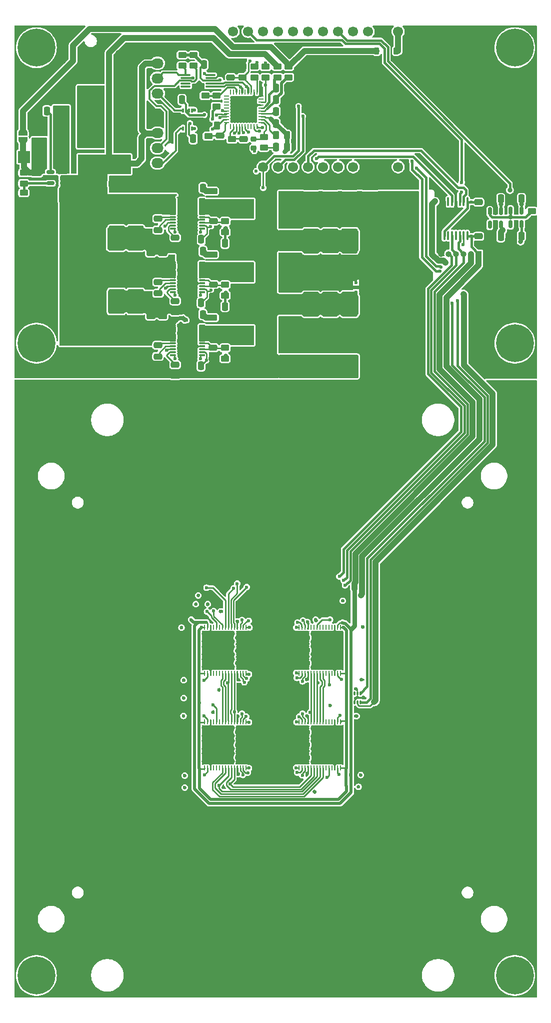
<source format=gtl>
G04 #@! TF.GenerationSoftware,KiCad,Pcbnew,8.0.1-8.0.1-1~ubuntu22.04.1*
G04 #@! TF.CreationDate,2024-10-18T17:17:45+02:00*
G04 #@! TF.ProjectId,nerdqaxe++,6e657264-7161-4786-952b-2b2e6b696361,rev?*
G04 #@! TF.SameCoordinates,Original*
G04 #@! TF.FileFunction,Copper,L1,Top*
G04 #@! TF.FilePolarity,Positive*
%FSLAX46Y46*%
G04 Gerber Fmt 4.6, Leading zero omitted, Abs format (unit mm)*
G04 Created by KiCad (PCBNEW 8.0.1-8.0.1-1~ubuntu22.04.1) date 2024-10-18 17:17:45*
%MOMM*%
%LPD*%
G01*
G04 APERTURE LIST*
G04 Aperture macros list*
%AMRoundRect*
0 Rectangle with rounded corners*
0 $1 Rounding radius*
0 $2 $3 $4 $5 $6 $7 $8 $9 X,Y pos of 4 corners*
0 Add a 4 corners polygon primitive as box body*
4,1,4,$2,$3,$4,$5,$6,$7,$8,$9,$2,$3,0*
0 Add four circle primitives for the rounded corners*
1,1,$1+$1,$2,$3*
1,1,$1+$1,$4,$5*
1,1,$1+$1,$6,$7*
1,1,$1+$1,$8,$9*
0 Add four rect primitives between the rounded corners*
20,1,$1+$1,$2,$3,$4,$5,0*
20,1,$1+$1,$4,$5,$6,$7,0*
20,1,$1+$1,$6,$7,$8,$9,0*
20,1,$1+$1,$8,$9,$2,$3,0*%
%AMFreePoly0*
4,1,19,0.500000,-0.750000,0.000000,-0.750000,0.000000,-0.744911,-0.071157,-0.744911,-0.207708,-0.704816,-0.327430,-0.627875,-0.420627,-0.520320,-0.479746,-0.390866,-0.500000,-0.250000,-0.500000,0.250000,-0.479746,0.390866,-0.420627,0.520320,-0.327430,0.627875,-0.207708,0.704816,-0.071157,0.744911,0.000000,0.744911,0.000000,0.750000,0.500000,0.750000,0.500000,-0.750000,0.500000,-0.750000,
$1*%
%AMFreePoly1*
4,1,19,0.000000,0.744911,0.071157,0.744911,0.207708,0.704816,0.327430,0.627875,0.420627,0.520320,0.479746,0.390866,0.500000,0.250000,0.500000,-0.250000,0.479746,-0.390866,0.420627,-0.520320,0.327430,-0.627875,0.207708,-0.704816,0.071157,-0.744911,0.000000,-0.744911,0.000000,-0.750000,-0.500000,-0.750000,-0.500000,0.750000,0.000000,0.750000,0.000000,0.744911,0.000000,0.744911,
$1*%
G04 Aperture macros list end*
G04 #@! TA.AperFunction,SMDPad,CuDef*
%ADD10RoundRect,0.250000X1.100000X-0.325000X1.100000X0.325000X-1.100000X0.325000X-1.100000X-0.325000X0*%
G04 #@! TD*
G04 #@! TA.AperFunction,SMDPad,CuDef*
%ADD11RoundRect,0.250000X-0.450000X0.262500X-0.450000X-0.262500X0.450000X-0.262500X0.450000X0.262500X0*%
G04 #@! TD*
G04 #@! TA.AperFunction,SMDPad,CuDef*
%ADD12RoundRect,0.250000X-0.250000X-0.475000X0.250000X-0.475000X0.250000X0.475000X-0.250000X0.475000X0*%
G04 #@! TD*
G04 #@! TA.AperFunction,SMDPad,CuDef*
%ADD13RoundRect,0.250000X0.250000X0.475000X-0.250000X0.475000X-0.250000X-0.475000X0.250000X-0.475000X0*%
G04 #@! TD*
G04 #@! TA.AperFunction,SMDPad,CuDef*
%ADD14RoundRect,0.250000X-0.650000X0.325000X-0.650000X-0.325000X0.650000X-0.325000X0.650000X0.325000X0*%
G04 #@! TD*
G04 #@! TA.AperFunction,SMDPad,CuDef*
%ADD15RoundRect,0.055250X-0.055250X0.340750X-0.055250X-0.340750X0.055250X-0.340750X0.055250X0.340750X0*%
G04 #@! TD*
G04 #@! TA.AperFunction,SMDPad,CuDef*
%ADD16R,2.000000X6.330000*%
G04 #@! TD*
G04 #@! TA.AperFunction,SMDPad,CuDef*
%ADD17R,5.300000X6.330000*%
G04 #@! TD*
G04 #@! TA.AperFunction,SMDPad,CuDef*
%ADD18RoundRect,0.250000X-1.100000X0.325000X-1.100000X-0.325000X1.100000X-0.325000X1.100000X0.325000X0*%
G04 #@! TD*
G04 #@! TA.AperFunction,SMDPad,CuDef*
%ADD19R,3.300000X2.800000*%
G04 #@! TD*
G04 #@! TA.AperFunction,ComponentPad*
%ADD20C,0.800000*%
G04 #@! TD*
G04 #@! TA.AperFunction,ComponentPad*
%ADD21C,6.400000*%
G04 #@! TD*
G04 #@! TA.AperFunction,SMDPad,CuDef*
%ADD22RoundRect,0.050000X-0.100000X0.285000X-0.100000X-0.285000X0.100000X-0.285000X0.100000X0.285000X0*%
G04 #@! TD*
G04 #@! TA.AperFunction,SMDPad,CuDef*
%ADD23RoundRect,0.250000X0.450000X-0.262500X0.450000X0.262500X-0.450000X0.262500X-0.450000X-0.262500X0*%
G04 #@! TD*
G04 #@! TA.AperFunction,SMDPad,CuDef*
%ADD24RoundRect,0.250000X1.500000X1.000000X-1.500000X1.000000X-1.500000X-1.000000X1.500000X-1.000000X0*%
G04 #@! TD*
G04 #@! TA.AperFunction,SMDPad,CuDef*
%ADD25RoundRect,0.062500X0.062500X-0.375000X0.062500X0.375000X-0.062500X0.375000X-0.062500X-0.375000X0*%
G04 #@! TD*
G04 #@! TA.AperFunction,SMDPad,CuDef*
%ADD26RoundRect,0.062500X0.375000X-0.062500X0.375000X0.062500X-0.375000X0.062500X-0.375000X-0.062500X0*%
G04 #@! TD*
G04 #@! TA.AperFunction,HeatsinkPad*
%ADD27C,0.600000*%
G04 #@! TD*
G04 #@! TA.AperFunction,HeatsinkPad*
%ADD28R,4.150000X4.150000*%
G04 #@! TD*
G04 #@! TA.AperFunction,SMDPad,CuDef*
%ADD29RoundRect,0.250000X0.475000X-0.250000X0.475000X0.250000X-0.475000X0.250000X-0.475000X-0.250000X0*%
G04 #@! TD*
G04 #@! TA.AperFunction,ComponentPad*
%ADD30C,1.700000*%
G04 #@! TD*
G04 #@! TA.AperFunction,SMDPad,CuDef*
%ADD31RoundRect,0.250000X0.900000X-1.000000X0.900000X1.000000X-0.900000X1.000000X-0.900000X-1.000000X0*%
G04 #@! TD*
G04 #@! TA.AperFunction,SMDPad,CuDef*
%ADD32RoundRect,0.250000X-0.475000X0.250000X-0.475000X-0.250000X0.475000X-0.250000X0.475000X0.250000X0*%
G04 #@! TD*
G04 #@! TA.AperFunction,SMDPad,CuDef*
%ADD33RoundRect,0.100000X-0.100000X0.637500X-0.100000X-0.637500X0.100000X-0.637500X0.100000X0.637500X0*%
G04 #@! TD*
G04 #@! TA.AperFunction,SMDPad,CuDef*
%ADD34RoundRect,0.127000X0.373000X0.023000X-0.373000X0.023000X-0.373000X-0.023000X0.373000X-0.023000X0*%
G04 #@! TD*
G04 #@! TA.AperFunction,SMDPad,CuDef*
%ADD35R,0.500000X0.300000*%
G04 #@! TD*
G04 #@! TA.AperFunction,SMDPad,CuDef*
%ADD36RoundRect,0.127000X0.078000X1.273000X-0.078000X1.273000X-0.078000X-1.273000X0.078000X-1.273000X0*%
G04 #@! TD*
G04 #@! TA.AperFunction,SMDPad,CuDef*
%ADD37RoundRect,0.127000X-0.373000X-0.023000X0.373000X-0.023000X0.373000X0.023000X-0.373000X0.023000X0*%
G04 #@! TD*
G04 #@! TA.AperFunction,SMDPad,CuDef*
%ADD38R,0.410000X6.300000*%
G04 #@! TD*
G04 #@! TA.AperFunction,SMDPad,CuDef*
%ADD39R,3.400000X5.639000*%
G04 #@! TD*
G04 #@! TA.AperFunction,SMDPad,CuDef*
%ADD40RoundRect,0.150000X-0.150000X0.512500X-0.150000X-0.512500X0.150000X-0.512500X0.150000X0.512500X0*%
G04 #@! TD*
G04 #@! TA.AperFunction,ComponentPad*
%ADD41R,1.000000X1.000000*%
G04 #@! TD*
G04 #@! TA.AperFunction,ComponentPad*
%ADD42O,1.000000X1.000000*%
G04 #@! TD*
G04 #@! TA.AperFunction,ComponentPad*
%ADD43R,2.030000X1.730000*%
G04 #@! TD*
G04 #@! TA.AperFunction,ComponentPad*
%ADD44O,2.030000X1.730000*%
G04 #@! TD*
G04 #@! TA.AperFunction,SMDPad,CuDef*
%ADD45RoundRect,0.250000X-0.262500X-0.450000X0.262500X-0.450000X0.262500X0.450000X-0.262500X0.450000X0*%
G04 #@! TD*
G04 #@! TA.AperFunction,ComponentPad*
%ADD46C,2.000000*%
G04 #@! TD*
G04 #@! TA.AperFunction,ComponentPad*
%ADD47O,3.500000X1.750000*%
G04 #@! TD*
G04 #@! TA.AperFunction,ComponentPad*
%ADD48O,1.250000X2.500000*%
G04 #@! TD*
G04 #@! TA.AperFunction,SMDPad,CuDef*
%ADD49RoundRect,0.250000X0.262500X0.450000X-0.262500X0.450000X-0.262500X-0.450000X0.262500X-0.450000X0*%
G04 #@! TD*
G04 #@! TA.AperFunction,SMDPad,CuDef*
%ADD50RoundRect,0.250000X0.450000X0.800000X-0.450000X0.800000X-0.450000X-0.800000X0.450000X-0.800000X0*%
G04 #@! TD*
G04 #@! TA.AperFunction,SMDPad,CuDef*
%ADD51RoundRect,0.150000X-0.512500X-0.150000X0.512500X-0.150000X0.512500X0.150000X-0.512500X0.150000X0*%
G04 #@! TD*
G04 #@! TA.AperFunction,SMDPad,CuDef*
%ADD52RoundRect,0.055250X0.055250X-0.340750X0.055250X0.340750X-0.055250X0.340750X-0.055250X-0.340750X0*%
G04 #@! TD*
G04 #@! TA.AperFunction,SMDPad,CuDef*
%ADD53R,1.500000X4.000000*%
G04 #@! TD*
G04 #@! TA.AperFunction,SMDPad,CuDef*
%ADD54RoundRect,0.225000X-0.250000X0.225000X-0.250000X-0.225000X0.250000X-0.225000X0.250000X0.225000X0*%
G04 #@! TD*
G04 #@! TA.AperFunction,SMDPad,CuDef*
%ADD55FreePoly0,90.000000*%
G04 #@! TD*
G04 #@! TA.AperFunction,SMDPad,CuDef*
%ADD56FreePoly1,90.000000*%
G04 #@! TD*
G04 #@! TA.AperFunction,SMDPad,CuDef*
%ADD57R,0.300000X0.800000*%
G04 #@! TD*
G04 #@! TA.AperFunction,SMDPad,CuDef*
%ADD58R,2.000000X2.000000*%
G04 #@! TD*
G04 #@! TA.AperFunction,SMDPad,CuDef*
%ADD59RoundRect,0.087500X0.725000X0.087500X-0.725000X0.087500X-0.725000X-0.087500X0.725000X-0.087500X0*%
G04 #@! TD*
G04 #@! TA.AperFunction,SMDPad,CuDef*
%ADD60RoundRect,0.225000X0.225000X0.375000X-0.225000X0.375000X-0.225000X-0.375000X0.225000X-0.375000X0*%
G04 #@! TD*
G04 #@! TA.AperFunction,SMDPad,CuDef*
%ADD61R,3.810000X4.245000*%
G04 #@! TD*
G04 #@! TA.AperFunction,ViaPad*
%ADD62C,0.600000*%
G04 #@! TD*
G04 #@! TA.AperFunction,ViaPad*
%ADD63C,0.800000*%
G04 #@! TD*
G04 #@! TA.AperFunction,ViaPad*
%ADD64C,1.000000*%
G04 #@! TD*
G04 #@! TA.AperFunction,Conductor*
%ADD65C,0.254000*%
G04 #@! TD*
G04 #@! TA.AperFunction,Conductor*
%ADD66C,0.400000*%
G04 #@! TD*
G04 #@! TA.AperFunction,Conductor*
%ADD67C,0.508000*%
G04 #@! TD*
G04 #@! TA.AperFunction,Conductor*
%ADD68C,0.300000*%
G04 #@! TD*
G04 #@! TA.AperFunction,Conductor*
%ADD69C,1.000000*%
G04 #@! TD*
G04 #@! TA.AperFunction,Conductor*
%ADD70C,0.350000*%
G04 #@! TD*
G04 #@! TA.AperFunction,Conductor*
%ADD71C,0.800000*%
G04 #@! TD*
G04 APERTURE END LIST*
D10*
X108000000Y-75875000D03*
X108000000Y-72925000D03*
D11*
X81600000Y-29237500D03*
X81600000Y-31062500D03*
D12*
X95550000Y-38800000D03*
X97450000Y-38800000D03*
D13*
X133626315Y-59976089D03*
X131726315Y-59976089D03*
D14*
X55000000Y-49125000D03*
X55000000Y-52075000D03*
D15*
X90514000Y-126084000D03*
X90012000Y-126084000D03*
X89510000Y-126084000D03*
X89008000Y-126084000D03*
X88506000Y-126084000D03*
X88004000Y-126084000D03*
X87502000Y-126084000D03*
X87000000Y-126084000D03*
X86498000Y-126084000D03*
X85996000Y-126084000D03*
X85494000Y-126084000D03*
X84992000Y-126084000D03*
X84490000Y-126084000D03*
X83988000Y-126084000D03*
X83486000Y-126084000D03*
X83486000Y-133916000D03*
X83988000Y-133916000D03*
X84490000Y-133916000D03*
X84992000Y-133916000D03*
X85494000Y-133916000D03*
X85996000Y-133916000D03*
X86498000Y-133916000D03*
X87000000Y-133916000D03*
X87502000Y-133916000D03*
X88004000Y-133916000D03*
X88506000Y-133916000D03*
X89008000Y-133916000D03*
X89510000Y-133916000D03*
X90012000Y-133916000D03*
X90514000Y-133916000D03*
D16*
X89870000Y-130000000D03*
D17*
X85760000Y-130000000D03*
D18*
X68580000Y-77160000D03*
X68580000Y-80110000D03*
D11*
X79700000Y-29237500D03*
X79700000Y-31062500D03*
X91900000Y-31197500D03*
X91900000Y-33022500D03*
D19*
X90180000Y-55200000D03*
X97790000Y-55200000D03*
D11*
X52862500Y-49156250D03*
X52862500Y-50981250D03*
X52862500Y-52556250D03*
X52862500Y-54381250D03*
D20*
X52600000Y-28000000D03*
X53302944Y-26302944D03*
X53302944Y-29697056D03*
X55000000Y-25600000D03*
D21*
X55000000Y-28000000D03*
D20*
X55000000Y-30400000D03*
X56697056Y-26302944D03*
X56697056Y-29697056D03*
X57400000Y-28000000D03*
D10*
X104750000Y-54450000D03*
X104750000Y-51500000D03*
D11*
X84940000Y-63007500D03*
X84940000Y-64832500D03*
D22*
X109840000Y-137280000D03*
X109340000Y-137280000D03*
X108840000Y-137280000D03*
X108840000Y-138760000D03*
X109340000Y-138760000D03*
X109840000Y-138760000D03*
D23*
X89900000Y-33012500D03*
X89900000Y-31187500D03*
D18*
X104740000Y-66970000D03*
X104740000Y-69920000D03*
D13*
X137126315Y-53556089D03*
X135226315Y-53556089D03*
D24*
X62750000Y-69250000D03*
X56250000Y-69250000D03*
D18*
X71790000Y-66470000D03*
X71790000Y-69420000D03*
D23*
X93493750Y-44912500D03*
X93493750Y-43087500D03*
D25*
X87843750Y-41375000D03*
X88343750Y-41375000D03*
X88843750Y-41375000D03*
X89343750Y-41375000D03*
X89843750Y-41375000D03*
X90343750Y-41375000D03*
X90843750Y-41375000D03*
X91343750Y-41375000D03*
X91843750Y-41375000D03*
X92343750Y-41375000D03*
D26*
X93031250Y-40687500D03*
X93031250Y-40187500D03*
X93031250Y-39687500D03*
X93031250Y-39187500D03*
X93031250Y-38687500D03*
X93031250Y-38187500D03*
X93031250Y-37687500D03*
X93031250Y-37187500D03*
X93031250Y-36687500D03*
X93031250Y-36187500D03*
D25*
X92343750Y-35500000D03*
X91843750Y-35500000D03*
X91343750Y-35500000D03*
X90843750Y-35500000D03*
X90343750Y-35500000D03*
X89843750Y-35500000D03*
X89343750Y-35500000D03*
X88843750Y-35500000D03*
X88343750Y-35500000D03*
X87843750Y-35500000D03*
D26*
X87156250Y-36187500D03*
X87156250Y-36687500D03*
X87156250Y-37187500D03*
X87156250Y-37687500D03*
X87156250Y-38187500D03*
X87156250Y-38687500D03*
X87156250Y-39187500D03*
X87156250Y-39687500D03*
X87156250Y-40187500D03*
X87156250Y-40687500D03*
D27*
X88593750Y-39937500D03*
X89593750Y-39937500D03*
X90593750Y-39937500D03*
X91593750Y-39937500D03*
X88593750Y-38937500D03*
X89593750Y-38937500D03*
X90593750Y-38937500D03*
X91593750Y-38937500D03*
D28*
X90093750Y-38437500D03*
D27*
X88593750Y-37937500D03*
X89593750Y-37937500D03*
X90593750Y-37937500D03*
X91593750Y-37937500D03*
X88593750Y-36937500D03*
X89593750Y-36937500D03*
X90593750Y-36937500D03*
X91593750Y-36937500D03*
D12*
X79637500Y-36800000D03*
X81537500Y-36800000D03*
D29*
X74400000Y-53950000D03*
X74400000Y-52050000D03*
X87900000Y-33050000D03*
X87900000Y-31150000D03*
D12*
X83350000Y-30850000D03*
X85250000Y-30850000D03*
D23*
X88093750Y-45312500D03*
X88093750Y-43487500D03*
D10*
X111500000Y-54500000D03*
X111500000Y-51550000D03*
D13*
X83190000Y-62457500D03*
X81290000Y-62457500D03*
D30*
X88310000Y-25250000D03*
X90850000Y-25250000D03*
X93390000Y-25250000D03*
X95930000Y-25250000D03*
X98470000Y-25250000D03*
X101010000Y-25250000D03*
X103550000Y-25250000D03*
X106090000Y-25250000D03*
X108630000Y-25250000D03*
X111170000Y-25250000D03*
X113710000Y-25250000D03*
X116250000Y-25250000D03*
X116250000Y-48170000D03*
X113710000Y-48170000D03*
X111170000Y-48170000D03*
X108630000Y-48170000D03*
X106090000Y-48170000D03*
X103550000Y-48170000D03*
X101010000Y-48170000D03*
X98470000Y-48170000D03*
X95930000Y-48170000D03*
X93390000Y-48170000D03*
X90850000Y-48170000D03*
X88310000Y-48170000D03*
D23*
X86940000Y-69932500D03*
X86940000Y-68107500D03*
D10*
X68540000Y-64720000D03*
X68540000Y-61770000D03*
D11*
X97700000Y-31187500D03*
X97700000Y-33012500D03*
D31*
X69400000Y-48050000D03*
X69400000Y-43750000D03*
D32*
X78480000Y-81650000D03*
X78480000Y-83550000D03*
D33*
X127980000Y-54077500D03*
X127330000Y-54077500D03*
X126680000Y-54077500D03*
X126030000Y-54077500D03*
X125380000Y-54077500D03*
X124730000Y-54077500D03*
X124080000Y-54077500D03*
X124080000Y-59802500D03*
X124730000Y-59802500D03*
X125380000Y-59802500D03*
X126030000Y-59802500D03*
X126680000Y-59802500D03*
X127330000Y-59802500D03*
X127980000Y-59802500D03*
D13*
X81537500Y-43400000D03*
X79637500Y-43400000D03*
D19*
X90170000Y-65920000D03*
X97780000Y-65920000D03*
D32*
X129860000Y-54130000D03*
X129860000Y-56030000D03*
D29*
X75600000Y-58850000D03*
X75600000Y-56950000D03*
D10*
X108000000Y-54475000D03*
X108000000Y-51525000D03*
D23*
X138880000Y-55670000D03*
X138880000Y-53845000D03*
D12*
X95550000Y-44800000D03*
X97450000Y-44800000D03*
D13*
X82900000Y-60437500D03*
X81000000Y-60437500D03*
D34*
X83015000Y-69357500D03*
D35*
X83265000Y-69357500D03*
D34*
X83015000Y-68857500D03*
D35*
X83265000Y-68857500D03*
D34*
X83015000Y-68357500D03*
D35*
X83265000Y-68357500D03*
D34*
X83015000Y-67857500D03*
D35*
X83265000Y-67857500D03*
D34*
X83015000Y-67357500D03*
D35*
X83265000Y-67357500D03*
D36*
X82715000Y-65607500D03*
D34*
X83015000Y-64357500D03*
X83015000Y-64857500D03*
X83015000Y-65357500D03*
X83015000Y-65857500D03*
X83015000Y-66357500D03*
X83015000Y-66857500D03*
D35*
X83265000Y-64357500D03*
X83265000Y-64857500D03*
X83265000Y-65357500D03*
X83265000Y-65857500D03*
X83265000Y-66357500D03*
X83265000Y-66857500D03*
X77865000Y-64357500D03*
X77865000Y-64857500D03*
X77865000Y-65357500D03*
X77865000Y-65857500D03*
X77865000Y-66357500D03*
X77865000Y-66857500D03*
D37*
X78115000Y-64357500D03*
X78115000Y-64857500D03*
X78115000Y-65357500D03*
X78115000Y-65857500D03*
X78115000Y-66357500D03*
X78115000Y-66857500D03*
D36*
X78415000Y-65607500D03*
D35*
X77865000Y-67357500D03*
D37*
X78115000Y-67357500D03*
D35*
X77865000Y-67857500D03*
D37*
X78115000Y-67857500D03*
D35*
X77865000Y-68357500D03*
D37*
X78115000Y-68357500D03*
D35*
X77865000Y-68857500D03*
D37*
X78115000Y-68857500D03*
D35*
X77865000Y-69357500D03*
D37*
X78115000Y-69357500D03*
D38*
X79440000Y-66857500D03*
D39*
X80565000Y-66857500D03*
D38*
X81690000Y-66857500D03*
D11*
X95800000Y-31187500D03*
X95800000Y-33012500D03*
D13*
X83180000Y-73147500D03*
X81280000Y-73147500D03*
D23*
X83590000Y-37942500D03*
X83590000Y-36117500D03*
D18*
X108000000Y-66925000D03*
X108000000Y-69875000D03*
D32*
X90080000Y-43450000D03*
X90080000Y-45350000D03*
X78500000Y-60150000D03*
X78500000Y-62050000D03*
D40*
X137176315Y-55576089D03*
X136226315Y-55576089D03*
X135276315Y-55576089D03*
X135276315Y-57851089D03*
X137176315Y-57851089D03*
D41*
X129875000Y-62900000D03*
D42*
X128605000Y-62900000D03*
X127335000Y-62900000D03*
X126065000Y-62900000D03*
X124795000Y-62900000D03*
X123525000Y-62900000D03*
D13*
X82880000Y-81847500D03*
X80980000Y-81847500D03*
D32*
X84950000Y-57350000D03*
X84950000Y-59250000D03*
D43*
X75500000Y-39900000D03*
D44*
X75500000Y-42440000D03*
X75500000Y-44980000D03*
X75500000Y-47520000D03*
D11*
X93800000Y-31207500D03*
X93800000Y-33032500D03*
D10*
X68530000Y-75410000D03*
X68530000Y-72460000D03*
D45*
X83787500Y-41200000D03*
X85612500Y-41200000D03*
D10*
X108000000Y-65175000D03*
X108000000Y-62225000D03*
D32*
X78490000Y-70870000D03*
X78490000Y-72770000D03*
D10*
X101500000Y-54475000D03*
X101500000Y-51525000D03*
D18*
X104730000Y-77660000D03*
X104730000Y-80610000D03*
X71800000Y-55750000D03*
X71800000Y-58700000D03*
D29*
X74390000Y-64670000D03*
X74390000Y-62770000D03*
D46*
X64200000Y-36100000D03*
D47*
X64200000Y-30100000D03*
D48*
X69000000Y-29600000D03*
X59400000Y-29600000D03*
D12*
X95550000Y-40800000D03*
X97450000Y-40800000D03*
X56750000Y-38700000D03*
X58650000Y-38700000D03*
D10*
X68550000Y-54000000D03*
X68550000Y-51050000D03*
D23*
X86930000Y-80622500D03*
X86930000Y-78797500D03*
D20*
X133600000Y-28000000D03*
X134302944Y-26302944D03*
X134302944Y-29697056D03*
X136000000Y-25600000D03*
D21*
X136000000Y-28000000D03*
D20*
X136000000Y-30400000D03*
X137697056Y-26302944D03*
X137697056Y-29697056D03*
X138400000Y-28000000D03*
D10*
X101480000Y-75885000D03*
X101480000Y-72935000D03*
D11*
X84930000Y-73697500D03*
X84930000Y-75522500D03*
D10*
X104740000Y-65170000D03*
X104740000Y-62220000D03*
D29*
X76380000Y-75360000D03*
X76380000Y-73460000D03*
D49*
X97412500Y-42800000D03*
X95587500Y-42800000D03*
D11*
X85490000Y-36117500D03*
X85490000Y-37942500D03*
D10*
X71780000Y-75410000D03*
X71780000Y-72460000D03*
D50*
X59500000Y-41200000D03*
X55100000Y-41200000D03*
D29*
X76390000Y-64670000D03*
X76390000Y-62770000D03*
D15*
X90514000Y-142084000D03*
X90012000Y-142084000D03*
X89510000Y-142084000D03*
X89008000Y-142084000D03*
X88506000Y-142084000D03*
X88004000Y-142084000D03*
X87502000Y-142084000D03*
X87000000Y-142084000D03*
X86498000Y-142084000D03*
X85996000Y-142084000D03*
X85494000Y-142084000D03*
X84992000Y-142084000D03*
X84490000Y-142084000D03*
X83988000Y-142084000D03*
X83486000Y-142084000D03*
X83486000Y-149916000D03*
X83988000Y-149916000D03*
X84490000Y-149916000D03*
X84992000Y-149916000D03*
X85494000Y-149916000D03*
X85996000Y-149916000D03*
X86498000Y-149916000D03*
X87000000Y-149916000D03*
X87502000Y-149916000D03*
X88004000Y-149916000D03*
X88506000Y-149916000D03*
X89008000Y-149916000D03*
X89510000Y-149916000D03*
X90012000Y-149916000D03*
X90514000Y-149916000D03*
D16*
X89870000Y-146000000D03*
D17*
X85760000Y-146000000D03*
D13*
X86950000Y-71800000D03*
X85050000Y-71800000D03*
D29*
X129840000Y-59920000D03*
X129840000Y-58020000D03*
D20*
X133600000Y-185025000D03*
X134302944Y-183327944D03*
X134302944Y-186722056D03*
X136000000Y-182625000D03*
D21*
X136000000Y-185025000D03*
D20*
X136000000Y-187425000D03*
X137697056Y-183327944D03*
X137697056Y-186722056D03*
X138400000Y-185025000D03*
D18*
X101500000Y-56250000D03*
X101500000Y-59200000D03*
D29*
X75590000Y-69570000D03*
X75590000Y-67670000D03*
D24*
X62792500Y-59800000D03*
X56292500Y-59800000D03*
D51*
X57362500Y-49050000D03*
X57362500Y-50000000D03*
X57362500Y-50950000D03*
X59637500Y-50950000D03*
X59637500Y-50000000D03*
X59637500Y-49050000D03*
D52*
X99486000Y-133916000D03*
X99988000Y-133916000D03*
X100490000Y-133916000D03*
X100992000Y-133916000D03*
X101494000Y-133916000D03*
X101996000Y-133916000D03*
X102498000Y-133916000D03*
X103000000Y-133916000D03*
X103502000Y-133916000D03*
X104004000Y-133916000D03*
X104506000Y-133916000D03*
X105008000Y-133916000D03*
X105510000Y-133916000D03*
X106012000Y-133916000D03*
X106514000Y-133916000D03*
X106514000Y-126084000D03*
X106012000Y-126084000D03*
X105510000Y-126084000D03*
X105008000Y-126084000D03*
X104506000Y-126084000D03*
X104004000Y-126084000D03*
X103502000Y-126084000D03*
X103000000Y-126084000D03*
X102498000Y-126084000D03*
X101996000Y-126084000D03*
X101494000Y-126084000D03*
X100992000Y-126084000D03*
X100490000Y-126084000D03*
X99988000Y-126084000D03*
X99486000Y-126084000D03*
D16*
X100130000Y-130000000D03*
D17*
X104240000Y-130000000D03*
D13*
X137126315Y-59856089D03*
X135226315Y-59856089D03*
D53*
X59500000Y-45500000D03*
X55900000Y-45500000D03*
D18*
X108000000Y-77660000D03*
X108000000Y-80610000D03*
D11*
X84950000Y-52287500D03*
X84950000Y-54112500D03*
D10*
X101490000Y-65195000D03*
X101490000Y-62245000D03*
D13*
X82890000Y-71157500D03*
X80990000Y-71157500D03*
D40*
X133676315Y-55696089D03*
X132726315Y-55696089D03*
X131776315Y-55696089D03*
X131776315Y-57971089D03*
X133676315Y-57971089D03*
D20*
X52600000Y-78000000D03*
X53302944Y-76302944D03*
X53302944Y-79697056D03*
X55000000Y-75600000D03*
D21*
X55000000Y-78000000D03*
D20*
X55000000Y-80400000D03*
X56697056Y-76302944D03*
X56697056Y-79697056D03*
X57400000Y-78000000D03*
D13*
X133626315Y-53576089D03*
X131726315Y-53576089D03*
D23*
X84100000Y-44812500D03*
X84100000Y-42987500D03*
D52*
X99486000Y-149916000D03*
X99988000Y-149916000D03*
X100490000Y-149916000D03*
X100992000Y-149916000D03*
X101494000Y-149916000D03*
X101996000Y-149916000D03*
X102498000Y-149916000D03*
X103000000Y-149916000D03*
X103502000Y-149916000D03*
X104004000Y-149916000D03*
X104506000Y-149916000D03*
X105008000Y-149916000D03*
X105510000Y-149916000D03*
X106012000Y-149916000D03*
X106514000Y-149916000D03*
X106514000Y-142084000D03*
X106012000Y-142084000D03*
X105510000Y-142084000D03*
X105008000Y-142084000D03*
X104506000Y-142084000D03*
X104004000Y-142084000D03*
X103502000Y-142084000D03*
X103000000Y-142084000D03*
X102498000Y-142084000D03*
X101996000Y-142084000D03*
X101494000Y-142084000D03*
X100992000Y-142084000D03*
X100490000Y-142084000D03*
X99988000Y-142084000D03*
X99486000Y-142084000D03*
D16*
X100130000Y-146000000D03*
D17*
X104240000Y-146000000D03*
D10*
X71790000Y-64720000D03*
X71790000Y-61770000D03*
D13*
X97450000Y-34800000D03*
X95550000Y-34800000D03*
D32*
X84940000Y-68070000D03*
X84940000Y-69970000D03*
D43*
X75500000Y-28100000D03*
D44*
X75500000Y-30640000D03*
X75500000Y-33180000D03*
X75500000Y-35720000D03*
D13*
X83200000Y-51737500D03*
X81300000Y-51737500D03*
D20*
X133600000Y-78000000D03*
X134302944Y-76302944D03*
X134302944Y-79697056D03*
X136000000Y-75600000D03*
D21*
X136000000Y-78000000D03*
D20*
X136000000Y-80400000D03*
X137697056Y-76302944D03*
X137697056Y-79697056D03*
X138400000Y-78000000D03*
D32*
X86100000Y-42900000D03*
X86100000Y-44800000D03*
D19*
X90160000Y-76610000D03*
X97770000Y-76610000D03*
D54*
X91793750Y-43425000D03*
X91793750Y-44975000D03*
D29*
X75580000Y-80260000D03*
X75580000Y-78360000D03*
D55*
X52700000Y-43650000D03*
D56*
X52700000Y-42350000D03*
D23*
X86950000Y-59212500D03*
X86950000Y-57387500D03*
D13*
X97450000Y-36800000D03*
X95550000Y-36800000D03*
D57*
X79837500Y-41700000D03*
X80337500Y-41700000D03*
X80837500Y-41700000D03*
X81337500Y-41700000D03*
X81337500Y-38600000D03*
X80837500Y-38600000D03*
X80337500Y-38600000D03*
X79837500Y-38600000D03*
D58*
X52850000Y-46500000D03*
D18*
X101480000Y-77660000D03*
X101480000Y-80610000D03*
D59*
X84500000Y-34600000D03*
X84500000Y-34100000D03*
X84500000Y-33600000D03*
X84500000Y-33100000D03*
X84500000Y-32600000D03*
X80275000Y-32600000D03*
X80275000Y-33100000D03*
X80275000Y-33600000D03*
X80275000Y-34100000D03*
X80275000Y-34600000D03*
D60*
X115900000Y-28530000D03*
X112600000Y-28530000D03*
D61*
X64300000Y-49187500D03*
X64300000Y-42812500D03*
D34*
X83025000Y-58637500D03*
D35*
X83275000Y-58637500D03*
D34*
X83025000Y-58137500D03*
D35*
X83275000Y-58137500D03*
D34*
X83025000Y-57637500D03*
D35*
X83275000Y-57637500D03*
D34*
X83025000Y-57137500D03*
D35*
X83275000Y-57137500D03*
D34*
X83025000Y-56637500D03*
D35*
X83275000Y-56637500D03*
D36*
X82725000Y-54887500D03*
D34*
X83025000Y-53637500D03*
X83025000Y-54137500D03*
X83025000Y-54637500D03*
X83025000Y-55137500D03*
X83025000Y-55637500D03*
X83025000Y-56137500D03*
D35*
X83275000Y-53637500D03*
X83275000Y-54137500D03*
X83275000Y-54637500D03*
X83275000Y-55137500D03*
X83275000Y-55637500D03*
X83275000Y-56137500D03*
X77875000Y-53637500D03*
X77875000Y-54137500D03*
X77875000Y-54637500D03*
X77875000Y-55137500D03*
X77875000Y-55637500D03*
X77875000Y-56137500D03*
D37*
X78125000Y-53637500D03*
X78125000Y-54137500D03*
X78125000Y-54637500D03*
X78125000Y-55137500D03*
X78125000Y-55637500D03*
X78125000Y-56137500D03*
D36*
X78425000Y-54887500D03*
D35*
X77875000Y-56637500D03*
D37*
X78125000Y-56637500D03*
D35*
X77875000Y-57137500D03*
D37*
X78125000Y-57137500D03*
D35*
X77875000Y-57637500D03*
D37*
X78125000Y-57637500D03*
D35*
X77875000Y-58137500D03*
D37*
X78125000Y-58137500D03*
D35*
X77875000Y-58637500D03*
D37*
X78125000Y-58637500D03*
D38*
X79450000Y-56137500D03*
D39*
X80575000Y-56137500D03*
D38*
X81700000Y-56137500D03*
D32*
X84930000Y-78760000D03*
X84930000Y-80660000D03*
D34*
X83005000Y-80047500D03*
D35*
X83255000Y-80047500D03*
D34*
X83005000Y-79547500D03*
D35*
X83255000Y-79547500D03*
D34*
X83005000Y-79047500D03*
D35*
X83255000Y-79047500D03*
D34*
X83005000Y-78547500D03*
D35*
X83255000Y-78547500D03*
D34*
X83005000Y-78047500D03*
D35*
X83255000Y-78047500D03*
D36*
X82705000Y-76297500D03*
D34*
X83005000Y-75047500D03*
X83005000Y-75547500D03*
X83005000Y-76047500D03*
X83005000Y-76547500D03*
X83005000Y-77047500D03*
X83005000Y-77547500D03*
D35*
X83255000Y-75047500D03*
X83255000Y-75547500D03*
X83255000Y-76047500D03*
X83255000Y-76547500D03*
X83255000Y-77047500D03*
X83255000Y-77547500D03*
X77855000Y-75047500D03*
X77855000Y-75547500D03*
X77855000Y-76047500D03*
X77855000Y-76547500D03*
X77855000Y-77047500D03*
X77855000Y-77547500D03*
D37*
X78105000Y-75047500D03*
X78105000Y-75547500D03*
X78105000Y-76047500D03*
X78105000Y-76547500D03*
X78105000Y-77047500D03*
X78105000Y-77547500D03*
D36*
X78405000Y-76297500D03*
D35*
X77855000Y-78047500D03*
D37*
X78105000Y-78047500D03*
D35*
X77855000Y-78547500D03*
D37*
X78105000Y-78547500D03*
D35*
X77855000Y-79047500D03*
D37*
X78105000Y-79047500D03*
D35*
X77855000Y-79547500D03*
D37*
X78105000Y-79547500D03*
D35*
X77855000Y-80047500D03*
D37*
X78105000Y-80047500D03*
D38*
X79430000Y-77547500D03*
D39*
X80555000Y-77547500D03*
D38*
X81680000Y-77547500D03*
D18*
X71780000Y-77160000D03*
X71780000Y-80110000D03*
D29*
X74380000Y-75360000D03*
X74380000Y-73460000D03*
X76400000Y-53950000D03*
X76400000Y-52050000D03*
D18*
X68590000Y-66470000D03*
X68590000Y-69420000D03*
D10*
X104730000Y-75860000D03*
X104730000Y-72910000D03*
D13*
X86950000Y-61100000D03*
X85050000Y-61100000D03*
D18*
X68600000Y-55750000D03*
X68600000Y-58700000D03*
D10*
X71800000Y-54000000D03*
X71800000Y-51050000D03*
D18*
X104750000Y-56250000D03*
X104750000Y-59200000D03*
D13*
X59750000Y-52700000D03*
X57850000Y-52700000D03*
D18*
X101490000Y-66970000D03*
X101490000Y-69920000D03*
D20*
X52600000Y-185025000D03*
X53302944Y-183327944D03*
X53302944Y-186722056D03*
X55000000Y-182625000D03*
D21*
X55000000Y-185025000D03*
D20*
X55000000Y-187425000D03*
X56697056Y-183327944D03*
X56697056Y-186722056D03*
X57400000Y-185025000D03*
D18*
X108000000Y-56225000D03*
X108000000Y-59175000D03*
D62*
X55700000Y-52900000D03*
D63*
X70750000Y-71750000D03*
X71250000Y-71000000D03*
X72750000Y-70250000D03*
X71750000Y-70250000D03*
X106600000Y-143200000D03*
X103250000Y-60750000D03*
X84400000Y-128500000D03*
X103700000Y-127200000D03*
X68750000Y-70250000D03*
X105750000Y-81500000D03*
X100750000Y-81500000D03*
X101750000Y-60000000D03*
X68750000Y-71750000D03*
X86260000Y-144460000D03*
X102900000Y-148800000D03*
X68580000Y-79335000D03*
D62*
X109530000Y-153100000D03*
X86680000Y-153180000D03*
D63*
X83400000Y-131500000D03*
X80580000Y-78810000D03*
X104700000Y-128500000D03*
X105600000Y-131500000D03*
X105600000Y-127200000D03*
X70590000Y-81000000D03*
X101800000Y-128500000D03*
D62*
X109210000Y-141110000D03*
D63*
X86260000Y-145360000D03*
X102250000Y-60750000D03*
X101250000Y-49900000D03*
X68250000Y-71000000D03*
X70750000Y-51750000D03*
X104250000Y-60750000D03*
X104700000Y-143200000D03*
X102900000Y-127200000D03*
D62*
X79090000Y-64320000D03*
D63*
X106600000Y-145300000D03*
X102750000Y-81500000D03*
X71750000Y-50250000D03*
X108250000Y-49900000D03*
X108250000Y-71500000D03*
X101800000Y-146600000D03*
D62*
X57100000Y-52700000D03*
X82040000Y-68120000D03*
D63*
X80590000Y-65620000D03*
D62*
X82050000Y-58700000D03*
D63*
X106750000Y-60000000D03*
X83360000Y-144460000D03*
X108750000Y-50750000D03*
X105250000Y-60750000D03*
X84360000Y-146660000D03*
X84360000Y-143160000D03*
X104700000Y-130600000D03*
X104750000Y-61500000D03*
X106600000Y-130600000D03*
X100750000Y-50750000D03*
X86260000Y-146660000D03*
X104750000Y-50750000D03*
X83360000Y-147460000D03*
X138800000Y-53000000D03*
D62*
X89177000Y-150949669D03*
D63*
X86260000Y-143160000D03*
X102900000Y-131500000D03*
X70750000Y-61000000D03*
X103750000Y-70750000D03*
X56250000Y-42250000D03*
X84400000Y-130700000D03*
D62*
X58500000Y-51300000D03*
D63*
X68750000Y-50250000D03*
D62*
X79090000Y-65620000D03*
X80100000Y-151200000D03*
D63*
X75205429Y-62137218D03*
X104700000Y-144500000D03*
X100750000Y-72250000D03*
X104700000Y-146600000D03*
X71750000Y-61000000D03*
X85260000Y-148760000D03*
X69750000Y-59500000D03*
X80580000Y-75010000D03*
X135926315Y-54256089D03*
X72580000Y-79335000D03*
D62*
X79480000Y-83610000D03*
X69400000Y-41600000D03*
D63*
X103700000Y-144500000D03*
D62*
X84870000Y-140480000D03*
X82000000Y-122190000D03*
D63*
X54542500Y-58800000D03*
X80590000Y-66920000D03*
X106600000Y-146600000D03*
X101750000Y-70750000D03*
X67580000Y-79285000D03*
X107750000Y-72250000D03*
X132462854Y-59111393D03*
X83360000Y-143160000D03*
X54542500Y-70250000D03*
X86260000Y-147470000D03*
X86260000Y-148760000D03*
X53542500Y-58800000D03*
X88200000Y-128500000D03*
X101800000Y-145300000D03*
X103700000Y-148800000D03*
X100750000Y-70750000D03*
X102900000Y-145300000D03*
X111750000Y-50750000D03*
X67750000Y-70250000D03*
X106600000Y-128500000D03*
X102250000Y-49900000D03*
X101800000Y-129300000D03*
D62*
X98000000Y-28800000D03*
D63*
X85300000Y-130700000D03*
X106600000Y-129300000D03*
D62*
X129820000Y-56820000D03*
X79090000Y-66870000D03*
X124100000Y-55100000D03*
D63*
X83400000Y-129400000D03*
X105600000Y-146600000D03*
D62*
X109107806Y-136523038D03*
D63*
X87060000Y-148760000D03*
X83400000Y-132800000D03*
X72750000Y-50250000D03*
X80590000Y-69420000D03*
X101800000Y-143200000D03*
X72750000Y-61000000D03*
X104250000Y-49900000D03*
D62*
X82030000Y-75010000D03*
D63*
X105600000Y-129300000D03*
X85260000Y-143160000D03*
X102900000Y-128500000D03*
X86300000Y-129400000D03*
D62*
X82050000Y-53600000D03*
D63*
X54542500Y-69250000D03*
X80580000Y-77610000D03*
X69590000Y-81000000D03*
X101750000Y-81500000D03*
X88160000Y-146660000D03*
X102900000Y-146600000D03*
D62*
X89250000Y-134970000D03*
X104720000Y-139320000D03*
D63*
X106750000Y-72250000D03*
X106600000Y-144500000D03*
X86300000Y-131500000D03*
D62*
X97143750Y-37700000D03*
D63*
X67750000Y-59500000D03*
D62*
X82040000Y-65620000D03*
D63*
X110250000Y-49900000D03*
X86300000Y-130700000D03*
D62*
X100900000Y-125200000D03*
X82957598Y-38638591D03*
D63*
X71750000Y-51750000D03*
X87060000Y-144460000D03*
X103750000Y-81500000D03*
X103700000Y-146600000D03*
X106600000Y-132800000D03*
X67750000Y-61000000D03*
D62*
X79560000Y-126150000D03*
D63*
X68590000Y-81000000D03*
X101250000Y-82250000D03*
X106250000Y-49900000D03*
X86300000Y-128500000D03*
D62*
X57100000Y-53400000D03*
X79080000Y-76310000D03*
D63*
X112750000Y-50750000D03*
X108750000Y-60000000D03*
D62*
X68600000Y-42300000D03*
D63*
X87060000Y-145360000D03*
X72590000Y-81000000D03*
X88200000Y-132800000D03*
X83400000Y-127200000D03*
X101250000Y-71500000D03*
X69750000Y-71750000D03*
X56250000Y-40250000D03*
D62*
X79080000Y-75010000D03*
D63*
X100750000Y-61500000D03*
X102750000Y-60000000D03*
X72750000Y-51750000D03*
D62*
X70200000Y-42300000D03*
D63*
X68750000Y-61000000D03*
X85260000Y-147460000D03*
D62*
X79238548Y-56150000D03*
D63*
X53542500Y-59800000D03*
X102750000Y-70750000D03*
X109750000Y-50750000D03*
X102900000Y-144500000D03*
X88160000Y-145360000D03*
X104700000Y-127200000D03*
X80590000Y-68120000D03*
D62*
X98500000Y-39400000D03*
X85200000Y-44812500D03*
D63*
X88160000Y-144460000D03*
X103700000Y-143200000D03*
X72750000Y-59500000D03*
X106600000Y-147500000D03*
D62*
X82040000Y-64320000D03*
X82030000Y-78810000D03*
D63*
X87060000Y-143160000D03*
X71250000Y-60250000D03*
X84360000Y-144460000D03*
X107250000Y-71500000D03*
X87060000Y-147460000D03*
X88160000Y-143160000D03*
D62*
X79238548Y-54900000D03*
D63*
X75195429Y-72827218D03*
X84360000Y-147460000D03*
D62*
X79238548Y-57441634D03*
D63*
X67750000Y-71750000D03*
X72250000Y-71000000D03*
D62*
X82030000Y-76310000D03*
D63*
X80600000Y-54900000D03*
X101800000Y-131500000D03*
D62*
X86200000Y-123400000D03*
D63*
X106750000Y-50750000D03*
D62*
X100830000Y-150860000D03*
D63*
X107750000Y-61500000D03*
D62*
X79490000Y-72920000D03*
D63*
X132550000Y-54290000D03*
X85260000Y-146660000D03*
X72250000Y-60250000D03*
X85300000Y-128500000D03*
X69250000Y-60250000D03*
X83360000Y-148760000D03*
X88200000Y-130700000D03*
D62*
X106870000Y-121600000D03*
D63*
X102900000Y-129300000D03*
X69580000Y-79335000D03*
D62*
X79500000Y-62200000D03*
D63*
X70250000Y-60250000D03*
D62*
X82030000Y-80110000D03*
D63*
X108250000Y-60750000D03*
D62*
X54300000Y-52900000D03*
D63*
X102750000Y-61500000D03*
X107750000Y-50750000D03*
X107250000Y-60750000D03*
X68750000Y-51750000D03*
X56250000Y-41250000D03*
X111250000Y-49900000D03*
X88200000Y-131500000D03*
X80580000Y-73110000D03*
X103700000Y-132800000D03*
D62*
X82050000Y-57400000D03*
D63*
X108750000Y-72250000D03*
D62*
X79080000Y-78851634D03*
D63*
X109250000Y-49900000D03*
X107750000Y-60000000D03*
X104750000Y-70750000D03*
D62*
X82030000Y-77610000D03*
X98400000Y-44700000D03*
D63*
X104750000Y-72250000D03*
X76080000Y-72810000D03*
X69750000Y-51750000D03*
X103700000Y-131500000D03*
X70750000Y-50250000D03*
X67590000Y-80950000D03*
X101800000Y-127200000D03*
X101250000Y-60750000D03*
X87100000Y-128500000D03*
X106250000Y-71500000D03*
D62*
X110250000Y-126030000D03*
D63*
X84400000Y-131500000D03*
X104250000Y-71500000D03*
X87100000Y-127200000D03*
X74205429Y-62137218D03*
X85300000Y-132800000D03*
X88160000Y-147460000D03*
D62*
X58500000Y-50600000D03*
D63*
X53542500Y-70250000D03*
X103700000Y-147500000D03*
X80580000Y-76310000D03*
D62*
X89049360Y-125100000D03*
D63*
X88160000Y-148760000D03*
X80600000Y-58700000D03*
X101750000Y-61500000D03*
D62*
X85987500Y-31200000D03*
D63*
X100750000Y-60000000D03*
X110750000Y-50750000D03*
X105750000Y-72250000D03*
X69750000Y-50250000D03*
X112250000Y-49900000D03*
X69250000Y-71000000D03*
X105750000Y-60000000D03*
D62*
X57100000Y-52000000D03*
D63*
X108750000Y-61500000D03*
D62*
X110410469Y-137975585D03*
D63*
X53542500Y-60800000D03*
X106750000Y-81500000D03*
X87100000Y-129400000D03*
X70580000Y-79335000D03*
X105250000Y-49900000D03*
X87100000Y-130700000D03*
X80600000Y-53600000D03*
X102750000Y-50750000D03*
X101750000Y-50750000D03*
D62*
X79238548Y-53600000D03*
X80090000Y-153210000D03*
D63*
X101800000Y-130600000D03*
D62*
X82237500Y-37050000D03*
D63*
X84360000Y-145360000D03*
X85260000Y-145360000D03*
X105600000Y-143200000D03*
D62*
X84000000Y-122190000D03*
D63*
X69750000Y-70250000D03*
X107250000Y-82250000D03*
X107750000Y-81500000D03*
X102250000Y-71500000D03*
X71750000Y-59500000D03*
X80600000Y-56200000D03*
D62*
X82040000Y-66920000D03*
D63*
X108750000Y-81500000D03*
X68750000Y-59500000D03*
D62*
X89100000Y-45212500D03*
X85608248Y-80138248D03*
D63*
X108250000Y-82250000D03*
X85300000Y-127200000D03*
X53542500Y-69250000D03*
X103700000Y-129300000D03*
X105600000Y-147500000D03*
X103250000Y-71500000D03*
X103250000Y-49900000D03*
X103700000Y-128500000D03*
X67750000Y-51750000D03*
X103750000Y-60000000D03*
X71590000Y-81000000D03*
X53542500Y-68250000D03*
X74215429Y-51417218D03*
D62*
X97143750Y-40000000D03*
D63*
X102900000Y-147500000D03*
X67750000Y-50250000D03*
D62*
X58500000Y-49900000D03*
D63*
X72750000Y-71750000D03*
X87100000Y-131500000D03*
X104750000Y-81500000D03*
X86300000Y-132800000D03*
X106600000Y-148800000D03*
X106600000Y-127200000D03*
X104700000Y-131500000D03*
D62*
X79900000Y-141100000D03*
D63*
X83360000Y-146660000D03*
X68250000Y-60250000D03*
X106600000Y-131500000D03*
D62*
X53762500Y-54468750D03*
D63*
X85300000Y-129400000D03*
X54542500Y-68250000D03*
X106750000Y-61500000D03*
D62*
X102270000Y-124810000D03*
X110020000Y-134950000D03*
D63*
X103750000Y-72250000D03*
D62*
X82400000Y-120700000D03*
X85628248Y-58728248D03*
D63*
X71580000Y-79335000D03*
X71750000Y-71750000D03*
X84360000Y-148760000D03*
X101800000Y-147500000D03*
X104750000Y-60000000D03*
X105600000Y-145300000D03*
D62*
X109910000Y-151090000D03*
D63*
X104700000Y-147500000D03*
X102900000Y-132800000D03*
D62*
X89600000Y-26400000D03*
X79137971Y-69380983D03*
D63*
X84400000Y-129400000D03*
D62*
X100760792Y-134915739D03*
X126000000Y-55100000D03*
X85618248Y-69448248D03*
X55000000Y-52900000D03*
D63*
X104250000Y-82250000D03*
X107750000Y-70750000D03*
X105250000Y-82250000D03*
X70750000Y-70250000D03*
D62*
X100850000Y-141120000D03*
X109112500Y-69400000D03*
D63*
X84400000Y-127200000D03*
D62*
X79940000Y-135060000D03*
X80187500Y-40700000D03*
X82887500Y-41375000D03*
D63*
X102750000Y-72250000D03*
D62*
X79920000Y-138060000D03*
D63*
X104700000Y-132800000D03*
X80590000Y-64320000D03*
X105600000Y-128500000D03*
X135900000Y-59200000D03*
X101800000Y-144500000D03*
D62*
X82050000Y-56200000D03*
X82040000Y-69420000D03*
D63*
X54542500Y-59800000D03*
X106250000Y-82250000D03*
X88200000Y-127200000D03*
X101750000Y-72250000D03*
X83400000Y-128500000D03*
D62*
X89100000Y-141160000D03*
D63*
X102900000Y-143200000D03*
X74195429Y-72827218D03*
X88200000Y-129400000D03*
D62*
X69400000Y-42300000D03*
D63*
X101800000Y-132800000D03*
X103700000Y-130600000D03*
X104700000Y-145300000D03*
X102250000Y-82250000D03*
D62*
X70200000Y-41600000D03*
X79090000Y-68161634D03*
D63*
X54542500Y-60800000D03*
X106250000Y-60750000D03*
X85260000Y-144460000D03*
X105600000Y-148800000D03*
D62*
X85787500Y-32575000D03*
D63*
X105750000Y-70750000D03*
X103250000Y-82250000D03*
X105750000Y-50750000D03*
X105250000Y-71500000D03*
X84400000Y-132800000D03*
D62*
X68600000Y-41600000D03*
D63*
X104700000Y-129300000D03*
X83360000Y-145360000D03*
X102900000Y-130600000D03*
X83400000Y-130700000D03*
X70250000Y-71000000D03*
D62*
X102130000Y-153965000D03*
D63*
X70750000Y-59500000D03*
X86300000Y-127200000D03*
X103750000Y-50750000D03*
D62*
X79147971Y-58660983D03*
D63*
X69750000Y-61000000D03*
X85300000Y-131500000D03*
X108750000Y-70750000D03*
X87100000Y-132800000D03*
X101800000Y-148800000D03*
X87060000Y-146660000D03*
X104700000Y-148800000D03*
X103700000Y-145300000D03*
X105600000Y-132800000D03*
X107250000Y-49900000D03*
X105750000Y-61500000D03*
X80600000Y-57400000D03*
X105600000Y-144500000D03*
D62*
X82050000Y-54900000D03*
D63*
X105600000Y-130600000D03*
D62*
X85910000Y-136697500D03*
D63*
X103750000Y-61500000D03*
D62*
X79080000Y-77560000D03*
D63*
X106750000Y-70750000D03*
D62*
X82598000Y-138900000D03*
X128640000Y-59920000D03*
X109950000Y-120650000D03*
X107532000Y-153010000D03*
X106970000Y-126100000D03*
X82598000Y-152315000D03*
X82970000Y-126100000D03*
X107532000Y-136720000D03*
D63*
X136989404Y-60819178D03*
D62*
X83440564Y-39338053D03*
X86980000Y-80110000D03*
X97050000Y-30250000D03*
X87050000Y-58500000D03*
X86990000Y-69420000D03*
X81794000Y-135040000D03*
X83350000Y-135100000D03*
X81794000Y-141010000D03*
X106250000Y-151030000D03*
X83360000Y-141060000D03*
X108240000Y-140210000D03*
X83430000Y-151080000D03*
X106380000Y-140980000D03*
X108210000Y-151080000D03*
X81200000Y-124800000D03*
D63*
X133956879Y-58902402D03*
D62*
X106835850Y-125314307D03*
X81794000Y-151200000D03*
X108270000Y-134920000D03*
X106619081Y-134865919D03*
X127200000Y-61300000D03*
X89000000Y-118700000D03*
X106300000Y-117500000D03*
X107015486Y-118180418D03*
X88400000Y-119500000D03*
X107258091Y-118995064D03*
X90600000Y-119300000D03*
X83800000Y-119400000D03*
X84997476Y-123348486D03*
X80487500Y-29237500D03*
X92380000Y-30500000D03*
X86087500Y-33475000D03*
X93810000Y-30590000D03*
X112200000Y-138700000D03*
X124300000Y-64400000D03*
X82562500Y-30125000D03*
X127300000Y-69700000D03*
D63*
X133676315Y-54500000D03*
D62*
X90932487Y-42309960D03*
D63*
X137176315Y-54456089D03*
D62*
X92200000Y-48900000D03*
X80987500Y-40800000D03*
D63*
X122500000Y-54000000D03*
D62*
X128690000Y-54130000D03*
X102400000Y-46800000D03*
X127000006Y-50800000D03*
X127000006Y-52400000D03*
X100100000Y-39600000D03*
X89522266Y-34623103D03*
X119355331Y-48394669D03*
X126300000Y-70800000D03*
X123500000Y-65100000D03*
X123311621Y-65830860D03*
X93400000Y-51700000D03*
X125400000Y-71200000D03*
X99380331Y-37919669D03*
X118600000Y-47200000D03*
X90593750Y-34600000D03*
X91882487Y-45488737D03*
X83755000Y-80881850D03*
X84519850Y-69020000D03*
X84500000Y-58300000D03*
X84800000Y-40100000D03*
X97000000Y-45600000D03*
X94600000Y-39975000D03*
X78488548Y-59197327D03*
X86120396Y-39809098D03*
X82800000Y-59200000D03*
X88546383Y-42425868D03*
X89317851Y-42457374D03*
X82790000Y-69920000D03*
X78478548Y-69917327D03*
X85450000Y-39410662D03*
X93745750Y-34300000D03*
X76890000Y-68670000D03*
X84800000Y-41800000D03*
X76730000Y-58210000D03*
X77020000Y-79220000D03*
X91175000Y-30275000D03*
D63*
X135176315Y-52100000D03*
X135267980Y-56636190D03*
D62*
X83437500Y-32350000D03*
X81737500Y-38550000D03*
X81537500Y-33100000D03*
X81737500Y-41700000D03*
X91080000Y-126120000D03*
X98966214Y-149854421D03*
X90939995Y-124999995D03*
X99158378Y-150682417D03*
X89812791Y-124855485D03*
X100034655Y-151159884D03*
X90193079Y-135404786D03*
X89800000Y-140730000D03*
X100060000Y-135250000D03*
X100050000Y-140730000D03*
X90579469Y-134761975D03*
X90520000Y-141190000D03*
X99469798Y-141238000D03*
X99100000Y-134649998D03*
X90980000Y-142180000D03*
X90980000Y-134050000D03*
X98997377Y-133816215D03*
X99030000Y-142130000D03*
X100140000Y-124943182D03*
X99198981Y-125293322D03*
X99010000Y-126140000D03*
X87350000Y-135540000D03*
X102670000Y-135540000D03*
X104720000Y-124800000D03*
X85909950Y-152820101D03*
X89960000Y-151080000D03*
X90803583Y-150705312D03*
X90980000Y-149930000D03*
X84910000Y-139200000D03*
X83865974Y-123433718D03*
X101340000Y-140480000D03*
X104620000Y-135880000D03*
X87750000Y-152590000D03*
X88506000Y-140400000D03*
X104160000Y-151530000D03*
X92732487Y-42146400D03*
X93295842Y-41509898D03*
X90100000Y-42400000D03*
X82780000Y-80610000D03*
X78468548Y-80607327D03*
X86475263Y-38661752D03*
D64*
X115000000Y-70000000D03*
D63*
X89160000Y-143160000D03*
D64*
X110500000Y-71500000D03*
X110500000Y-57000000D03*
D63*
X89160000Y-146660000D03*
D64*
X113500000Y-66000000D03*
X110500000Y-55500000D03*
X118000000Y-57000000D03*
D63*
X89160000Y-148760000D03*
D64*
X115000000Y-58500000D03*
X118000000Y-82000000D03*
X116500000Y-58500000D03*
X112000000Y-57000000D03*
D63*
X90460000Y-146660000D03*
D64*
X115000000Y-76000000D03*
X115000000Y-61500000D03*
D63*
X89200000Y-131500000D03*
X99500000Y-146600000D03*
D64*
X112000000Y-60000000D03*
D63*
X100800000Y-127200000D03*
D64*
X110500000Y-79000000D03*
D63*
X100800000Y-145300000D03*
D64*
X112000000Y-55500000D03*
D62*
X109112500Y-67800000D03*
D64*
X110500000Y-64500000D03*
X112000000Y-77500000D03*
D63*
X90500000Y-127200000D03*
X90500000Y-128500000D03*
X90460000Y-148760000D03*
X89200000Y-127200000D03*
D64*
X118000000Y-58500000D03*
X115000000Y-66000000D03*
X118000000Y-63000000D03*
D63*
X99500000Y-130600000D03*
D64*
X112000000Y-71500000D03*
X115000000Y-77500000D03*
X116500000Y-73000000D03*
D63*
X99500000Y-144500000D03*
D64*
X110500000Y-66000000D03*
X116500000Y-66000000D03*
D63*
X99500000Y-145300000D03*
D64*
X112000000Y-80500000D03*
X115000000Y-60000000D03*
D63*
X100800000Y-132800000D03*
X99500000Y-148800000D03*
X100800000Y-129300000D03*
D64*
X116500000Y-60000000D03*
D63*
X89200000Y-128500000D03*
X99500000Y-143200000D03*
X100800000Y-148800000D03*
D64*
X118000000Y-60000000D03*
D63*
X90500000Y-132800000D03*
X99500000Y-127200000D03*
X100800000Y-143200000D03*
D64*
X113500000Y-58500000D03*
X112000000Y-61500000D03*
X110500000Y-61500000D03*
D63*
X99500000Y-132800000D03*
D64*
X113500000Y-57000000D03*
X110500000Y-77500000D03*
X113500000Y-76000000D03*
D63*
X89200000Y-129400000D03*
X100800000Y-144500000D03*
D64*
X118000000Y-71500000D03*
D63*
X99500000Y-128500000D03*
D64*
X116500000Y-77500000D03*
X115000000Y-79000000D03*
X115000000Y-55500000D03*
X116500000Y-82000000D03*
X110500000Y-60000000D03*
D63*
X90460000Y-145360000D03*
X89160000Y-147460000D03*
D64*
X113500000Y-60000000D03*
X113500000Y-79000000D03*
X118000000Y-73000000D03*
D63*
X90500000Y-129400000D03*
D64*
X116500000Y-70000000D03*
X113500000Y-61500000D03*
X116500000Y-79000000D03*
X118000000Y-55500000D03*
X116500000Y-64500000D03*
X115000000Y-63000000D03*
D63*
X89200000Y-130700000D03*
X99500000Y-131500000D03*
D64*
X116500000Y-71500000D03*
X112000000Y-74500000D03*
X113500000Y-80500000D03*
D63*
X100800000Y-131500000D03*
D64*
X113500000Y-73000000D03*
D63*
X90500000Y-130700000D03*
D64*
X110500000Y-80500000D03*
D63*
X90460000Y-147460000D03*
D64*
X110500000Y-74500000D03*
X116500000Y-80500000D03*
X110500000Y-63000000D03*
X115000000Y-82000000D03*
X118000000Y-74500000D03*
X113500000Y-74500000D03*
X116500000Y-55500000D03*
X116500000Y-63000000D03*
X118000000Y-64500000D03*
D63*
X89160000Y-145360000D03*
D64*
X118000000Y-70000000D03*
D63*
X99500000Y-147500000D03*
X99500000Y-129300000D03*
D64*
X118000000Y-80500000D03*
X112000000Y-79000000D03*
X115000000Y-71500000D03*
X116500000Y-76000000D03*
X115000000Y-74500000D03*
X113500000Y-71500000D03*
X115000000Y-64500000D03*
D63*
X100800000Y-130600000D03*
D64*
X113500000Y-82000000D03*
X112000000Y-66000000D03*
D63*
X100800000Y-128500000D03*
D64*
X116500000Y-67500000D03*
D63*
X90460000Y-143160000D03*
D64*
X110500000Y-82000000D03*
X118000000Y-61500000D03*
D63*
X89160000Y-144460000D03*
D64*
X112000000Y-73000000D03*
X113500000Y-63000000D03*
X113500000Y-77500000D03*
X118000000Y-76000000D03*
X112000000Y-63000000D03*
D63*
X90460000Y-144460000D03*
D64*
X113500000Y-64500000D03*
D63*
X90500000Y-131500000D03*
D64*
X115000000Y-67500000D03*
X112000000Y-82000000D03*
D63*
X100800000Y-146600000D03*
X89200000Y-132800000D03*
D64*
X118000000Y-67500000D03*
X115000000Y-57000000D03*
X110500000Y-73000000D03*
X110500000Y-58500000D03*
X116500000Y-74500000D03*
X118000000Y-66000000D03*
X112000000Y-76000000D03*
X116500000Y-57000000D03*
X112000000Y-58500000D03*
X115000000Y-73000000D03*
X110500000Y-76000000D03*
X116500000Y-61500000D03*
X112000000Y-64500000D03*
X118000000Y-79000000D03*
X118000000Y-77500000D03*
X115000000Y-80500000D03*
X113500000Y-55500000D03*
D63*
X100800000Y-147500000D03*
D65*
X85300000Y-128290000D02*
X85300000Y-128500000D01*
X89000000Y-126076000D02*
X89000000Y-125256000D01*
X82050000Y-57250000D02*
X82050000Y-57400000D01*
D66*
X132550000Y-54290000D02*
X132726315Y-54466315D01*
D65*
X81627500Y-67857500D02*
X81565000Y-67857500D01*
X81000000Y-57000000D02*
X81000000Y-56562500D01*
X84490000Y-127110000D02*
X84400000Y-127200000D01*
X84400000Y-127200000D02*
X84490000Y-127290000D01*
X80980000Y-81847500D02*
X80980000Y-80510000D01*
D67*
X135882404Y-59200000D02*
X135226315Y-59856089D01*
D65*
X80590000Y-66920000D02*
X80590000Y-66882500D01*
D68*
X80337500Y-41700000D02*
X80337500Y-42700000D01*
D67*
X57362500Y-50000000D02*
X58400000Y-50000000D01*
D68*
X81537500Y-36900000D02*
X82087500Y-36900000D01*
D65*
X80980000Y-77972500D02*
X80555000Y-77547500D01*
X85300000Y-129540000D02*
X85760000Y-130000000D01*
D66*
X97143750Y-40800000D02*
X97143750Y-36800000D01*
D65*
X80580000Y-80110000D02*
X80980000Y-79710000D01*
X100992000Y-149916000D02*
X100992000Y-150698000D01*
X81880000Y-78810000D02*
X81617500Y-78547500D01*
X86300000Y-129400000D02*
X86410000Y-129400000D01*
D66*
X85030000Y-80760000D02*
X84930000Y-80660000D01*
D65*
X81300000Y-51737500D02*
X81300000Y-55412500D01*
X100992000Y-141262000D02*
X100850000Y-141120000D01*
X105510000Y-133916000D02*
X105510000Y-131270000D01*
D69*
X135226315Y-59856089D02*
X135243911Y-59856089D01*
D65*
X81290000Y-62457500D02*
X81290000Y-66132500D01*
X80990000Y-71157500D02*
X80990000Y-69820000D01*
D67*
X132550000Y-54290000D02*
X132440226Y-54290000D01*
D65*
X81000000Y-59100000D02*
X80600000Y-58700000D01*
X82030000Y-78660000D02*
X82030000Y-78810000D01*
D68*
X80337500Y-42700000D02*
X79637500Y-43400000D01*
D66*
X129860000Y-56030000D02*
X129860000Y-57040000D01*
D65*
X80990000Y-69020000D02*
X80990000Y-68520000D01*
D66*
X52862500Y-54381250D02*
X53675000Y-54381250D01*
X129860000Y-57040000D02*
X129860000Y-56860000D01*
D65*
X80637500Y-56200000D02*
X80600000Y-56200000D01*
X89058000Y-134970000D02*
X89250000Y-134970000D01*
D66*
X136226315Y-55576089D02*
X136226315Y-54556089D01*
D65*
X78480000Y-83460000D02*
X79330000Y-83460000D01*
D66*
X132726315Y-54466315D02*
X132726315Y-55696089D01*
D65*
X89049360Y-125140370D02*
X88995476Y-125086486D01*
X80590000Y-68120000D02*
X80990000Y-67720000D01*
X84490000Y-147270000D02*
X85760000Y-146000000D01*
D68*
X80337500Y-41700000D02*
X80337500Y-40850000D01*
D65*
X89000000Y-125256000D02*
X89008000Y-125248000D01*
X78490000Y-72770000D02*
X79340000Y-72770000D01*
D67*
X135900000Y-59200000D02*
X135882404Y-59200000D01*
D66*
X138880000Y-53845000D02*
X138880000Y-53080000D01*
D65*
X86410000Y-129400000D02*
X86510000Y-129500000D01*
X80980000Y-80510000D02*
X80580000Y-80110000D01*
D66*
X129860000Y-57040000D02*
X129860000Y-58000000D01*
D65*
X90343751Y-38437500D02*
X90093750Y-38437500D01*
D70*
X85637500Y-30850000D02*
X85987500Y-31200000D01*
D65*
X89008000Y-141252000D02*
X89100000Y-141160000D01*
X105510000Y-142084000D02*
X105510000Y-144730000D01*
D70*
X85187500Y-30850000D02*
X85637500Y-30850000D01*
D65*
X80580000Y-77572500D02*
X80555000Y-77547500D01*
X83787500Y-41200000D02*
X82900000Y-41200000D01*
D70*
X84500000Y-33100000D02*
X85398288Y-33100000D01*
D65*
X85240000Y-128230000D02*
X85300000Y-128290000D01*
D66*
X53675000Y-54381250D02*
X53762500Y-54468750D01*
D65*
X80580000Y-78810000D02*
X80980000Y-78410000D01*
X84400000Y-132800000D02*
X84490000Y-132710000D01*
X90843750Y-37687500D02*
X90093750Y-38437500D01*
X105510000Y-128730000D02*
X104240000Y-130000000D01*
X78500000Y-62050000D02*
X79350000Y-62050000D01*
X79340000Y-72770000D02*
X79490000Y-72920000D01*
D68*
X80337500Y-40850000D02*
X80187500Y-40700000D01*
D65*
X88093750Y-45212500D02*
X90056250Y-45212500D01*
D68*
X83300000Y-38012500D02*
X83602450Y-38012500D01*
D65*
X80600000Y-58700000D02*
X81000000Y-58300000D01*
D66*
X129860000Y-58000000D02*
X129840000Y-58020000D01*
D65*
X85310000Y-130700000D02*
X86510000Y-129500000D01*
X105510000Y-149916000D02*
X105510000Y-147270000D01*
X80627500Y-66920000D02*
X80590000Y-66920000D01*
X85160000Y-129400000D02*
X85300000Y-129400000D01*
X81300000Y-55412500D02*
X80575000Y-56137500D01*
X85300000Y-130700000D02*
X85310000Y-130700000D01*
X86300000Y-129290000D02*
X86300000Y-129400000D01*
X105510000Y-147270000D02*
X104240000Y-146000000D01*
X85589252Y-80138248D02*
X85608248Y-80138248D01*
X84950000Y-59387500D02*
X85609252Y-58728248D01*
X80990000Y-67282500D02*
X80565000Y-66857500D01*
X82765000Y-67857500D02*
X82152500Y-67857500D01*
X88998000Y-134910000D02*
X89008000Y-134900000D01*
D66*
X85040000Y-71820000D02*
X85040000Y-70070000D01*
D65*
X100992000Y-134684531D02*
X100760792Y-134915739D01*
X81000000Y-56562500D02*
X80575000Y-56137500D01*
X82142500Y-78547500D02*
X82030000Y-78660000D01*
X85300000Y-129400000D02*
X85300000Y-129540000D01*
D66*
X131776315Y-53626089D02*
X131726315Y-53576089D01*
D65*
X84930000Y-80797500D02*
X85589252Y-80138248D01*
X80980000Y-78410000D02*
X80980000Y-77972500D01*
X93031250Y-36187500D02*
X92593751Y-36187500D01*
X81880000Y-78810000D02*
X81880000Y-78810000D01*
X84490000Y-133916000D02*
X84490000Y-132890000D01*
X89008000Y-126084000D02*
X89000000Y-126076000D01*
X109251166Y-138000000D02*
X110386054Y-138000000D01*
X80980000Y-79210000D02*
X80580000Y-78810000D01*
D66*
X109012500Y-70075000D02*
X109012500Y-69500000D01*
D65*
X80600000Y-56200000D02*
X80600000Y-56162500D01*
X85240000Y-130770000D02*
X85300000Y-130710000D01*
X91843750Y-35500000D02*
X91843750Y-36687500D01*
X81890000Y-68120000D02*
X81627500Y-67857500D01*
X84490000Y-128410000D02*
X84400000Y-128500000D01*
D66*
X138880000Y-53080000D02*
X138800000Y-53000000D01*
X131726315Y-59847932D02*
X132462854Y-59111393D01*
D65*
X84490000Y-142084000D02*
X84490000Y-144730000D01*
X84490000Y-131590000D02*
X84400000Y-131500000D01*
D66*
X136226315Y-54556089D02*
X135226315Y-53556089D01*
D65*
X82050000Y-57400000D02*
X81900000Y-57400000D01*
X80580000Y-77610000D02*
X80580000Y-77572500D01*
D66*
X83600000Y-38012500D02*
X82973909Y-38638591D01*
D65*
X91843750Y-36687500D02*
X90093750Y-38437500D01*
X81000000Y-58300000D02*
X81000000Y-57800000D01*
X81000000Y-57800000D02*
X80600000Y-57400000D01*
X81280000Y-73147500D02*
X81280000Y-76822500D01*
X100900000Y-125200000D02*
X100992000Y-125292000D01*
X84490000Y-128590000D02*
X84490000Y-128730000D01*
X85300000Y-130710000D02*
X85300000Y-130700000D01*
D67*
X58400000Y-50000000D02*
X58500000Y-49900000D01*
D65*
X110386054Y-138000000D02*
X110410469Y-137975585D01*
X82040000Y-68120000D02*
X81890000Y-68120000D01*
D70*
X85787500Y-32710788D02*
X85787500Y-32575000D01*
D67*
X132440226Y-54290000D02*
X131726315Y-53576089D01*
D65*
X82152500Y-67857500D02*
X82040000Y-67970000D01*
D66*
X126030000Y-55070000D02*
X126000000Y-55100000D01*
X82973909Y-38638591D02*
X82957598Y-38638591D01*
X109012500Y-69500000D02*
X109112500Y-69400000D01*
D65*
X89008000Y-149916000D02*
X89008000Y-150780669D01*
X84490000Y-131270000D02*
X85760000Y-130000000D01*
D66*
X126030000Y-54077500D02*
X126030000Y-55070000D01*
D65*
X84940000Y-70107500D02*
X85599252Y-69448248D01*
X82775000Y-57137500D02*
X82162500Y-57137500D01*
X81900000Y-57400000D02*
X81900000Y-57400000D01*
D66*
X129860000Y-56860000D02*
X129820000Y-56820000D01*
D65*
X100992000Y-125292000D02*
X100992000Y-126084000D01*
D70*
X85398288Y-33100000D02*
X85787500Y-32710788D01*
D68*
X82087500Y-36900000D02*
X82237500Y-37050000D01*
D65*
X81637500Y-57137500D02*
X81575000Y-57137500D01*
D66*
X85040000Y-70070000D02*
X84940000Y-69970000D01*
D65*
X85599252Y-69448248D02*
X85618248Y-69448248D01*
D66*
X124080000Y-55080000D02*
X124100000Y-55100000D01*
D65*
X81900000Y-57400000D02*
X81637500Y-57137500D01*
D66*
X85050000Y-59350000D02*
X84950000Y-59250000D01*
D65*
X89008000Y-134900000D02*
X89008000Y-133916000D01*
X84490000Y-127290000D02*
X84490000Y-128410000D01*
X86087500Y-44812500D02*
X86100000Y-44800000D01*
X82162500Y-57137500D02*
X82050000Y-57250000D01*
X80590000Y-66882500D02*
X80565000Y-66857500D01*
X84490000Y-132890000D02*
X84400000Y-132800000D01*
X81555000Y-78547500D02*
X80617500Y-77610000D01*
X84490000Y-149916000D02*
X84490000Y-147270000D01*
X80617500Y-77610000D02*
X80580000Y-77610000D01*
X108840000Y-138411166D02*
X109251166Y-138000000D01*
X80600000Y-56162500D02*
X80575000Y-56137500D01*
X84490000Y-132710000D02*
X84490000Y-131590000D01*
X89008000Y-142084000D02*
X89008000Y-141252000D01*
X81290000Y-66132500D02*
X80565000Y-66857500D01*
X89049360Y-125237075D02*
X89049360Y-125140370D01*
X105510000Y-131270000D02*
X104240000Y-130000000D01*
X81280000Y-76822500D02*
X80555000Y-77547500D01*
X84490000Y-126084000D02*
X84490000Y-127110000D01*
D66*
X85050000Y-61100000D02*
X85050000Y-59350000D01*
D65*
X88998000Y-134811000D02*
X88998000Y-134910000D01*
X80990000Y-68520000D02*
X80590000Y-68120000D01*
X79330000Y-83460000D02*
X79480000Y-83610000D01*
X85510000Y-128500000D02*
X86300000Y-129290000D01*
X100992000Y-142084000D02*
X100992000Y-141262000D01*
X90056250Y-45212500D02*
X90093750Y-45250000D01*
X81617500Y-78547500D02*
X81555000Y-78547500D01*
X81890000Y-68120000D02*
X81890000Y-68120000D01*
X84400000Y-128500000D02*
X84490000Y-128590000D01*
D66*
X124080000Y-54077500D02*
X124080000Y-55080000D01*
D65*
X108840000Y-138760000D02*
X108840000Y-138411166D01*
X81575000Y-57137500D02*
X80637500Y-56200000D01*
X100992000Y-150698000D02*
X100830000Y-150860000D01*
X105510000Y-126084000D02*
X105510000Y-128730000D01*
X88998000Y-134910000D02*
X89058000Y-134970000D01*
X92593751Y-36187500D02*
X90343751Y-38437500D01*
X84490000Y-131410000D02*
X84490000Y-131270000D01*
X89008000Y-150780669D02*
X89177000Y-150949669D01*
X85200000Y-44812500D02*
X86087500Y-44812500D01*
X81000000Y-60437500D02*
X81000000Y-59100000D01*
D66*
X97143750Y-40800000D02*
X97143750Y-38800000D01*
D65*
X80990000Y-67720000D02*
X80990000Y-67282500D01*
X80600000Y-57400000D02*
X81000000Y-57000000D01*
X81565000Y-67857500D02*
X80627500Y-66920000D01*
X84490000Y-144730000D02*
X85760000Y-146000000D01*
X85609252Y-58728248D02*
X85628248Y-58728248D01*
X84400000Y-131500000D02*
X84490000Y-131410000D01*
X100992000Y-133916000D02*
X100992000Y-134684531D01*
D66*
X131726315Y-59976089D02*
X131726315Y-59847932D01*
D65*
X84490000Y-128730000D02*
X85160000Y-129400000D01*
X105510000Y-144730000D02*
X104240000Y-146000000D01*
X82040000Y-67970000D02*
X82040000Y-68120000D01*
X80990000Y-69820000D02*
X80590000Y-69420000D01*
X82030000Y-78810000D02*
X81880000Y-78810000D01*
X80590000Y-69420000D02*
X80990000Y-69020000D01*
X82755000Y-78547500D02*
X82142500Y-78547500D01*
X80980000Y-79710000D02*
X80980000Y-79210000D01*
X79350000Y-62050000D02*
X79500000Y-62200000D01*
X93031250Y-37687500D02*
X90843750Y-37687500D01*
X84100000Y-44812500D02*
X85200000Y-44812500D01*
X85300000Y-128500000D02*
X85510000Y-128500000D01*
D66*
X128640000Y-59920000D02*
X128097500Y-59920000D01*
D67*
X82598000Y-150030000D02*
X82598000Y-153357448D01*
D69*
X130000001Y-94251037D02*
X130000001Y-87515937D01*
D66*
X129840000Y-59920000D02*
X128640000Y-59920000D01*
D69*
X130000001Y-87515937D02*
X124400000Y-81915936D01*
D67*
X82500000Y-138802000D02*
X82598000Y-138900000D01*
X107406000Y-152884000D02*
X107406000Y-150026000D01*
D69*
X129875000Y-64825000D02*
X129875000Y-62900000D01*
D67*
X82500000Y-133988000D02*
X82500000Y-138802000D01*
D65*
X106954000Y-126084000D02*
X106970000Y-126100000D01*
D67*
X107532000Y-153887448D02*
X107532000Y-153010000D01*
X82500000Y-149932000D02*
X82598000Y-150030000D01*
D65*
X82624000Y-133916000D02*
X82598000Y-133890000D01*
D66*
X128640000Y-59920000D02*
X128640000Y-61665000D01*
X137126315Y-60682267D02*
X136989404Y-60819178D01*
D65*
X83486000Y-133916000D02*
X82624000Y-133916000D01*
X106514000Y-142084000D02*
X106638000Y-141960000D01*
X106514000Y-149916000D02*
X107516000Y-149916000D01*
D69*
X110149999Y-120450001D02*
X110149998Y-114101044D01*
X110149998Y-114101044D02*
X130000001Y-94251037D01*
D67*
X82500000Y-133792000D02*
X82598000Y-133890000D01*
D65*
X83486000Y-142084000D02*
X83350000Y-142220000D01*
D66*
X137176315Y-59806089D02*
X137126315Y-59856089D01*
D69*
X124400000Y-81915936D02*
X124400000Y-70300000D01*
D67*
X82500000Y-126570000D02*
X82500000Y-133792000D01*
X82970000Y-126100000D02*
X82500000Y-126570000D01*
X107406000Y-150026000D02*
X107532000Y-149900000D01*
X82598000Y-153357448D02*
X84492552Y-155252000D01*
D65*
X106514000Y-126084000D02*
X106954000Y-126084000D01*
D66*
X128097500Y-59920000D02*
X127980000Y-59802500D01*
D65*
X106638000Y-141960000D02*
X107532000Y-141960000D01*
X83486000Y-149916000D02*
X83372000Y-150030000D01*
D67*
X82598000Y-133890000D02*
X82500000Y-133988000D01*
X82598000Y-138900000D02*
X82500000Y-138998000D01*
X84492552Y-155252000D02*
X106167448Y-155252000D01*
D65*
X82986000Y-126084000D02*
X82970000Y-126100000D01*
D67*
X107532000Y-141960000D02*
X107532000Y-136720000D01*
D66*
X137176315Y-57851089D02*
X137176315Y-59806089D01*
D67*
X107532000Y-133930000D02*
X107482000Y-133880000D01*
X107532000Y-149900000D02*
X107532000Y-141960000D01*
X107532000Y-133930000D02*
X107532000Y-136720000D01*
D65*
X83372000Y-150030000D02*
X82598000Y-150030000D01*
D67*
X82500000Y-142122000D02*
X82598000Y-142220000D01*
D66*
X128640000Y-61665000D02*
X129875000Y-62900000D01*
D67*
X82598000Y-142220000D02*
X82500000Y-142318000D01*
D65*
X83350000Y-142220000D02*
X82598000Y-142220000D01*
D67*
X107532000Y-153010000D02*
X107406000Y-152884000D01*
D65*
X107516000Y-149916000D02*
X107532000Y-149900000D01*
X83486000Y-126084000D02*
X82986000Y-126084000D01*
D67*
X82500000Y-138998000D02*
X82500000Y-142122000D01*
D69*
X124400000Y-70300000D02*
X129875000Y-64825000D01*
D65*
X106514000Y-133916000D02*
X107518000Y-133916000D01*
D69*
X109950000Y-120650000D02*
X110149999Y-120450001D01*
D67*
X106167448Y-155252000D02*
X107532000Y-153887448D01*
X107482000Y-126612000D02*
X106970000Y-126100000D01*
D66*
X137126315Y-59856089D02*
X137126315Y-60682267D01*
D65*
X107518000Y-133916000D02*
X107532000Y-133930000D01*
D67*
X107482000Y-133880000D02*
X107482000Y-126612000D01*
X82500000Y-142318000D02*
X82500000Y-149932000D01*
D71*
X86950000Y-58600000D02*
X87050000Y-58500000D01*
D65*
X86950000Y-71800000D02*
X86950000Y-69942500D01*
D66*
X80337500Y-38850000D02*
X80887500Y-39400000D01*
D69*
X61200000Y-30228122D02*
X52700000Y-38728122D01*
X100357500Y-28530000D02*
X97700000Y-31187500D01*
D66*
X86950000Y-61100000D02*
X86950000Y-59212500D01*
D69*
X52700000Y-38728122D02*
X52700000Y-42350000D01*
D71*
X86990000Y-69420000D02*
X86990000Y-70020000D01*
D68*
X80337500Y-37600000D02*
X79637500Y-36900000D01*
D66*
X80337500Y-38600000D02*
X80337500Y-38850000D01*
D69*
X112600000Y-28530000D02*
X100357500Y-28530000D01*
D65*
X86950000Y-69942500D02*
X86940000Y-69932500D01*
D69*
X64000000Y-24800000D02*
X61200000Y-27600000D01*
X97050000Y-30250000D02*
X94700000Y-27900000D01*
D66*
X83378617Y-39400000D02*
X83440564Y-39338053D01*
D71*
X86980000Y-80710000D02*
X86930000Y-80760000D01*
X86990000Y-70020000D02*
X86940000Y-70070000D01*
X86980000Y-80110000D02*
X86980000Y-80710000D01*
D69*
X97700000Y-30900000D02*
X97700000Y-31187500D01*
X97050000Y-30250000D02*
X97700000Y-30900000D01*
X85200000Y-24800000D02*
X64000000Y-24800000D01*
X88300000Y-27900000D02*
X85200000Y-24800000D01*
D68*
X80337500Y-38600000D02*
X80337500Y-37600000D01*
D66*
X86940000Y-71820000D02*
X86940000Y-69932500D01*
D69*
X94700000Y-27900000D02*
X88300000Y-27900000D01*
D68*
X80337500Y-38600000D02*
X80837500Y-38600000D01*
D66*
X80887500Y-39400000D02*
X83378617Y-39400000D01*
D71*
X86950000Y-59350000D02*
X86950000Y-58600000D01*
D69*
X61200000Y-27600000D02*
X61200000Y-30228122D01*
D65*
X83988000Y-149916000D02*
X83988000Y-150522000D01*
D67*
X84220000Y-155910000D02*
X81794000Y-153484000D01*
X82430000Y-125220000D02*
X83790000Y-125220000D01*
D69*
X128850001Y-93774692D02*
X108999998Y-113624697D01*
D65*
X83988000Y-125418000D02*
X83790000Y-125220000D01*
D67*
X108286000Y-126420393D02*
X108286000Y-154064000D01*
D65*
X106012000Y-125688000D02*
X106012000Y-126084000D01*
D67*
X106440000Y-155910000D02*
X84220000Y-155910000D01*
D65*
X83988000Y-150522000D02*
X83430000Y-151080000D01*
X106012000Y-150792000D02*
X106250000Y-151030000D01*
X83988000Y-133916000D02*
X83988000Y-134462000D01*
X106012000Y-141348000D02*
X106380000Y-140980000D01*
X106565919Y-134865919D02*
X106619081Y-134865919D01*
D69*
X108844000Y-118649754D02*
X108844000Y-119550000D01*
D65*
X106012000Y-142084000D02*
X106012000Y-141348000D01*
X106012000Y-133916000D02*
X106012000Y-134312000D01*
X83988000Y-141688000D02*
X83360000Y-141060000D01*
D69*
X108999998Y-113624697D02*
X108999999Y-118493755D01*
X128605000Y-62900000D02*
X128605000Y-64468654D01*
D71*
X108844000Y-125862393D02*
X108844000Y-119550000D01*
D69*
X133626315Y-59976089D02*
X133676315Y-59926089D01*
D67*
X82430000Y-125220000D02*
X81620000Y-125220000D01*
D69*
X133676315Y-59182966D02*
X133956879Y-58902402D01*
D67*
X81794000Y-141010000D02*
X81794000Y-135040000D01*
X81794000Y-135040000D02*
X81794000Y-125856000D01*
X108286000Y-154064000D02*
X106440000Y-155910000D01*
X106835850Y-125314307D02*
X106917543Y-125396000D01*
D69*
X128850001Y-87992283D02*
X128850001Y-93774692D01*
X128605000Y-64468654D02*
X123250000Y-69823654D01*
D65*
X83988000Y-126084000D02*
X83988000Y-125418000D01*
X106012000Y-149916000D02*
X106012000Y-150792000D01*
X106835850Y-125314307D02*
X106385693Y-125314307D01*
X106012000Y-134312000D02*
X106565919Y-134865919D01*
X83988000Y-134462000D02*
X83350000Y-135100000D01*
D67*
X81794000Y-151200000D02*
X81794000Y-141010000D01*
D69*
X108999999Y-118493755D02*
X108844000Y-118649754D01*
X123250000Y-82392282D02*
X128850001Y-87992283D01*
D66*
X133676315Y-57971089D02*
X133676315Y-59926089D01*
D67*
X81620000Y-125220000D02*
X81200000Y-124800000D01*
D69*
X133676315Y-59926089D02*
X133676315Y-59182966D01*
X123250000Y-69823654D02*
X123250000Y-82392282D01*
D67*
X106917543Y-125396000D02*
X107261607Y-125396000D01*
X81794000Y-125856000D02*
X82430000Y-125220000D01*
D65*
X106385693Y-125314307D02*
X106012000Y-125688000D01*
D71*
X108286000Y-126420393D02*
X108844000Y-125862393D01*
D65*
X83988000Y-142084000D02*
X83988000Y-141688000D01*
D67*
X81794000Y-153484000D02*
X81794000Y-151200000D01*
X107261607Y-125396000D02*
X108286000Y-126420393D01*
D65*
X127330000Y-59802500D02*
X127330000Y-61170000D01*
X88020000Y-125523274D02*
X87924437Y-125427711D01*
X87924437Y-125427711D02*
X87924437Y-121404221D01*
D66*
X125294999Y-63399999D02*
X124795000Y-62900000D01*
D65*
X89000000Y-120328658D02*
X89000000Y-118700000D01*
D66*
X107000000Y-116800000D02*
X107000000Y-112866977D01*
D65*
X88020000Y-126068000D02*
X88020000Y-125523274D01*
X127330000Y-61170000D02*
X127200000Y-61300000D01*
D66*
X121300000Y-68820000D02*
X125294999Y-64825001D01*
X121300000Y-83200000D02*
X121300000Y-68820000D01*
X107000000Y-112866977D02*
X126900000Y-92966977D01*
D65*
X87924437Y-121404221D02*
X89000000Y-120328658D01*
D66*
X126900000Y-92966977D02*
X126900000Y-88800000D01*
X126900000Y-88800000D02*
X121300000Y-83200000D01*
X106300000Y-117500000D02*
X107000000Y-116800000D01*
X125294999Y-64825001D02*
X125294999Y-63399999D01*
X126065000Y-64832817D02*
X126065000Y-62900000D01*
D65*
X87502000Y-126084000D02*
X87502000Y-120398000D01*
D66*
X125380000Y-59802500D02*
X125380000Y-62215000D01*
X107550000Y-113094795D02*
X127450000Y-93194794D01*
X127450000Y-93194794D02*
X127450000Y-88572182D01*
X107550000Y-117645904D02*
X107550000Y-113094795D01*
X121850000Y-69047818D02*
X126065000Y-64832817D01*
X127450000Y-88572182D02*
X121849999Y-82972181D01*
X125380000Y-62215000D02*
X126065000Y-62900000D01*
D65*
X87502000Y-120398000D02*
X88400000Y-119500000D01*
D66*
X121849999Y-82972181D02*
X121850000Y-69047818D01*
X107015486Y-118180418D02*
X107550000Y-117645904D01*
X122399999Y-82744363D02*
X122400000Y-69275636D01*
X126450000Y-62015000D02*
X127335000Y-62900000D01*
D65*
X88328437Y-125260369D02*
X88328437Y-121571563D01*
D66*
X126450000Y-60989339D02*
X126450000Y-62015000D01*
D65*
X88328437Y-121571563D02*
X90600000Y-119300000D01*
D66*
X128000000Y-93422611D02*
X128000000Y-88344364D01*
X126680000Y-59802500D02*
X126680000Y-60759339D01*
X127335000Y-64340636D02*
X127335000Y-62900000D01*
X126680000Y-60759339D02*
X126450000Y-60989339D01*
X107258091Y-118995064D02*
X108149999Y-118103156D01*
X108149997Y-113272616D02*
X128000000Y-93422611D01*
D65*
X88468363Y-125400295D02*
X88328437Y-125260369D01*
D66*
X128000000Y-88344364D02*
X122399999Y-82744363D01*
X122400000Y-69275636D02*
X127335000Y-64340636D01*
D65*
X88506000Y-126084000D02*
X88506000Y-125437932D01*
D66*
X108149999Y-118103156D02*
X108149997Y-113272616D01*
D65*
X84890000Y-119400000D02*
X83800000Y-119400000D01*
X87000000Y-126084000D02*
X87000000Y-121510000D01*
X87000000Y-121510000D02*
X86545000Y-121055000D01*
X86545000Y-121055000D02*
X84890000Y-119400000D01*
X84997476Y-124038486D02*
X84997476Y-123348486D01*
X86498000Y-126084000D02*
X86498000Y-125688000D01*
X86498000Y-125688000D02*
X85010000Y-124200000D01*
D66*
X57362500Y-49050000D02*
X57362500Y-39312500D01*
X57362500Y-39312500D02*
X56750000Y-38700000D01*
D69*
X52700000Y-46350000D02*
X52850000Y-46500000D01*
D66*
X52862500Y-49156250D02*
X54968750Y-49156250D01*
D69*
X53700000Y-49156250D02*
X54968750Y-49156250D01*
D66*
X54968750Y-49156250D02*
X55000000Y-49125000D01*
D69*
X52850000Y-46500000D02*
X52850000Y-48306250D01*
X52850000Y-48306250D02*
X53700000Y-49156250D01*
X52700000Y-43650000D02*
X52700000Y-46350000D01*
X123048654Y-64050000D02*
X123950000Y-64050000D01*
D66*
X91900000Y-31197500D02*
X91900000Y-30980000D01*
D65*
X90343750Y-41812499D02*
X90841211Y-42309960D01*
X109340000Y-138760000D02*
X109340000Y-139108834D01*
D68*
X80837500Y-41700000D02*
X80837500Y-42700000D01*
D66*
X127980000Y-54077500D02*
X127980000Y-55172440D01*
D68*
X83237500Y-33600000D02*
X82807853Y-33170353D01*
D65*
X93800000Y-30600000D02*
X93810000Y-30590000D01*
D67*
X133676315Y-55696089D02*
X133676315Y-53626089D01*
D65*
X109631166Y-139400000D02*
X111500000Y-139400000D01*
D66*
X137176315Y-53606089D02*
X137126315Y-53556089D01*
X124080000Y-59072440D02*
X124080000Y-59802500D01*
D65*
X109340000Y-139108834D02*
X109631166Y-139400000D01*
D66*
X137176315Y-55576089D02*
X137176315Y-53606089D01*
D69*
X122000000Y-54500000D02*
X122000000Y-63001346D01*
X112400000Y-138500000D02*
X112200000Y-138700000D01*
D67*
X81537500Y-29237500D02*
X81675000Y-29237500D01*
D66*
X91900000Y-30980000D02*
X92380000Y-30500000D01*
D68*
X80837500Y-41700000D02*
X80837500Y-40950000D01*
D66*
X129860000Y-54130000D02*
X128032500Y-54130000D01*
X127980000Y-55172440D02*
X124080000Y-59072440D01*
D70*
X85962500Y-33600000D02*
X86087500Y-33475000D01*
D69*
X127400000Y-81733954D02*
X132250003Y-86583957D01*
D66*
X128032500Y-54130000D02*
X127980000Y-54077500D01*
D68*
X82807853Y-31329647D02*
X83287500Y-30850000D01*
D67*
X79637500Y-29237500D02*
X81537500Y-29237500D01*
D69*
X122000000Y-63001346D02*
X123048654Y-64050000D01*
X132250003Y-95183016D02*
X112400000Y-115033024D01*
D67*
X133676315Y-53626089D02*
X133626315Y-53576089D01*
D68*
X82807853Y-33170353D02*
X82807853Y-31329647D01*
D65*
X93800000Y-31207500D02*
X93800000Y-30600000D01*
X111500000Y-139400000D02*
X112200000Y-138700000D01*
D69*
X127300000Y-69700000D02*
X127400000Y-69800000D01*
X112400000Y-115033024D02*
X112400000Y-138500000D01*
D68*
X80837500Y-42700000D02*
X81537500Y-43400000D01*
X84500000Y-33600000D02*
X83237500Y-33600000D01*
D67*
X81675000Y-29237500D02*
X83287500Y-30850000D01*
D65*
X90841211Y-42309960D02*
X90932487Y-42309960D01*
D70*
X84500000Y-33600000D02*
X85962500Y-33600000D01*
D69*
X127400000Y-69800000D02*
X127400000Y-81733954D01*
X132250003Y-86583957D02*
X132250003Y-95183016D01*
D68*
X80837500Y-40950000D02*
X80987500Y-40800000D01*
D69*
X122500000Y-54000000D02*
X122000000Y-54500000D01*
D65*
X90343750Y-41375000D02*
X90343750Y-41812499D01*
D69*
X123950000Y-64050000D02*
X124300000Y-64400000D01*
X69821878Y-26350000D02*
X67300000Y-28871878D01*
X72897600Y-41952600D02*
X73485000Y-42540000D01*
X72897600Y-31307400D02*
X72897600Y-41952600D01*
X87700000Y-29100000D02*
X93712500Y-29100000D01*
X73485000Y-30720000D02*
X72897600Y-31307400D01*
X67300000Y-28871878D02*
X67300000Y-47100000D01*
X93712500Y-29100000D02*
X95800000Y-31187500D01*
X75500000Y-30720000D02*
X73485000Y-30720000D01*
X59750000Y-52700000D02*
X60787500Y-52700000D01*
X60787500Y-52700000D02*
X64300000Y-49187500D01*
X73485000Y-42540000D02*
X72800000Y-43225000D01*
D67*
X59637500Y-50000000D02*
X59637500Y-52562500D01*
D69*
X69300000Y-47600000D02*
X72000000Y-47600000D01*
X65512500Y-49800000D02*
X64900000Y-49187500D01*
X73485000Y-42540000D02*
X75500000Y-42540000D01*
X67300000Y-47100000D02*
X66857400Y-47542600D01*
X69300000Y-47600000D02*
X69400000Y-47500000D01*
X66800000Y-47600000D02*
X65887500Y-47600000D01*
X85000000Y-26400000D02*
X87700000Y-29100000D01*
D67*
X59637500Y-50000000D02*
X59637500Y-50950000D01*
D69*
X72800000Y-43225000D02*
X72800000Y-43849998D01*
X69300000Y-47600000D02*
X66800000Y-47600000D01*
X72000000Y-47600000D02*
X72800000Y-46800000D01*
X84950000Y-26350000D02*
X69821878Y-26350000D01*
X72800000Y-46800000D02*
X72800000Y-43849998D01*
D67*
X59637500Y-52562500D02*
X59975000Y-52900000D01*
D69*
X65887500Y-47600000D02*
X64300000Y-49187500D01*
D66*
X127750000Y-52810661D02*
X127330000Y-53230661D01*
X101010000Y-46359339D02*
X101969339Y-45400000D01*
X127750000Y-52089339D02*
X127750000Y-52810661D01*
X120142577Y-45400000D02*
X126392577Y-51650000D01*
X101010000Y-48170000D02*
X101010000Y-46359339D01*
X127330000Y-53230661D02*
X127330000Y-54077500D01*
X126392577Y-51650000D02*
X127310661Y-51650000D01*
X101969339Y-45400000D02*
X120142577Y-45400000D01*
X127310661Y-51650000D02*
X127750000Y-52089339D01*
X125380000Y-53019339D02*
X118760661Y-46400000D01*
X118760661Y-46400000D02*
X102800000Y-46400000D01*
X125380000Y-54077500D02*
X125380000Y-53019339D01*
X102800000Y-46400000D02*
X102400000Y-46800000D01*
X57362500Y-50950000D02*
X52893750Y-50950000D01*
X52893750Y-50950000D02*
X52862500Y-50981250D01*
X52862500Y-50981250D02*
X52862500Y-52556250D01*
D68*
X75500000Y-35720000D02*
X78205000Y-38425000D01*
X78380000Y-38600000D02*
X79837500Y-38600000D01*
X78205000Y-38425000D02*
X78380000Y-38600000D01*
X80275000Y-32600000D02*
X79087500Y-32600000D01*
X80275000Y-31700000D02*
X79637500Y-31062500D01*
X78717500Y-32230000D02*
X76450000Y-32230000D01*
X80275000Y-32600000D02*
X80275000Y-31700000D01*
X79087500Y-32600000D02*
X78862500Y-32375000D01*
X78862500Y-32375000D02*
X78717500Y-32230000D01*
X76450000Y-32230000D02*
X75500000Y-33180000D01*
D66*
X107300000Y-27300000D02*
X113100000Y-27300000D01*
X126680000Y-54077500D02*
X126680000Y-52720006D01*
X127000006Y-43577824D02*
X127000006Y-50800000D01*
X113950000Y-28150000D02*
X113950000Y-30527818D01*
X92300000Y-26700000D02*
X106700000Y-26700000D01*
X126680000Y-52720006D02*
X127000006Y-52400000D01*
X90850000Y-25250000D02*
X92300000Y-26700000D01*
X106700000Y-26700000D02*
X107300000Y-27300000D01*
X113100000Y-27300000D02*
X113950000Y-28150000D01*
X113950000Y-30527818D02*
X127000006Y-43577824D01*
D68*
X75350000Y-37900000D02*
X76100000Y-37900000D01*
X77000000Y-43480000D02*
X75500000Y-44980000D01*
X82137500Y-33348529D02*
X82137500Y-31662500D01*
X77000000Y-38800000D02*
X77000000Y-43480000D01*
X78399568Y-34450000D02*
X74950000Y-34450000D01*
X76100000Y-37900000D02*
X77000000Y-38800000D01*
X74150000Y-36700000D02*
X75350000Y-37900000D01*
X74150000Y-35250000D02*
X74150000Y-36700000D01*
X80275000Y-33600000D02*
X81188971Y-33600000D01*
X81188971Y-33600000D02*
X81288971Y-33700000D01*
X81288971Y-33700000D02*
X81786029Y-33700000D01*
X81786029Y-33700000D02*
X82137500Y-33348529D01*
X80275000Y-33600000D02*
X79249568Y-33600000D01*
X79249568Y-33600000D02*
X78399568Y-34450000D01*
X82137500Y-31662500D02*
X81537500Y-31062500D01*
X74950000Y-34450000D02*
X74150000Y-35250000D01*
X84500000Y-34600000D02*
X86851104Y-34600000D01*
D66*
X98630000Y-46970000D02*
X97130000Y-46970000D01*
X119355331Y-48394669D02*
X119394669Y-48394669D01*
X89843750Y-35500000D02*
X89843750Y-34944587D01*
X123350000Y-64950000D02*
X123500000Y-65100000D01*
X126300000Y-81836036D02*
X126300000Y-70800000D01*
X121000000Y-50000000D02*
X121000000Y-63300000D01*
D68*
X86851104Y-34600000D02*
X87138604Y-34312500D01*
D66*
X111550000Y-114680942D02*
X131400002Y-94830935D01*
X100100000Y-45500000D02*
X98630000Y-46970000D01*
X97130000Y-46970000D02*
X95930000Y-48170000D01*
D68*
X87138604Y-34312500D02*
X89211663Y-34312500D01*
D66*
X121000000Y-63300000D02*
X122650000Y-64950000D01*
X109840000Y-138760000D02*
X110917817Y-138760000D01*
D68*
X89211663Y-34312500D02*
X89522266Y-34623103D01*
D66*
X131400002Y-94830935D02*
X131400002Y-86936038D01*
X131400002Y-86936038D02*
X126300000Y-81836036D01*
X89843750Y-34944587D02*
X89522266Y-34623103D01*
X122650000Y-64950000D02*
X123350000Y-64950000D01*
X110917817Y-138760000D02*
X111550000Y-138127817D01*
X111550000Y-138127817D02*
X111550000Y-114680942D01*
X100100000Y-39600000D02*
X100100000Y-45500000D01*
X119394669Y-48394669D02*
X121000000Y-50000000D01*
X99400000Y-37939338D02*
X99380331Y-37919669D01*
D68*
X89856250Y-33862500D02*
X90593750Y-34600000D01*
D65*
X93390000Y-51690000D02*
X93400000Y-51700000D01*
D66*
X110999999Y-114453125D02*
X111000000Y-136120000D01*
X125400000Y-71200000D02*
X125400000Y-81713854D01*
D68*
X86952208Y-33862500D02*
X89856250Y-33862500D01*
D66*
X122630860Y-65830860D02*
X120250000Y-63450000D01*
X99400000Y-45400000D02*
X99400000Y-37939338D01*
X120250000Y-63450000D02*
X120250000Y-50250000D01*
X93390000Y-48170000D02*
X95210000Y-46350000D01*
X130850002Y-94603118D02*
X110999999Y-114453125D01*
X90843750Y-35500000D02*
X90843750Y-34850000D01*
X130850002Y-87163856D02*
X130850002Y-94603118D01*
X111000000Y-136120000D02*
X109840000Y-137280000D01*
D68*
X86714708Y-34100000D02*
X86952208Y-33862500D01*
D66*
X120250000Y-50250000D02*
X118600000Y-48600000D01*
D68*
X84500000Y-34100000D02*
X86714708Y-34100000D01*
D66*
X123311621Y-65830860D02*
X122630860Y-65830860D01*
X118600000Y-48600000D02*
X118600000Y-47200000D01*
X98450000Y-46350000D02*
X99400000Y-45400000D01*
X125400000Y-81713854D02*
X130850002Y-87163856D01*
X90843750Y-34850000D02*
X90593750Y-34600000D01*
X95210000Y-46350000D02*
X98450000Y-46350000D01*
D65*
X93390000Y-48170000D02*
X93390000Y-51690000D01*
D68*
X78610000Y-42477500D02*
X78610000Y-45373503D01*
X76463503Y-47520000D02*
X75500000Y-47520000D01*
X79387500Y-41700000D02*
X78597500Y-42490000D01*
X78610000Y-45373503D02*
X76463503Y-47520000D01*
X79837500Y-41700000D02*
X79387500Y-41700000D01*
D65*
X83840000Y-69182500D02*
X83840000Y-70207500D01*
D66*
X85500000Y-38012500D02*
X84800000Y-38712500D01*
D65*
X94308250Y-39864500D02*
X95243750Y-40800000D01*
D71*
X97450000Y-45150000D02*
X97000000Y-45600000D01*
D65*
X93819577Y-39864500D02*
X94308250Y-39864500D01*
D71*
X95550000Y-40800000D02*
X95425000Y-40800000D01*
D65*
X83587500Y-68857500D02*
X83840000Y-69110000D01*
D71*
X97412500Y-44762500D02*
X97450000Y-44800000D01*
D65*
X93031250Y-39687500D02*
X93642577Y-39687500D01*
X83850000Y-59487500D02*
X82900000Y-60437500D01*
X83840000Y-70207500D02*
X82890000Y-71157500D01*
X83597500Y-58137500D02*
X83850000Y-58390000D01*
D66*
X84800000Y-38712500D02*
X84800000Y-40100000D01*
D65*
X83840000Y-69182500D02*
X84357350Y-69182500D01*
X83005000Y-79547500D02*
X83577500Y-79547500D01*
X83830000Y-79800000D02*
X83830000Y-79872500D01*
X83025000Y-58137500D02*
X83597500Y-58137500D01*
D71*
X97106250Y-42406250D02*
X95500000Y-40800000D01*
D65*
X84410000Y-58390000D02*
X84500000Y-58300000D01*
X91793750Y-45400000D02*
X91882487Y-45488737D01*
D71*
X95425000Y-40800000D02*
X94600000Y-39975000D01*
X97450000Y-44800000D02*
X97450000Y-45150000D01*
D65*
X83015000Y-68857500D02*
X83587500Y-68857500D01*
X83577500Y-79547500D02*
X83830000Y-79800000D01*
X83830000Y-79872500D02*
X83830000Y-80897500D01*
D71*
X97412500Y-42800000D02*
X97412500Y-44762500D01*
D65*
X83830000Y-80897500D02*
X82880000Y-81847500D01*
X83840000Y-69110000D02*
X83840000Y-69182500D01*
X84357350Y-69182500D02*
X84519850Y-69020000D01*
X83850000Y-58390000D02*
X84410000Y-58390000D01*
X91793750Y-44975000D02*
X91793750Y-45400000D01*
X83850000Y-58462500D02*
X83850000Y-59487500D01*
X83850000Y-58390000D02*
X83850000Y-58462500D01*
X93642577Y-39687500D02*
X93819577Y-39864500D01*
X87156250Y-40687500D02*
X86951252Y-40892498D01*
X84187500Y-42900000D02*
X84100000Y-42987500D01*
X86951252Y-40892498D02*
X86951252Y-42048748D01*
X86951252Y-42048748D02*
X86100000Y-42900000D01*
X86100000Y-42900000D02*
X84187500Y-42900000D01*
X87156250Y-39687500D02*
X86241994Y-39687500D01*
X78375000Y-59083779D02*
X78488548Y-59197327D01*
X78375000Y-58637500D02*
X78375000Y-59083779D01*
X86241994Y-39687500D02*
X86120396Y-39809098D01*
X82800000Y-59200000D02*
X82775000Y-59175000D01*
X88843750Y-42128501D02*
X88843750Y-41375000D01*
X88546383Y-42425868D02*
X88843750Y-42128501D01*
X82775000Y-59175000D02*
X82775000Y-58637500D01*
X89317851Y-42457374D02*
X89343750Y-42431475D01*
X89343750Y-42431475D02*
X89343750Y-41375000D01*
X82790000Y-69920000D02*
X82765000Y-69895000D01*
X82765000Y-69895000D02*
X82765000Y-69357500D01*
X86359398Y-39232098D02*
X86410800Y-39283500D01*
X87060250Y-39283500D02*
X87156250Y-39187500D01*
X78365000Y-69803779D02*
X78478548Y-69917327D01*
X85628564Y-39232098D02*
X86359398Y-39232098D01*
X86410800Y-39283500D02*
X87060250Y-39283500D01*
X78365000Y-69357500D02*
X78365000Y-69803779D01*
X85450000Y-39410662D02*
X85628564Y-39232098D01*
X93800000Y-33032500D02*
X93800000Y-34245750D01*
X93031250Y-37187500D02*
X93698096Y-37187500D01*
X93745750Y-37139846D02*
X93745750Y-34300000D01*
X93698096Y-37187500D02*
X93745750Y-37139846D01*
X93800000Y-34245750D02*
X93745750Y-34300000D01*
X92343750Y-33466250D02*
X91900000Y-33022500D01*
X92343750Y-35500000D02*
X92343750Y-33466250D01*
X88343750Y-41375000D02*
X88343750Y-41812499D01*
X87800000Y-43093750D02*
X88093750Y-43387500D01*
X88093750Y-43387500D02*
X90056250Y-43387500D01*
X88343750Y-41812499D02*
X87800000Y-42356249D01*
X90056250Y-43387500D02*
X90093750Y-43350000D01*
X87800000Y-42356249D02*
X87800000Y-43093750D01*
X93493750Y-42279439D02*
X93493750Y-43087500D01*
X91793750Y-43425000D02*
X93156250Y-43425000D01*
X93156250Y-43425000D02*
X93493750Y-43087500D01*
X93468749Y-40687500D02*
X93895557Y-41114308D01*
X93895557Y-41877632D02*
X93493750Y-42279439D01*
X93895557Y-41114308D02*
X93895557Y-41877632D01*
X93031250Y-40687500D02*
X93468749Y-40687500D01*
X95131250Y-44912500D02*
X95243750Y-44800000D01*
X93493750Y-44912500D02*
X95131250Y-44912500D01*
X77209636Y-68357500D02*
X77092156Y-68474980D01*
X77219636Y-57637500D02*
X77102156Y-57754980D01*
X87156250Y-40187500D02*
X86699417Y-40187500D01*
D66*
X77075020Y-79164980D02*
X77020000Y-79220000D01*
D65*
X78115000Y-68357500D02*
X77209636Y-68357500D01*
X86699417Y-40187500D02*
X85686916Y-41200000D01*
X77199636Y-79047500D02*
X77082156Y-79164980D01*
X77102156Y-57837844D02*
X76730000Y-58210000D01*
D66*
X77085020Y-68474980D02*
X76890000Y-68670000D01*
D65*
X78105000Y-79047500D02*
X77199636Y-79047500D01*
D66*
X85612500Y-41200000D02*
X85400000Y-41200000D01*
D65*
X85686916Y-41200000D02*
X85612500Y-41200000D01*
D66*
X85400000Y-41200000D02*
X84800000Y-41800000D01*
D65*
X78125000Y-57637500D02*
X77219636Y-57637500D01*
X77102156Y-57754980D02*
X77102156Y-57837844D01*
D66*
X77092156Y-68474980D02*
X77085020Y-68474980D01*
X77082156Y-79164980D02*
X77075020Y-79164980D01*
X94080392Y-38302574D02*
X94028255Y-38302574D01*
D65*
X93592228Y-38687500D02*
X95243750Y-37035978D01*
D66*
X97350794Y-33012500D02*
X97600000Y-33012500D01*
D65*
X95243750Y-37035978D02*
X95243750Y-36800000D01*
D67*
X96500000Y-34000000D02*
X97487500Y-33012500D01*
D66*
X95550000Y-36832966D02*
X94080392Y-38302574D01*
X95550000Y-36800000D02*
X95550000Y-36832966D01*
D65*
X93031250Y-38687500D02*
X93592228Y-38687500D01*
D67*
X95350000Y-36800000D02*
X96500000Y-35650000D01*
X97487500Y-33012500D02*
X97600000Y-33012500D01*
X96500000Y-35650000D02*
X96500000Y-34000000D01*
D65*
X93468749Y-38187500D02*
X93745750Y-37910499D01*
D66*
X95550000Y-34800000D02*
X94399875Y-35950125D01*
D67*
X95350000Y-34800000D02*
X95350000Y-33362500D01*
D66*
X94399875Y-35950125D02*
X94399875Y-37205273D01*
D65*
X93031250Y-38187500D02*
X93468749Y-38187500D01*
D66*
X94399875Y-37205273D02*
X93852574Y-37752574D01*
D65*
X93745750Y-37910499D02*
X93745750Y-37859398D01*
D67*
X95350000Y-33362500D02*
X95700000Y-33012500D01*
D65*
X93745750Y-37859398D02*
X93852574Y-37752574D01*
X83025000Y-56637500D02*
X84100000Y-56637500D01*
X84800000Y-57637500D02*
X84950000Y-57487500D01*
X84100000Y-56637500D02*
X84950000Y-57487500D01*
X84950000Y-57487500D02*
X86912500Y-57487500D01*
X86912500Y-57487500D02*
X86950000Y-57525000D01*
X83025000Y-57637500D02*
X84800000Y-57637500D01*
X76000000Y-56637500D02*
X75750000Y-56887500D01*
X78125000Y-56637500D02*
X76000000Y-56637500D01*
X78125000Y-57137500D02*
X76889718Y-57137500D01*
X76889718Y-57137500D02*
X75850000Y-58177218D01*
X75850000Y-58177218D02*
X75850000Y-58687500D01*
D69*
X83750000Y-52287500D02*
X83200000Y-51737500D01*
X84950000Y-52287500D02*
X83750000Y-52287500D01*
D67*
X59637500Y-45637500D02*
X59500000Y-45500000D01*
D69*
X59500000Y-39550000D02*
X58650000Y-38700000D01*
X59500000Y-41200000D02*
X59500000Y-39550000D01*
D67*
X59637500Y-49050000D02*
X59637500Y-45637500D01*
D69*
X59500000Y-45500000D02*
X59500000Y-41200000D01*
D65*
X83025000Y-54137500D02*
X84925000Y-54137500D01*
X84925000Y-54137500D02*
X84950000Y-54112500D01*
X94464350Y-41983100D02*
X95281250Y-42800000D01*
X93571235Y-40187500D02*
X94464350Y-41080615D01*
X93031250Y-40187500D02*
X93571235Y-40187500D01*
X94464350Y-41080615D02*
X94464350Y-41983100D01*
X91343750Y-34456250D02*
X90643750Y-33756250D01*
X90877000Y-30573000D02*
X90877000Y-32035500D01*
X90877000Y-32035500D02*
X89900000Y-33012500D01*
X90643750Y-33756250D02*
X89900000Y-33012500D01*
X87900000Y-33050000D02*
X89862500Y-33050000D01*
X91343750Y-35500000D02*
X91343750Y-34456250D01*
X91175000Y-30275000D02*
X90877000Y-30573000D01*
X89862500Y-33050000D02*
X89900000Y-33012500D01*
D66*
X135260000Y-56710989D02*
X137839011Y-56710989D01*
X131776315Y-55696089D02*
X131776315Y-56358588D01*
X135176315Y-50976315D02*
X135176315Y-52100000D01*
X137839011Y-56710989D02*
X138880000Y-55670000D01*
X114500000Y-27922183D02*
X114500000Y-30300000D01*
X131776315Y-56358588D02*
X132128716Y-56710989D01*
X113327818Y-26750000D02*
X114500000Y-27922183D01*
X135276315Y-55576089D02*
X135276315Y-56694674D01*
X106090000Y-25250000D02*
X107590000Y-26750000D01*
X132128716Y-56710989D02*
X135260000Y-56710989D01*
X107590000Y-26750000D02*
X113327818Y-26750000D01*
X135276315Y-56694674D02*
X135260000Y-56710989D01*
X114500000Y-30300000D02*
X135176315Y-50976315D01*
D69*
X116250000Y-28557500D02*
X116247500Y-28560000D01*
X116250000Y-25250000D02*
X116250000Y-28557500D01*
D68*
X81737500Y-38550000D02*
X81387500Y-38550000D01*
X83687500Y-32600000D02*
X83437500Y-32350000D01*
X81387500Y-38550000D02*
X81337500Y-38600000D01*
X84500000Y-32600000D02*
X83687500Y-32600000D01*
X81737500Y-41700000D02*
X81337500Y-41700000D01*
X80275000Y-33100000D02*
X81537500Y-33100000D01*
D65*
X90514000Y-126084000D02*
X91084000Y-126084000D01*
X91084000Y-126084000D02*
X91100000Y-126100000D01*
X99486000Y-149916000D02*
X99027793Y-149916000D01*
X99027793Y-149916000D02*
X98966214Y-149854421D01*
X90700000Y-125000000D02*
X90538486Y-125161514D01*
X90012000Y-125698000D02*
X90012000Y-126084000D01*
X90538486Y-125161514D02*
X90538486Y-125171514D01*
X90940000Y-125000000D02*
X90700000Y-125000000D01*
X90538486Y-125171514D02*
X90012000Y-125698000D01*
X99988000Y-149916000D02*
X99988000Y-150312000D01*
X99988000Y-150312000D02*
X99617583Y-150682417D01*
X99617583Y-150682417D02*
X99158378Y-150682417D01*
X89812791Y-125287209D02*
X89812791Y-124855485D01*
X89761505Y-124804203D02*
X89812787Y-124855485D01*
X89510000Y-125590000D02*
X89812791Y-125287209D01*
X89510000Y-126084000D02*
X89510000Y-125590000D01*
X89812787Y-124855485D02*
X89812791Y-124855485D01*
X100490000Y-150381342D02*
X100034655Y-150836687D01*
X100034655Y-150836687D02*
X100034655Y-151159884D01*
X100490000Y-149916000D02*
X100490000Y-150381342D01*
X90193079Y-135404786D02*
X90002469Y-135214176D01*
X89510000Y-142084000D02*
X89510000Y-141566002D01*
X89510000Y-141566002D02*
X89800000Y-141276002D01*
X90002469Y-135214176D02*
X90002469Y-134895469D01*
X89800000Y-141276002D02*
X89800000Y-140730000D01*
X90002469Y-134895469D02*
X89510000Y-134403000D01*
X89510000Y-134403000D02*
X89510000Y-133916000D01*
X100490000Y-134352577D02*
X100060000Y-134782577D01*
X100060000Y-134782577D02*
X100060000Y-135250000D01*
X100490000Y-141649254D02*
X100050000Y-141209254D01*
X100490000Y-142084000D02*
X100490000Y-141649254D01*
X100050000Y-141209254D02*
X100050000Y-140730000D01*
X100490000Y-133916000D02*
X100490000Y-134352577D01*
X90012000Y-142084000D02*
X90012000Y-141698000D01*
X90579469Y-134761975D02*
X90406494Y-134589000D01*
X90012000Y-141698000D02*
X90520000Y-141190000D01*
X90406494Y-134589000D02*
X90319596Y-134589000D01*
X90012000Y-134281404D02*
X90012000Y-133916000D01*
X90319596Y-134589000D02*
X90012000Y-134281404D01*
X99988000Y-133916000D02*
X99988000Y-134281404D01*
X99988000Y-141718596D02*
X99507404Y-141238000D01*
X99988000Y-134281404D02*
X99619406Y-134649998D01*
X99988000Y-142084000D02*
X99988000Y-141718596D01*
X99619406Y-134649998D02*
X99100000Y-134649998D01*
X99507404Y-141238000D02*
X99469798Y-141238000D01*
X90514000Y-133916000D02*
X90648000Y-134050000D01*
X90884000Y-142084000D02*
X90980000Y-142180000D01*
X90514000Y-142084000D02*
X90884000Y-142084000D01*
X90648000Y-134050000D02*
X90980000Y-134050000D01*
X99097162Y-133916000D02*
X98997377Y-133816215D01*
X99076000Y-142084000D02*
X99030000Y-142130000D01*
X99486000Y-142084000D02*
X99076000Y-142084000D01*
X99486000Y-133916000D02*
X99097162Y-133916000D01*
X100281500Y-125084682D02*
X100140000Y-124943182D01*
X100490000Y-125688000D02*
X100281500Y-125479500D01*
X100281500Y-125479500D02*
X100281500Y-125084682D01*
X100490000Y-126084000D02*
X100490000Y-125688000D01*
X99988000Y-126084000D02*
X99877500Y-125973500D01*
X99562726Y-125293322D02*
X99198981Y-125293322D01*
X99877500Y-125973500D02*
X99877500Y-125608096D01*
X99877500Y-125608096D02*
X99562726Y-125293322D01*
X99486000Y-126084000D02*
X99066000Y-126084000D01*
X99066000Y-126084000D02*
X99010000Y-126140000D01*
X87502000Y-135500000D02*
X87390000Y-135500000D01*
X87390000Y-135500000D02*
X87350000Y-135540000D01*
X87502000Y-133916000D02*
X87502000Y-135500000D01*
X87425000Y-141845000D02*
X87502000Y-141922000D01*
X87425000Y-135577000D02*
X87425000Y-141845000D01*
X87502000Y-135500000D02*
X87425000Y-135577000D01*
X102660000Y-135530000D02*
X102670000Y-135540000D01*
X102498000Y-133916000D02*
X102498000Y-135530000D01*
X102498000Y-135530000D02*
X102498000Y-142084000D01*
X102498000Y-135530000D02*
X102660000Y-135530000D01*
X103386000Y-124800000D02*
X104720000Y-124800000D01*
X102498000Y-126084000D02*
X102498000Y-125688000D01*
X102498000Y-125688000D02*
X103386000Y-124800000D01*
X85909950Y-153367373D02*
X85909950Y-152820101D01*
X86997849Y-153908000D02*
X86946849Y-153857000D01*
X102498000Y-151359316D02*
X99949316Y-153908000D01*
X102498000Y-149916000D02*
X102498000Y-151359316D01*
X87502000Y-151228051D02*
X85909950Y-152820101D01*
X99949316Y-153908000D02*
X86997849Y-153908000D01*
X86399577Y-153857000D02*
X85909950Y-153367373D01*
X87502000Y-149916000D02*
X87502000Y-151228051D01*
X86946849Y-153857000D02*
X86399577Y-153857000D01*
X89510000Y-149916000D02*
X89510000Y-150350746D01*
X89960000Y-150800746D02*
X89960000Y-151080000D01*
X89510000Y-150350746D02*
X89960000Y-150800746D01*
X90435908Y-150705312D02*
X90803583Y-150705312D01*
X90012000Y-150281404D02*
X90435908Y-150705312D01*
X90012000Y-149916000D02*
X90012000Y-150281404D01*
X90966000Y-149916000D02*
X90980000Y-149930000D01*
X90514000Y-149916000D02*
X90966000Y-149916000D01*
X88004000Y-140855423D02*
X88004000Y-142084000D01*
X88004000Y-133916000D02*
X88004000Y-139944577D01*
X87829000Y-140119577D02*
X87829000Y-140680423D01*
X88004000Y-139944577D02*
X87829000Y-140119577D01*
X87829000Y-140680423D02*
X88004000Y-140855423D01*
X86673000Y-135820423D02*
X87000000Y-136147423D01*
X87000000Y-136147423D02*
X87000000Y-142084000D01*
X86673000Y-135259577D02*
X86673000Y-135820423D01*
X87000000Y-133916000D02*
X87000000Y-134932577D01*
X87000000Y-134932577D02*
X86673000Y-135259577D01*
X86498000Y-134863235D02*
X86269000Y-135092235D01*
X86269000Y-135987765D02*
X86498000Y-136216765D01*
X86498000Y-136216765D02*
X86498000Y-142084000D01*
X86269000Y-135092235D02*
X86269000Y-135987765D01*
X86498000Y-133916000D02*
X86498000Y-134863235D01*
X100279000Y-154721000D02*
X85961000Y-154721000D01*
X84828950Y-152372336D02*
X86498000Y-150703286D01*
X103502000Y-151498000D02*
X100279000Y-154721000D01*
X85961000Y-154721000D02*
X84828950Y-153588950D01*
X86498000Y-150703286D02*
X86498000Y-149916000D01*
X84828950Y-153588950D02*
X84828950Y-152372336D01*
X103502000Y-149916000D02*
X103502000Y-151498000D01*
X85232950Y-152539678D02*
X85232950Y-153261715D01*
X85232950Y-153261715D02*
X86288235Y-154317000D01*
X103000000Y-151428658D02*
X103000000Y-149916000D01*
X87000000Y-150772628D02*
X85232950Y-152539678D01*
X86288235Y-154317000D02*
X100111658Y-154317000D01*
X100111658Y-154317000D02*
X103000000Y-151428658D01*
X87000000Y-149916000D02*
X87000000Y-150772628D01*
X88004000Y-151517342D02*
X87160000Y-152361342D01*
X99781974Y-153504000D02*
X101996000Y-151289974D01*
X101996000Y-151289974D02*
X101996000Y-149916000D01*
X88004000Y-149916000D02*
X88004000Y-151517342D01*
X87160000Y-152820000D02*
X87844000Y-153504000D01*
X87844000Y-153504000D02*
X99781974Y-153504000D01*
X87160000Y-152361342D02*
X87160000Y-152820000D01*
X101996000Y-133916000D02*
X101996000Y-142084000D01*
X103347000Y-135820423D02*
X103000000Y-136167423D01*
X103000000Y-136167423D02*
X103000000Y-142084000D01*
X103000000Y-133916000D02*
X103000000Y-134912577D01*
X103000000Y-134912577D02*
X103347000Y-135259577D01*
X103347000Y-135259577D02*
X103347000Y-135820423D01*
X103751000Y-135987765D02*
X103502000Y-136236765D01*
X103502000Y-136236765D02*
X103502000Y-142084000D01*
X103751000Y-135092235D02*
X103751000Y-135987765D01*
X103502000Y-134843235D02*
X103751000Y-135092235D01*
X103502000Y-133916000D02*
X103502000Y-134843235D01*
X85494000Y-139784000D02*
X84910000Y-139200000D01*
X85494000Y-142084000D02*
X85494000Y-139784000D01*
X83865974Y-123433718D02*
X84606000Y-124173744D01*
X84606000Y-124367342D02*
X85494000Y-125255342D01*
X85494000Y-125255342D02*
X85494000Y-126084000D01*
X84606000Y-124173744D02*
X84606000Y-124367342D01*
X101500000Y-133922000D02*
X101500000Y-140474000D01*
X101494000Y-140480000D02*
X101340000Y-140480000D01*
X101500000Y-140474000D02*
X101494000Y-140480000D01*
X101494000Y-133916000D02*
X101500000Y-133922000D01*
X101494000Y-140480000D02*
X101494000Y-142084000D01*
X104506000Y-133916000D02*
X104506000Y-135766000D01*
X104506000Y-135766000D02*
X104620000Y-135880000D01*
X101494000Y-151176000D02*
X99570000Y-153100000D01*
X99570000Y-153100000D02*
X88260000Y-153100000D01*
X101494000Y-149916000D02*
X101494000Y-151176000D01*
X88260000Y-153100000D02*
X87750000Y-152590000D01*
X88506000Y-151834000D02*
X87750000Y-152590000D01*
X88506000Y-149916000D02*
X88506000Y-151834000D01*
X88506000Y-140400000D02*
X88506000Y-142084000D01*
X88506000Y-133916000D02*
X88506000Y-140400000D01*
X104506000Y-149916000D02*
X104506000Y-151184000D01*
X104506000Y-151184000D02*
X104160000Y-151530000D01*
X92177651Y-42146400D02*
X92732487Y-42146400D01*
X91843750Y-41375000D02*
X91843750Y-41812499D01*
X91843750Y-41812499D02*
X92177651Y-42146400D01*
X92343750Y-41375000D02*
X92478648Y-41509898D01*
X92478648Y-41509898D02*
X93295842Y-41509898D01*
X94856250Y-39187500D02*
X93031250Y-39187500D01*
X94856250Y-39187500D02*
X95243750Y-38800000D01*
D68*
X88558136Y-34762500D02*
X87325000Y-34762500D01*
X87325000Y-34762500D02*
X85900000Y-36187500D01*
X88843750Y-35048114D02*
X88558136Y-34762500D01*
X83300000Y-36187500D02*
X85200000Y-36187500D01*
X88843750Y-35500000D02*
X88843750Y-35048114D01*
X85900000Y-36187500D02*
X85200000Y-36187500D01*
D65*
X82755000Y-80585000D02*
X82755000Y-80047500D01*
X89843750Y-41375000D02*
X89843750Y-42143750D01*
X82780000Y-80610000D02*
X82755000Y-80585000D01*
X89843750Y-42143750D02*
X90100000Y-42400000D01*
X78355000Y-80493779D02*
X78468548Y-80607327D01*
X78355000Y-80047500D02*
X78355000Y-80493779D01*
X87156250Y-38687500D02*
X86501011Y-38687500D01*
X86501011Y-38687500D02*
X86475263Y-38661752D01*
X77542532Y-58137500D02*
X77348000Y-58332032D01*
X77348000Y-58332032D02*
X77348000Y-58998000D01*
X78125000Y-58137500D02*
X77542532Y-58137500D01*
X77348000Y-58998000D02*
X78500000Y-60150000D01*
X84790000Y-68357500D02*
X84940000Y-68207500D01*
X86902500Y-68207500D02*
X86940000Y-68245000D01*
X84090000Y-67357500D02*
X84940000Y-68207500D01*
X83015000Y-68357500D02*
X84790000Y-68357500D01*
X84940000Y-68207500D02*
X86902500Y-68207500D01*
X83015000Y-67357500D02*
X84090000Y-67357500D01*
X78115000Y-67857500D02*
X76879718Y-67857500D01*
X75840000Y-68897218D02*
X75840000Y-69407500D01*
X76879718Y-67857500D02*
X75840000Y-68897218D01*
X75990000Y-67357500D02*
X75740000Y-67607500D01*
X78115000Y-67357500D02*
X75990000Y-67357500D01*
D69*
X83740000Y-63007500D02*
X83190000Y-62457500D01*
X84940000Y-63007500D02*
X83740000Y-63007500D01*
D65*
X78115000Y-68857500D02*
X77532532Y-68857500D01*
X77065469Y-69445469D02*
X77065469Y-69324563D01*
X78490000Y-70870000D02*
X77065469Y-69445469D01*
X77532532Y-68857500D02*
X77065469Y-69324563D01*
X84930000Y-78897500D02*
X86892500Y-78897500D01*
X83005000Y-79047500D02*
X84780000Y-79047500D01*
X86892500Y-78897500D02*
X86930000Y-78935000D01*
X84080000Y-78047500D02*
X84930000Y-78897500D01*
X84780000Y-79047500D02*
X84930000Y-78897500D01*
X83005000Y-78047500D02*
X84080000Y-78047500D01*
X75830000Y-79587218D02*
X75830000Y-80097500D01*
X78105000Y-78547500D02*
X76869718Y-78547500D01*
X76869718Y-78547500D02*
X75830000Y-79587218D01*
X78105000Y-78047500D02*
X75980000Y-78047500D01*
X75980000Y-78047500D02*
X75730000Y-78297500D01*
D69*
X84930000Y-73697500D02*
X83730000Y-73697500D01*
X83730000Y-73697500D02*
X83180000Y-73147500D01*
D65*
X77522532Y-79547500D02*
X77055469Y-80014563D01*
X77055469Y-80135469D02*
X77055469Y-80014563D01*
X78105000Y-79547500D02*
X77522532Y-79547500D01*
X78480000Y-81560000D02*
X77055469Y-80135469D01*
X84915000Y-64857500D02*
X84940000Y-64832500D01*
X83015000Y-64857500D02*
X84915000Y-64857500D01*
X83005000Y-75547500D02*
X84905000Y-75547500D01*
X84905000Y-75547500D02*
X84930000Y-75522500D01*
D66*
X109012500Y-67125000D02*
X109012500Y-67700000D01*
X109012500Y-67700000D02*
X109112500Y-67800000D01*
G04 #@! TA.AperFunction,Conductor*
G36*
X91793039Y-75029685D02*
G01*
X91838794Y-75082489D01*
X91850000Y-75134000D01*
X91850000Y-78236000D01*
X91830315Y-78303039D01*
X91777511Y-78348794D01*
X91726000Y-78360000D01*
X87934135Y-78360000D01*
X87867096Y-78340315D01*
X87829248Y-78299666D01*
X87829112Y-78299769D01*
X87828159Y-78298496D01*
X87825306Y-78295432D01*
X87823797Y-78292670D01*
X87737547Y-78177455D01*
X87737544Y-78177452D01*
X87622335Y-78091206D01*
X87622328Y-78091202D01*
X87487482Y-78040908D01*
X87487483Y-78040908D01*
X87427883Y-78034501D01*
X87427881Y-78034500D01*
X87427873Y-78034500D01*
X87427864Y-78034500D01*
X86432129Y-78034500D01*
X86432123Y-78034501D01*
X86372516Y-78040908D01*
X86237671Y-78091202D01*
X86237664Y-78091206D01*
X86122455Y-78177452D01*
X86051123Y-78272738D01*
X85995189Y-78314609D01*
X85925497Y-78319592D01*
X85864174Y-78286106D01*
X85852591Y-78272737D01*
X85762547Y-78152455D01*
X85762544Y-78152452D01*
X85647335Y-78066206D01*
X85647328Y-78066202D01*
X85512482Y-78015908D01*
X85512483Y-78015908D01*
X85452883Y-78009501D01*
X85452881Y-78009500D01*
X85452873Y-78009500D01*
X85452865Y-78009500D01*
X84627228Y-78009500D01*
X84560189Y-77989815D01*
X84539547Y-77973181D01*
X84311792Y-77745427D01*
X84311790Y-77745425D01*
X84225710Y-77695726D01*
X84129699Y-77670000D01*
X84129698Y-77670000D01*
X83647845Y-77670000D01*
X83614815Y-77663430D01*
X83614719Y-77663916D01*
X83529677Y-77647000D01*
X83529674Y-77647000D01*
X82980326Y-77647000D01*
X82980323Y-77647000D01*
X82724000Y-77647000D01*
X82656961Y-77627315D01*
X82611206Y-77574511D01*
X82600000Y-77523000D01*
X82600000Y-75134000D01*
X82619685Y-75066961D01*
X82672489Y-75021206D01*
X82724000Y-75010000D01*
X91726000Y-75010000D01*
X91793039Y-75029685D01*
G37*
G04 #@! TD.AperFunction*
G04 #@! TA.AperFunction,Conductor*
G36*
X108555539Y-69699685D02*
G01*
X108601294Y-69752489D01*
X108612500Y-69804000D01*
X108612500Y-69900000D01*
X109376000Y-69900000D01*
X109443039Y-69919685D01*
X109488794Y-69972489D01*
X109500000Y-70024000D01*
X109500000Y-73056000D01*
X109480315Y-73123039D01*
X109427511Y-73168794D01*
X109376000Y-73180000D01*
X96124000Y-73180000D01*
X96056961Y-73160315D01*
X96011206Y-73107511D01*
X96000000Y-73056000D01*
X96000000Y-69804000D01*
X96019685Y-69736961D01*
X96072489Y-69691206D01*
X96124000Y-69680000D01*
X108488500Y-69680000D01*
X108555539Y-69699685D01*
G37*
G04 #@! TD.AperFunction*
G04 #@! TA.AperFunction,Conductor*
G36*
X67000000Y-49400000D02*
G01*
X67000000Y-50476930D01*
X66992182Y-50520263D01*
X66955909Y-50617517D01*
X66949500Y-50677127D01*
X66949500Y-50677134D01*
X66949500Y-50677135D01*
X66949500Y-51422870D01*
X66949501Y-51422876D01*
X66955908Y-51482481D01*
X66955909Y-51482483D01*
X66992182Y-51579737D01*
X67000000Y-51623068D01*
X67000000Y-52805000D01*
X62700000Y-52805000D01*
X62700000Y-49600000D01*
X62000000Y-49600000D01*
X62000000Y-46224000D01*
X62019685Y-46156961D01*
X62072489Y-46111206D01*
X62124000Y-46100000D01*
X67000000Y-46100000D01*
X67000000Y-49400000D01*
G37*
G04 #@! TD.AperFunction*
G04 #@! TA.AperFunction,Conductor*
G36*
X56743039Y-43219685D02*
G01*
X56788794Y-43272489D01*
X56800000Y-43324000D01*
X56800000Y-48399997D01*
X56780315Y-48467036D01*
X56732296Y-48510481D01*
X56611659Y-48571949D01*
X56611652Y-48571954D01*
X56521954Y-48661652D01*
X56521951Y-48661657D01*
X56464352Y-48774698D01*
X56449500Y-48868475D01*
X56449501Y-49220500D01*
X56429817Y-49287539D01*
X56377013Y-49333294D01*
X56325501Y-49344500D01*
X56128227Y-49344500D01*
X56119111Y-49344663D01*
X56119104Y-49344663D01*
X56022096Y-49367588D01*
X56022093Y-49367589D01*
X55941234Y-49425898D01*
X55888839Y-49510718D01*
X55873472Y-49551918D01*
X55856556Y-49582896D01*
X55835703Y-49610751D01*
X55810750Y-49635704D01*
X55782896Y-49656556D01*
X55751920Y-49673471D01*
X55715167Y-49687180D01*
X55671831Y-49694999D01*
X54328167Y-49694999D01*
X54284816Y-49687174D01*
X54282032Y-49686135D01*
X54280647Y-49685619D01*
X54224721Y-49643738D01*
X54200314Y-49578269D01*
X54200000Y-49569444D01*
X54200000Y-43324000D01*
X54219685Y-43256961D01*
X54272489Y-43211206D01*
X54324000Y-43200000D01*
X56676000Y-43200000D01*
X56743039Y-43219685D01*
G37*
G04 #@! TD.AperFunction*
G04 #@! TA.AperFunction,Conductor*
G36*
X74620910Y-69212513D02*
G01*
X74620909Y-69212517D01*
X74614500Y-69272127D01*
X74614500Y-69272134D01*
X74614500Y-69272135D01*
X74614500Y-69867870D01*
X74614501Y-69867876D01*
X74620908Y-69927483D01*
X74671202Y-70062328D01*
X74671206Y-70062335D01*
X74757452Y-70177544D01*
X74757455Y-70177547D01*
X74872664Y-70263793D01*
X74872671Y-70263797D01*
X75007517Y-70314091D01*
X75007516Y-70314091D01*
X75014444Y-70314835D01*
X75067127Y-70320500D01*
X76112872Y-70320499D01*
X76172483Y-70314091D01*
X76307331Y-70263796D01*
X76422546Y-70177546D01*
X76508796Y-70062331D01*
X76559091Y-69927483D01*
X76565500Y-69867873D01*
X76565499Y-69778724D01*
X76585183Y-69711688D01*
X76637986Y-69665932D01*
X76707145Y-69655988D01*
X76770701Y-69685012D01*
X76777180Y-69691045D01*
X77486870Y-70400735D01*
X77520355Y-70462058D01*
X77519977Y-70504614D01*
X77521739Y-70504804D01*
X77520910Y-70512514D01*
X77520909Y-70512517D01*
X77514500Y-70572127D01*
X77514500Y-70572134D01*
X77514500Y-70572135D01*
X77514500Y-71167870D01*
X77514501Y-71167876D01*
X77520908Y-71227483D01*
X77571202Y-71362328D01*
X77571206Y-71362335D01*
X77657452Y-71477544D01*
X77657455Y-71477547D01*
X77772664Y-71563793D01*
X77772671Y-71563797D01*
X77907517Y-71614091D01*
X77907516Y-71614091D01*
X77914444Y-71614835D01*
X77967127Y-71620500D01*
X79012872Y-71620499D01*
X79072483Y-71614091D01*
X79207331Y-71563796D01*
X79322546Y-71477546D01*
X79408796Y-71362331D01*
X79459091Y-71227483D01*
X79465500Y-71167873D01*
X79465499Y-70572128D01*
X79459091Y-70512517D01*
X79456214Y-70504804D01*
X79408797Y-70377671D01*
X79408793Y-70377664D01*
X79322547Y-70262455D01*
X79322544Y-70262452D01*
X79207335Y-70176206D01*
X79207328Y-70176202D01*
X79101924Y-70136889D01*
X79045990Y-70095018D01*
X79021573Y-70029553D01*
X79022318Y-70004521D01*
X79026112Y-69975710D01*
X79033798Y-69917327D01*
X79014878Y-69773618D01*
X78959409Y-69639702D01*
X78922176Y-69591179D01*
X78885012Y-69542746D01*
X78859818Y-69477577D01*
X78860684Y-69449382D01*
X78861123Y-69446363D01*
X78865500Y-69416327D01*
X78865499Y-69298674D01*
X78854809Y-69225296D01*
X78842443Y-69200000D01*
X82287556Y-69200000D01*
X82275190Y-69225295D01*
X82275190Y-69225296D01*
X82264500Y-69298672D01*
X82264500Y-69416321D01*
X82264501Y-69416326D01*
X82275191Y-69489704D01*
X82303239Y-69547078D01*
X82314998Y-69615949D01*
X82306400Y-69648987D01*
X82288980Y-69691045D01*
X82253669Y-69776293D01*
X82241612Y-69867876D01*
X82234750Y-69920000D01*
X82242084Y-69975710D01*
X82253670Y-70063708D01*
X82253671Y-70063712D01*
X82306910Y-70192244D01*
X82314379Y-70261713D01*
X82286682Y-70317042D01*
X82287768Y-70317855D01*
X82283262Y-70323873D01*
X82283103Y-70324192D01*
X82282750Y-70324557D01*
X82196206Y-70440164D01*
X82196202Y-70440171D01*
X82145908Y-70575017D01*
X82139501Y-70634616D01*
X82139500Y-70634635D01*
X82139500Y-71680370D01*
X82139501Y-71680376D01*
X82145908Y-71739983D01*
X82196202Y-71874828D01*
X82196206Y-71874835D01*
X82282452Y-71990044D01*
X82282455Y-71990047D01*
X82397664Y-72076293D01*
X82397671Y-72076297D01*
X82518765Y-72121462D01*
X82550000Y-72144843D01*
X82550000Y-72344948D01*
X82486204Y-72430169D01*
X82486202Y-72430171D01*
X82435908Y-72565017D01*
X82429501Y-72624616D01*
X82429500Y-72624635D01*
X82429500Y-72700000D01*
X67100000Y-72700000D01*
X67100000Y-69200000D01*
X74625577Y-69200000D01*
X74620910Y-69212513D01*
G37*
G04 #@! TD.AperFunction*
G04 #@! TA.AperFunction,Conductor*
G36*
X56818481Y-49600500D02*
G01*
X57906518Y-49600499D01*
X57909669Y-49600000D01*
X58600000Y-49600000D01*
X58600000Y-54200000D01*
X54000000Y-54200000D01*
X54000000Y-51400500D01*
X56533448Y-51400500D01*
X56600487Y-51420185D01*
X56606329Y-51424179D01*
X56611653Y-51428046D01*
X56611655Y-51428047D01*
X56611658Y-51428050D01*
X56724694Y-51485645D01*
X56724698Y-51485647D01*
X56818475Y-51500499D01*
X56818481Y-51500500D01*
X57906518Y-51500499D01*
X58000304Y-51485646D01*
X58113342Y-51428050D01*
X58203050Y-51338342D01*
X58260646Y-51225304D01*
X58260646Y-51225302D01*
X58260647Y-51225301D01*
X58275499Y-51131524D01*
X58275500Y-51131519D01*
X58275499Y-50768482D01*
X58260646Y-50674696D01*
X58203050Y-50561658D01*
X58203046Y-50561654D01*
X58203045Y-50561652D01*
X58113347Y-50471954D01*
X58113344Y-50471952D01*
X58113342Y-50471950D01*
X58036517Y-50432805D01*
X58000301Y-50414352D01*
X57906524Y-50399500D01*
X56818482Y-50399500D01*
X56737519Y-50412323D01*
X56724696Y-50414354D01*
X56611658Y-50471950D01*
X56611657Y-50471950D01*
X56611653Y-50471953D01*
X56606329Y-50475821D01*
X56540522Y-50499298D01*
X56533448Y-50499500D01*
X54000000Y-50499500D01*
X54000000Y-49906750D01*
X54120029Y-49906750D01*
X54163361Y-49914567D01*
X54242517Y-49944091D01*
X54302127Y-49950500D01*
X55697872Y-49950499D01*
X55757483Y-49944091D01*
X55892331Y-49893796D01*
X56007546Y-49807546D01*
X56093796Y-49692331D01*
X56128233Y-49600000D01*
X56815324Y-49600000D01*
X56818481Y-49600500D01*
G37*
G04 #@! TD.AperFunction*
G04 #@! TA.AperFunction,Conductor*
G36*
X91803039Y-64339685D02*
G01*
X91848794Y-64392489D01*
X91860000Y-64444000D01*
X91860000Y-67546000D01*
X91840315Y-67613039D01*
X91787511Y-67658794D01*
X91736000Y-67670000D01*
X87944135Y-67670000D01*
X87877096Y-67650315D01*
X87839248Y-67609666D01*
X87839112Y-67609769D01*
X87838159Y-67608496D01*
X87835306Y-67605432D01*
X87833797Y-67602670D01*
X87747547Y-67487455D01*
X87747544Y-67487452D01*
X87632335Y-67401206D01*
X87632328Y-67401202D01*
X87497482Y-67350908D01*
X87497483Y-67350908D01*
X87437883Y-67344501D01*
X87437881Y-67344500D01*
X87437873Y-67344500D01*
X87437864Y-67344500D01*
X86442129Y-67344500D01*
X86442123Y-67344501D01*
X86382516Y-67350908D01*
X86247671Y-67401202D01*
X86247664Y-67401206D01*
X86132455Y-67487452D01*
X86061123Y-67582738D01*
X86005189Y-67624609D01*
X85935497Y-67629592D01*
X85874174Y-67596106D01*
X85862591Y-67582737D01*
X85772547Y-67462455D01*
X85772544Y-67462452D01*
X85657335Y-67376206D01*
X85657328Y-67376202D01*
X85522482Y-67325908D01*
X85522483Y-67325908D01*
X85462883Y-67319501D01*
X85462881Y-67319500D01*
X85462873Y-67319500D01*
X85462865Y-67319500D01*
X84637228Y-67319500D01*
X84570189Y-67299815D01*
X84549547Y-67283181D01*
X84321792Y-67055427D01*
X84321790Y-67055425D01*
X84235710Y-67005726D01*
X84139699Y-66980000D01*
X84139698Y-66980000D01*
X83657845Y-66980000D01*
X83624815Y-66973430D01*
X83624719Y-66973916D01*
X83539677Y-66957000D01*
X83539674Y-66957000D01*
X82990326Y-66957000D01*
X82990323Y-66957000D01*
X82734000Y-66957000D01*
X82666961Y-66937315D01*
X82621206Y-66884511D01*
X82610000Y-66833000D01*
X82610000Y-64444000D01*
X82629685Y-64376961D01*
X82682489Y-64331206D01*
X82734000Y-64320000D01*
X91736000Y-64320000D01*
X91803039Y-64339685D01*
G37*
G04 #@! TD.AperFunction*
G04 #@! TA.AperFunction,Conductor*
G36*
X62700000Y-52805000D02*
G01*
X58930000Y-52805000D01*
X58930000Y-54200000D01*
X58893681Y-54163681D01*
X58896020Y-54161341D01*
X58866706Y-54127511D01*
X58855500Y-54076000D01*
X58855500Y-51781104D01*
X58875185Y-51714065D01*
X58891819Y-51693423D01*
X58892616Y-51692625D01*
X58892616Y-51692624D01*
X58892621Y-51692621D01*
X58980861Y-51577625D01*
X59036330Y-51443709D01*
X59055250Y-51300000D01*
X59036330Y-51156291D01*
X58980861Y-51022375D01*
X58980858Y-51022371D01*
X58976797Y-51015336D01*
X58978863Y-51014142D01*
X58958054Y-50960322D01*
X58972090Y-50891876D01*
X58977432Y-50883563D01*
X58980856Y-50877631D01*
X58980861Y-50877625D01*
X59036330Y-50743709D01*
X59055250Y-50600000D01*
X59036330Y-50456291D01*
X58980861Y-50322375D01*
X58980858Y-50322371D01*
X58976797Y-50315336D01*
X58978863Y-50314142D01*
X58958054Y-50260322D01*
X58972090Y-50191876D01*
X58977432Y-50183563D01*
X58980856Y-50177631D01*
X58980861Y-50177625D01*
X59036330Y-50043709D01*
X59055250Y-49900000D01*
X59036330Y-49756291D01*
X59036329Y-49756290D01*
X59035269Y-49748234D01*
X59036614Y-49748056D01*
X59038072Y-49686746D01*
X59077232Y-49628883D01*
X59141460Y-49601376D01*
X59156169Y-49600499D01*
X60181518Y-49600499D01*
X60181523Y-49600499D01*
X60183010Y-49600382D01*
X60192733Y-49600000D01*
X62000000Y-49600000D01*
X62700000Y-49600000D01*
X62700000Y-52805000D01*
G37*
G04 #@! TD.AperFunction*
G04 #@! TA.AperFunction,Conductor*
G36*
X109443039Y-80019685D02*
G01*
X109488794Y-80072489D01*
X109500000Y-80124000D01*
X109500000Y-83776000D01*
X109480315Y-83843039D01*
X109427511Y-83888794D01*
X109376000Y-83900000D01*
X96124000Y-83900000D01*
X96056961Y-83880315D01*
X96011206Y-83827511D01*
X96000000Y-83776000D01*
X96000000Y-80124000D01*
X96019685Y-80056961D01*
X96072489Y-80011206D01*
X96124000Y-80000000D01*
X109376000Y-80000000D01*
X109443039Y-80019685D01*
G37*
G04 #@! TD.AperFunction*
G04 #@! TA.AperFunction,Conductor*
G36*
X60543039Y-37819685D02*
G01*
X60588794Y-37872489D01*
X60600000Y-37924000D01*
X60600000Y-49220500D01*
X60580315Y-49287539D01*
X60527511Y-49333294D01*
X60476000Y-49344500D01*
X60192731Y-49344500D01*
X60182693Y-49344697D01*
X60178123Y-49344876D01*
X60177458Y-49344903D01*
X60172590Y-49344999D01*
X59156169Y-49344999D01*
X59140950Y-49345452D01*
X59126257Y-49346328D01*
X59126254Y-49346328D01*
X59040876Y-49366508D01*
X59040872Y-49366509D01*
X58976654Y-49394012D01*
X58976638Y-49394019D01*
X58936538Y-49415608D01*
X58930005Y-49420439D01*
X58864396Y-49444465D01*
X58796213Y-49429205D01*
X58787399Y-49423833D01*
X58780666Y-49419334D01*
X58697776Y-49363949D01*
X58697775Y-49363948D01*
X58697774Y-49363948D01*
X58697771Y-49363947D01*
X58600003Y-49344500D01*
X58600000Y-49344500D01*
X58399500Y-49344500D01*
X58332461Y-49324815D01*
X58286706Y-49272011D01*
X58275500Y-49220500D01*
X58275499Y-48868482D01*
X58269722Y-48832006D01*
X58260646Y-48774696D01*
X58203050Y-48661658D01*
X58203046Y-48661654D01*
X58203045Y-48661652D01*
X58113347Y-48571954D01*
X58113344Y-48571952D01*
X58113342Y-48571950D01*
X58000304Y-48514354D01*
X58000302Y-48514353D01*
X58000301Y-48514353D01*
X57917601Y-48501254D01*
X57854467Y-48471324D01*
X57817536Y-48412013D01*
X57813000Y-48378781D01*
X57813000Y-39253193D01*
X57812999Y-39253189D01*
X57804225Y-39220441D01*
X57800000Y-39188349D01*
X57800000Y-37924000D01*
X57819685Y-37856961D01*
X57872489Y-37811206D01*
X57924000Y-37800000D01*
X60476000Y-37800000D01*
X60543039Y-37819685D01*
G37*
G04 #@! TD.AperFunction*
G04 #@! TA.AperFunction,Conductor*
G36*
X78759822Y-52824685D02*
G01*
X78805577Y-52877489D01*
X78815521Y-52946647D01*
X78786496Y-53010203D01*
X78727718Y-53047977D01*
X78717784Y-53050453D01*
X78652224Y-53063948D01*
X78569333Y-53119334D01*
X78513950Y-53202221D01*
X78513947Y-53202228D01*
X78494500Y-53299995D01*
X78494500Y-53327637D01*
X78513947Y-53425404D01*
X78513948Y-53425407D01*
X78569335Y-53508301D01*
X78588179Y-53527144D01*
X78621666Y-53588466D01*
X78624500Y-53614827D01*
X78624500Y-56113000D01*
X78604815Y-56180039D01*
X78552011Y-56225794D01*
X78500500Y-56237000D01*
X77600323Y-56237000D01*
X77515281Y-56253916D01*
X77515184Y-56253430D01*
X77482155Y-56260000D01*
X76349881Y-56260000D01*
X76306548Y-56252182D01*
X76182482Y-56205908D01*
X76182483Y-56205908D01*
X76122883Y-56199501D01*
X76122881Y-56199500D01*
X76122873Y-56199500D01*
X76122864Y-56199500D01*
X75077129Y-56199500D01*
X75077123Y-56199501D01*
X75017516Y-56205908D01*
X74882671Y-56256202D01*
X74882664Y-56256206D01*
X74767455Y-56342452D01*
X74767452Y-56342455D01*
X74681206Y-56457664D01*
X74681202Y-56457671D01*
X74634965Y-56581641D01*
X74630909Y-56592517D01*
X74624500Y-56652127D01*
X74624500Y-56652134D01*
X74624500Y-56652135D01*
X74624500Y-57247870D01*
X74624501Y-57247876D01*
X74630908Y-57307483D01*
X74681202Y-57442328D01*
X74681206Y-57442335D01*
X74767452Y-57557544D01*
X74767455Y-57557547D01*
X74882664Y-57643793D01*
X74882671Y-57643797D01*
X74927618Y-57660561D01*
X75017517Y-57694091D01*
X75077127Y-57700500D01*
X75493492Y-57700499D01*
X75560530Y-57720183D01*
X75606285Y-57772987D01*
X75616229Y-57842146D01*
X75587204Y-57905702D01*
X75581173Y-57912179D01*
X75547928Y-57945424D01*
X75547923Y-57945431D01*
X75494764Y-58037502D01*
X75444196Y-58085717D01*
X75387378Y-58099500D01*
X75077130Y-58099500D01*
X75077123Y-58099501D01*
X75017516Y-58105908D01*
X74882671Y-58156202D01*
X74882664Y-58156206D01*
X74767457Y-58242451D01*
X74767449Y-58242458D01*
X74728260Y-58294810D01*
X74672326Y-58336682D01*
X74628993Y-58344500D01*
X73508899Y-58344500D01*
X73441860Y-58324815D01*
X73396105Y-58272011D01*
X73392717Y-58263833D01*
X73343797Y-58132671D01*
X73343793Y-58132664D01*
X73257547Y-58017455D01*
X73257544Y-58017452D01*
X73142335Y-57931206D01*
X73142328Y-57931202D01*
X73007482Y-57880908D01*
X73007483Y-57880908D01*
X72947883Y-57874501D01*
X72947881Y-57874500D01*
X72947873Y-57874500D01*
X72947864Y-57874500D01*
X70652129Y-57874500D01*
X70652123Y-57874501D01*
X70592516Y-57880908D01*
X70457671Y-57931202D01*
X70457664Y-57931206D01*
X70342455Y-58017452D01*
X70299266Y-58075145D01*
X70243332Y-58117015D01*
X70173640Y-58121999D01*
X70112317Y-58088513D01*
X70100734Y-58075145D01*
X70068067Y-58031508D01*
X70057546Y-58017454D01*
X70057544Y-58017453D01*
X70057544Y-58017452D01*
X69942335Y-57931206D01*
X69942328Y-57931202D01*
X69807482Y-57880908D01*
X69807483Y-57880908D01*
X69747883Y-57874501D01*
X69747881Y-57874500D01*
X69747873Y-57874500D01*
X69747864Y-57874500D01*
X67452129Y-57874500D01*
X67452123Y-57874501D01*
X67392516Y-57880908D01*
X67257671Y-57931202D01*
X67257664Y-57931206D01*
X67142455Y-58017452D01*
X67142452Y-58017455D01*
X67056206Y-58132664D01*
X67056202Y-58132671D01*
X67005908Y-58267518D01*
X67005436Y-58269516D01*
X67004645Y-58270903D01*
X67003198Y-58274785D01*
X67002568Y-58274550D01*
X66970858Y-58330230D01*
X66908958Y-58362608D01*
X66902230Y-58363946D01*
X66902221Y-58363950D01*
X66819334Y-58419333D01*
X66819333Y-58419334D01*
X66763950Y-58502221D01*
X66763947Y-58502228D01*
X66744500Y-58599995D01*
X66744500Y-62100004D01*
X66763947Y-62197771D01*
X66763948Y-62197775D01*
X66763949Y-62197776D01*
X66819334Y-62280666D01*
X66902224Y-62336051D01*
X66964920Y-62348522D01*
X67026830Y-62380906D01*
X67039992Y-62395825D01*
X67082454Y-62452546D01*
X67082457Y-62452548D01*
X67197664Y-62538793D01*
X67197671Y-62538797D01*
X67332517Y-62589091D01*
X67332516Y-62589091D01*
X67339444Y-62589835D01*
X67392127Y-62595500D01*
X69687872Y-62595499D01*
X69747483Y-62589091D01*
X69882331Y-62538796D01*
X69997546Y-62452546D01*
X70032997Y-62405190D01*
X70088930Y-62363318D01*
X70132264Y-62355500D01*
X70197736Y-62355500D01*
X70264775Y-62375185D01*
X70297003Y-62405190D01*
X70332449Y-62452541D01*
X70332452Y-62452544D01*
X70332454Y-62452546D01*
X70332457Y-62452548D01*
X70447664Y-62538793D01*
X70447671Y-62538797D01*
X70582517Y-62589091D01*
X70582516Y-62589091D01*
X70589444Y-62589835D01*
X70642127Y-62595500D01*
X72937872Y-62595499D01*
X72997483Y-62589091D01*
X73132331Y-62538796D01*
X73216189Y-62476019D01*
X73281652Y-62451602D01*
X73349926Y-62466453D01*
X73399331Y-62515858D01*
X73414500Y-62575286D01*
X73414500Y-63067870D01*
X73414501Y-63067876D01*
X73420908Y-63127483D01*
X73471202Y-63262328D01*
X73471206Y-63262335D01*
X73557452Y-63377544D01*
X73557455Y-63377547D01*
X73672664Y-63463793D01*
X73672671Y-63463797D01*
X73807517Y-63514091D01*
X73807516Y-63514091D01*
X73814444Y-63514835D01*
X73867127Y-63520500D01*
X74912872Y-63520499D01*
X74972483Y-63514091D01*
X75107331Y-63463796D01*
X75222546Y-63377546D01*
X75290734Y-63286457D01*
X75346667Y-63244588D01*
X75416359Y-63239604D01*
X75477682Y-63273089D01*
X75489261Y-63286452D01*
X75557454Y-63377546D01*
X75603643Y-63412123D01*
X75672664Y-63463793D01*
X75672671Y-63463797D01*
X75807517Y-63514091D01*
X75807516Y-63514091D01*
X75814444Y-63514835D01*
X75867127Y-63520500D01*
X76912872Y-63520499D01*
X76972483Y-63514091D01*
X77107331Y-63463796D01*
X77222546Y-63377546D01*
X77308796Y-63262331D01*
X77359091Y-63127483D01*
X77360299Y-63116244D01*
X77387035Y-63051696D01*
X77444426Y-63011846D01*
X77483588Y-63005500D01*
X78370500Y-63005500D01*
X78437539Y-63025185D01*
X78483294Y-63077989D01*
X78494500Y-63129500D01*
X78494500Y-64057637D01*
X78513948Y-64155407D01*
X78523500Y-64169703D01*
X78544377Y-64236381D01*
X78543336Y-64254777D01*
X78534750Y-64319997D01*
X78534750Y-64320000D01*
X78553670Y-64463708D01*
X78553671Y-64463712D01*
X78605061Y-64587781D01*
X78614500Y-64635233D01*
X78614500Y-65304768D01*
X78605061Y-65352220D01*
X78553671Y-65476287D01*
X78553670Y-65476291D01*
X78534750Y-65619999D01*
X78534750Y-65620000D01*
X78553670Y-65763708D01*
X78553671Y-65763712D01*
X78605061Y-65887781D01*
X78614500Y-65935233D01*
X78614500Y-66554768D01*
X78605061Y-66602220D01*
X78553671Y-66726287D01*
X78553670Y-66726292D01*
X78537490Y-66849186D01*
X78509223Y-66913082D01*
X78450898Y-66951553D01*
X78414551Y-66957000D01*
X77590323Y-66957000D01*
X77505281Y-66973916D01*
X77505184Y-66973430D01*
X77472155Y-66980000D01*
X76339881Y-66980000D01*
X76296548Y-66972182D01*
X76172482Y-66925908D01*
X76172483Y-66925908D01*
X76112883Y-66919501D01*
X76112881Y-66919500D01*
X76112873Y-66919500D01*
X76112864Y-66919500D01*
X75067129Y-66919500D01*
X75067123Y-66919501D01*
X75007516Y-66925908D01*
X74872671Y-66976202D01*
X74872664Y-66976206D01*
X74757455Y-67062452D01*
X74757452Y-67062455D01*
X74671206Y-67177664D01*
X74671202Y-67177671D01*
X74624965Y-67301641D01*
X74620909Y-67312517D01*
X74614500Y-67372127D01*
X74614500Y-67372134D01*
X74614500Y-67372135D01*
X74614500Y-67967870D01*
X74614501Y-67967876D01*
X74620908Y-68027483D01*
X74671202Y-68162328D01*
X74671206Y-68162335D01*
X74757452Y-68277544D01*
X74757455Y-68277547D01*
X74872664Y-68363793D01*
X74872671Y-68363797D01*
X74917618Y-68380561D01*
X75007517Y-68414091D01*
X75067127Y-68420500D01*
X75483492Y-68420499D01*
X75550530Y-68440183D01*
X75596285Y-68492987D01*
X75606229Y-68562146D01*
X75577204Y-68625702D01*
X75571173Y-68632179D01*
X75537928Y-68665424D01*
X75537923Y-68665431D01*
X75484764Y-68757502D01*
X75434196Y-68805717D01*
X75377378Y-68819500D01*
X75067130Y-68819500D01*
X75067123Y-68819501D01*
X75007516Y-68825908D01*
X74872671Y-68876202D01*
X74872664Y-68876206D01*
X74792983Y-68935855D01*
X74727519Y-68960272D01*
X74694482Y-68958205D01*
X74625581Y-68944500D01*
X74625577Y-68944500D01*
X73454141Y-68944500D01*
X73387102Y-68924815D01*
X73341347Y-68872011D01*
X73337969Y-68863859D01*
X73333796Y-68852669D01*
X73333793Y-68852665D01*
X73333793Y-68852664D01*
X73247547Y-68737455D01*
X73247544Y-68737452D01*
X73132335Y-68651206D01*
X73132328Y-68651202D01*
X72997482Y-68600908D01*
X72997483Y-68600908D01*
X72937883Y-68594501D01*
X72937881Y-68594500D01*
X72937873Y-68594500D01*
X72937864Y-68594500D01*
X70642129Y-68594500D01*
X70642123Y-68594501D01*
X70582516Y-68600908D01*
X70447671Y-68651202D01*
X70447664Y-68651206D01*
X70332455Y-68737452D01*
X70289266Y-68795145D01*
X70233332Y-68837015D01*
X70163640Y-68841999D01*
X70102317Y-68808513D01*
X70090734Y-68795145D01*
X70058067Y-68751508D01*
X70047546Y-68737454D01*
X70047544Y-68737453D01*
X70047544Y-68737452D01*
X69932335Y-68651206D01*
X69932328Y-68651202D01*
X69797482Y-68600908D01*
X69797483Y-68600908D01*
X69737883Y-68594501D01*
X69737881Y-68594500D01*
X69737873Y-68594500D01*
X69737864Y-68594500D01*
X67442129Y-68594500D01*
X67442123Y-68594501D01*
X67382516Y-68600908D01*
X67247671Y-68651202D01*
X67247664Y-68651206D01*
X67132455Y-68737452D01*
X67132452Y-68737455D01*
X67046205Y-68852665D01*
X67019513Y-68924228D01*
X66977641Y-68980160D01*
X66972224Y-68983993D01*
X66919334Y-69019333D01*
X66919333Y-69019334D01*
X66863950Y-69102221D01*
X66863947Y-69102228D01*
X66844500Y-69199995D01*
X66844500Y-72700004D01*
X66863947Y-72797771D01*
X66863948Y-72797774D01*
X66919336Y-72880669D01*
X66919664Y-72880997D01*
X66922404Y-72885261D01*
X66926120Y-72890822D01*
X66926020Y-72890888D01*
X66948165Y-72925345D01*
X66986202Y-73027328D01*
X66986206Y-73027335D01*
X67072452Y-73142544D01*
X67072455Y-73142547D01*
X67187664Y-73228793D01*
X67187671Y-73228797D01*
X67322517Y-73279091D01*
X67322516Y-73279091D01*
X67329444Y-73279835D01*
X67382127Y-73285500D01*
X69677872Y-73285499D01*
X69737483Y-73279091D01*
X69872331Y-73228796D01*
X69987546Y-73142546D01*
X70055734Y-73051457D01*
X70111667Y-73009588D01*
X70181359Y-73004604D01*
X70242682Y-73038089D01*
X70254261Y-73051452D01*
X70322454Y-73142546D01*
X70348611Y-73162127D01*
X70437664Y-73228793D01*
X70437671Y-73228797D01*
X70572517Y-73279091D01*
X70572516Y-73279091D01*
X70579444Y-73279835D01*
X70632127Y-73285500D01*
X72927872Y-73285499D01*
X72987483Y-73279091D01*
X73122331Y-73228796D01*
X73206189Y-73166019D01*
X73271652Y-73141602D01*
X73339926Y-73156453D01*
X73389331Y-73205858D01*
X73404500Y-73265286D01*
X73404500Y-73757870D01*
X73404501Y-73757876D01*
X73410908Y-73817483D01*
X73461202Y-73952328D01*
X73461206Y-73952335D01*
X73547452Y-74067544D01*
X73547455Y-74067547D01*
X73662664Y-74153793D01*
X73662671Y-74153797D01*
X73797517Y-74204091D01*
X73797516Y-74204091D01*
X73804444Y-74204835D01*
X73857127Y-74210500D01*
X74902872Y-74210499D01*
X74962483Y-74204091D01*
X75097331Y-74153796D01*
X75212546Y-74067546D01*
X75280734Y-73976457D01*
X75336667Y-73934588D01*
X75406359Y-73929604D01*
X75467682Y-73963089D01*
X75479261Y-73976452D01*
X75547454Y-74067546D01*
X75593643Y-74102123D01*
X75662664Y-74153793D01*
X75662671Y-74153797D01*
X75797517Y-74204091D01*
X75797516Y-74204091D01*
X75804444Y-74204835D01*
X75857127Y-74210500D01*
X76902872Y-74210499D01*
X76962483Y-74204091D01*
X77097331Y-74153796D01*
X77212546Y-74067546D01*
X77298796Y-73952331D01*
X77349091Y-73817483D01*
X77355500Y-73757873D01*
X77355499Y-73346741D01*
X77375183Y-73279704D01*
X77427987Y-73233949D01*
X77497146Y-73224005D01*
X77560702Y-73253030D01*
X77578764Y-73272429D01*
X77657454Y-73377546D01*
X77688599Y-73400861D01*
X77772664Y-73463793D01*
X77772671Y-73463797D01*
X77907517Y-73514091D01*
X77907516Y-73514091D01*
X77914444Y-73514835D01*
X77967127Y-73520500D01*
X79012872Y-73520499D01*
X79072483Y-73514091D01*
X79207331Y-73463796D01*
X79207334Y-73463793D01*
X79215114Y-73459546D01*
X79215829Y-73460856D01*
X79272172Y-73439833D01*
X79328488Y-73448955D01*
X79346291Y-73456330D01*
X79473280Y-73473048D01*
X79489999Y-73475250D01*
X79490000Y-73475250D01*
X79490001Y-73475250D01*
X79504977Y-73473278D01*
X79633709Y-73456330D01*
X79767625Y-73400861D01*
X79811176Y-73367442D01*
X79876342Y-73342249D01*
X79944787Y-73356287D01*
X79994778Y-73405100D01*
X79996457Y-73408191D01*
X79999778Y-73414520D01*
X79999780Y-73414523D01*
X80089517Y-73544530D01*
X80207760Y-73649283D01*
X80207762Y-73649284D01*
X80347634Y-73722696D01*
X80377200Y-73729983D01*
X80488363Y-73757381D01*
X80548743Y-73792537D01*
X80574870Y-73834444D01*
X80586203Y-73864830D01*
X80586204Y-73864831D01*
X80655266Y-73957086D01*
X80679684Y-74022550D01*
X80680000Y-74031397D01*
X80680000Y-74235500D01*
X80660315Y-74302539D01*
X80607511Y-74348294D01*
X80556000Y-74359500D01*
X80501014Y-74359500D01*
X80347634Y-74397303D01*
X80221898Y-74463296D01*
X80164272Y-74477500D01*
X80008085Y-74477500D01*
X79941046Y-74457815D01*
X79895291Y-74405011D01*
X79886468Y-74377691D01*
X79870967Y-74299764D01*
X79870966Y-74299760D01*
X79815601Y-74216899D01*
X79732740Y-74161534D01*
X79732739Y-74161533D01*
X79732735Y-74161532D01*
X79659677Y-74147000D01*
X79659674Y-74147000D01*
X79200326Y-74147000D01*
X79200323Y-74147000D01*
X79127264Y-74161532D01*
X79127260Y-74161533D01*
X79044399Y-74216899D01*
X78989033Y-74299760D01*
X78989032Y-74299764D01*
X78973532Y-74377691D01*
X78941147Y-74439602D01*
X78880432Y-74474176D01*
X78851915Y-74477500D01*
X78830323Y-74477500D01*
X78757264Y-74492032D01*
X78757260Y-74492033D01*
X78674399Y-74547399D01*
X78619033Y-74630260D01*
X78619032Y-74630264D01*
X78604499Y-74703327D01*
X78604220Y-74706159D01*
X78595379Y-74741451D01*
X78543671Y-74866287D01*
X78543670Y-74866291D01*
X78524750Y-75009999D01*
X78524750Y-75010000D01*
X78543670Y-75153708D01*
X78543671Y-75153712D01*
X78595061Y-75277781D01*
X78604500Y-75325233D01*
X78604500Y-75994768D01*
X78595061Y-76042220D01*
X78543671Y-76166287D01*
X78543670Y-76166291D01*
X78524750Y-76309999D01*
X78524750Y-76310000D01*
X78543670Y-76453708D01*
X78543671Y-76453712D01*
X78595061Y-76577781D01*
X78604500Y-76625233D01*
X78604500Y-77244768D01*
X78595061Y-77292220D01*
X78543671Y-77416287D01*
X78543670Y-77416292D01*
X78527490Y-77539186D01*
X78499223Y-77603082D01*
X78440898Y-77641553D01*
X78404551Y-77647000D01*
X77580323Y-77647000D01*
X77495281Y-77663916D01*
X77495184Y-77663430D01*
X77462155Y-77670000D01*
X76329881Y-77670000D01*
X76286548Y-77662182D01*
X76162482Y-77615908D01*
X76162483Y-77615908D01*
X76102883Y-77609501D01*
X76102881Y-77609500D01*
X76102873Y-77609500D01*
X76102864Y-77609500D01*
X75057129Y-77609500D01*
X75057123Y-77609501D01*
X74997516Y-77615908D01*
X74862671Y-77666202D01*
X74862664Y-77666206D01*
X74747455Y-77752452D01*
X74747452Y-77752455D01*
X74661206Y-77867664D01*
X74661202Y-77867671D01*
X74610910Y-78002513D01*
X74610909Y-78002517D01*
X74604500Y-78062127D01*
X74604500Y-78331001D01*
X74584817Y-78398039D01*
X74532013Y-78443794D01*
X74480501Y-78455000D01*
X59054000Y-78455000D01*
X58986961Y-78435315D01*
X58941206Y-78382511D01*
X58930000Y-78331000D01*
X58930000Y-54200000D01*
X58930000Y-52805000D01*
X67000000Y-52805000D01*
X78692783Y-52805000D01*
X78759822Y-52824685D01*
G37*
G04 #@! TD.AperFunction*
G04 #@! TA.AperFunction,Conductor*
G36*
X82500000Y-53266167D02*
G01*
X82424607Y-53303025D01*
X82335525Y-53392107D01*
X82280190Y-53505297D01*
X82269500Y-53578672D01*
X82269500Y-56196325D01*
X82280191Y-56269704D01*
X82313654Y-56338153D01*
X82325412Y-56407026D01*
X82313654Y-56447072D01*
X82285190Y-56505295D01*
X82285190Y-56505296D01*
X82274500Y-56578672D01*
X82274500Y-56696321D01*
X82274501Y-56696326D01*
X82285191Y-56769704D01*
X82335732Y-56873088D01*
X82340525Y-56882892D01*
X82429607Y-56971974D01*
X82429608Y-56971974D01*
X82429610Y-56971976D01*
X82500000Y-57006387D01*
X82500000Y-57268612D01*
X82429607Y-57303025D01*
X82340525Y-57392107D01*
X82285190Y-57505297D01*
X82274500Y-57578672D01*
X82274500Y-57696321D01*
X82274501Y-57696326D01*
X82285191Y-57769704D01*
X82316154Y-57833040D01*
X82327913Y-57901912D01*
X82316154Y-57941958D01*
X82285190Y-58005295D01*
X82285190Y-58005296D01*
X82274500Y-58078672D01*
X82274500Y-58196321D01*
X82274501Y-58196326D01*
X82285191Y-58269704D01*
X82316154Y-58333040D01*
X82327913Y-58401912D01*
X82316154Y-58441958D01*
X82285190Y-58505295D01*
X82285190Y-58505296D01*
X82274500Y-58578672D01*
X82274500Y-58696321D01*
X82274501Y-58696326D01*
X82285191Y-58769704D01*
X82313239Y-58827078D01*
X82324998Y-58895949D01*
X82316400Y-58928988D01*
X82263669Y-59056293D01*
X82244750Y-59199999D01*
X82244750Y-59200000D01*
X82263670Y-59343708D01*
X82263671Y-59343712D01*
X82316910Y-59472244D01*
X82324379Y-59541713D01*
X82296682Y-59597042D01*
X82297768Y-59597855D01*
X82293262Y-59603873D01*
X82293103Y-59604192D01*
X82292750Y-59604557D01*
X82206206Y-59720164D01*
X82206202Y-59720171D01*
X82155908Y-59855017D01*
X82149501Y-59914616D01*
X82149500Y-59914635D01*
X82149500Y-60960370D01*
X82149501Y-60960376D01*
X82155908Y-61019983D01*
X82206202Y-61154828D01*
X82206206Y-61154835D01*
X82292452Y-61270044D01*
X82292455Y-61270047D01*
X82407664Y-61356293D01*
X82407671Y-61356297D01*
X82459247Y-61375533D01*
X82500000Y-61390733D01*
X82500000Y-61735095D01*
X82496206Y-61740164D01*
X82496202Y-61740171D01*
X82445908Y-61875017D01*
X82439501Y-61934616D01*
X82439500Y-61934635D01*
X82439500Y-62980370D01*
X82439501Y-62980376D01*
X82445908Y-63039983D01*
X82496202Y-63174828D01*
X82496206Y-63174835D01*
X82500000Y-63179903D01*
X82500000Y-63981279D01*
X82414607Y-64023025D01*
X82325525Y-64112107D01*
X82270190Y-64225297D01*
X82259500Y-64298672D01*
X82259500Y-66916325D01*
X82270191Y-66989704D01*
X82303654Y-67058153D01*
X82315412Y-67127026D01*
X82303654Y-67167072D01*
X82275190Y-67225295D01*
X82275190Y-67225296D01*
X82264500Y-67298672D01*
X82264500Y-67416321D01*
X82264501Y-67416326D01*
X82275191Y-67489704D01*
X82325732Y-67593088D01*
X82330525Y-67602892D01*
X82419607Y-67691974D01*
X82419608Y-67691974D01*
X82419610Y-67691976D01*
X82500000Y-67731276D01*
X82500000Y-67983723D01*
X82419607Y-68023025D01*
X82330525Y-68112107D01*
X82275190Y-68225297D01*
X82264500Y-68298672D01*
X82264500Y-68416321D01*
X82264501Y-68416326D01*
X82275191Y-68489704D01*
X82306154Y-68553040D01*
X82317913Y-68621912D01*
X82306154Y-68661958D01*
X82275190Y-68725295D01*
X82275190Y-68725296D01*
X82264500Y-68798672D01*
X82264500Y-68916321D01*
X82264501Y-68916326D01*
X82275191Y-68989704D01*
X82306154Y-69053040D01*
X82317913Y-69121912D01*
X82306154Y-69161958D01*
X82275190Y-69225295D01*
X82275190Y-69225296D01*
X82264500Y-69298672D01*
X82264500Y-69416321D01*
X82264501Y-69416326D01*
X82275191Y-69489704D01*
X82303239Y-69547078D01*
X82314998Y-69615949D01*
X82306400Y-69648988D01*
X82253669Y-69776293D01*
X82234750Y-69919999D01*
X82234750Y-69920000D01*
X82245282Y-70000000D01*
X79022914Y-70000000D01*
X79033798Y-69917327D01*
X79014878Y-69773618D01*
X78959409Y-69639702D01*
X78922176Y-69591179D01*
X78885012Y-69542746D01*
X78859818Y-69477577D01*
X78860684Y-69449382D01*
X78861123Y-69446363D01*
X78865500Y-69416327D01*
X78865499Y-69298674D01*
X78854809Y-69225296D01*
X78823845Y-69161958D01*
X78812086Y-69093088D01*
X78823845Y-69053041D01*
X78854809Y-68989704D01*
X78865500Y-68916327D01*
X78865499Y-68798674D01*
X78854809Y-68725296D01*
X78823845Y-68661958D01*
X78812086Y-68593088D01*
X78823845Y-68553041D01*
X78854809Y-68489704D01*
X78865500Y-68416327D01*
X78865499Y-68298674D01*
X78854809Y-68225296D01*
X78823845Y-68161959D01*
X78812086Y-68093088D01*
X78823845Y-68053041D01*
X78854809Y-67989704D01*
X78865500Y-67916327D01*
X78865499Y-67798674D01*
X78854809Y-67725296D01*
X78823845Y-67661959D01*
X78812086Y-67593088D01*
X78823845Y-67553041D01*
X78854809Y-67489704D01*
X78865500Y-67416327D01*
X78865499Y-67298674D01*
X78854809Y-67225296D01*
X78826345Y-67167072D01*
X78814586Y-67098202D01*
X78826346Y-67058153D01*
X78859809Y-66989703D01*
X78861776Y-66976204D01*
X78870500Y-66916327D01*
X78870499Y-64298674D01*
X78859809Y-64225296D01*
X78804476Y-64112110D01*
X78804474Y-64112108D01*
X78804474Y-64112107D01*
X78750000Y-64057633D01*
X78750000Y-62750000D01*
X73750000Y-62750000D01*
X73750000Y-58750000D01*
X74624500Y-58750000D01*
X74624500Y-59147870D01*
X74624501Y-59147876D01*
X74630908Y-59207483D01*
X74681202Y-59342328D01*
X74681206Y-59342335D01*
X74767452Y-59457544D01*
X74767455Y-59457547D01*
X74882664Y-59543793D01*
X74882671Y-59543797D01*
X75017517Y-59594091D01*
X75017516Y-59594091D01*
X75024444Y-59594835D01*
X75077127Y-59600500D01*
X76122872Y-59600499D01*
X76182483Y-59594091D01*
X76317331Y-59543796D01*
X76432546Y-59457546D01*
X76518796Y-59342331D01*
X76569091Y-59207483D01*
X76575500Y-59147873D01*
X76575499Y-58886302D01*
X76595183Y-58819265D01*
X76647987Y-58773510D01*
X76715684Y-58763365D01*
X76730000Y-58765250D01*
X76830314Y-58752043D01*
X76899349Y-58762808D01*
X76951605Y-58809188D01*
X76970500Y-58874982D01*
X76970500Y-58948301D01*
X76970500Y-59047699D01*
X76996226Y-59143710D01*
X77045925Y-59229790D01*
X77045927Y-59229792D01*
X77496870Y-59680735D01*
X77530355Y-59742058D01*
X77529977Y-59784614D01*
X77531739Y-59784804D01*
X77530910Y-59792514D01*
X77530909Y-59792517D01*
X77524500Y-59852127D01*
X77524500Y-59852134D01*
X77524500Y-59852135D01*
X77524500Y-60447870D01*
X77524501Y-60447876D01*
X77530908Y-60507483D01*
X77581202Y-60642328D01*
X77581206Y-60642335D01*
X77667452Y-60757544D01*
X77667455Y-60757547D01*
X77782664Y-60843793D01*
X77782671Y-60843797D01*
X77917517Y-60894091D01*
X77917516Y-60894091D01*
X77924444Y-60894835D01*
X77977127Y-60900500D01*
X79022872Y-60900499D01*
X79082483Y-60894091D01*
X79217331Y-60843796D01*
X79332546Y-60757546D01*
X79418796Y-60642331D01*
X79469091Y-60507483D01*
X79475500Y-60447873D01*
X79475499Y-59852128D01*
X79469091Y-59792517D01*
X79466214Y-59784804D01*
X79418797Y-59657671D01*
X79418793Y-59657664D01*
X79332547Y-59542455D01*
X79332544Y-59542452D01*
X79217335Y-59456206D01*
X79217328Y-59456202D01*
X79111924Y-59416889D01*
X79055990Y-59375018D01*
X79031573Y-59309553D01*
X79032318Y-59284521D01*
X79042461Y-59207486D01*
X79043798Y-59197327D01*
X79024878Y-59053618D01*
X78969409Y-58919702D01*
X78935094Y-58874982D01*
X78895012Y-58822746D01*
X78869818Y-58757577D01*
X78870684Y-58729382D01*
X78871123Y-58726363D01*
X78875500Y-58696327D01*
X78875499Y-58578674D01*
X78864809Y-58505296D01*
X78833845Y-58441958D01*
X78822086Y-58373088D01*
X78833845Y-58333041D01*
X78864809Y-58269704D01*
X78875500Y-58196327D01*
X78875499Y-58078674D01*
X78864809Y-58005296D01*
X78833845Y-57941958D01*
X78822086Y-57873088D01*
X78833845Y-57833041D01*
X78864809Y-57769704D01*
X78875500Y-57696327D01*
X78875499Y-57578674D01*
X78864809Y-57505296D01*
X78833845Y-57441959D01*
X78822086Y-57373088D01*
X78833845Y-57333041D01*
X78864809Y-57269704D01*
X78875500Y-57196327D01*
X78875499Y-57078674D01*
X78864809Y-57005296D01*
X78833845Y-56941959D01*
X78822086Y-56873088D01*
X78833845Y-56833041D01*
X78864809Y-56769704D01*
X78875500Y-56696327D01*
X78875499Y-56578674D01*
X78864809Y-56505296D01*
X78836345Y-56447072D01*
X78824586Y-56378202D01*
X78836346Y-56338153D01*
X78869809Y-56269703D01*
X78871776Y-56256204D01*
X78880500Y-56196327D01*
X78880499Y-53578674D01*
X78869809Y-53505296D01*
X78814476Y-53392110D01*
X78814474Y-53392108D01*
X78814474Y-53392107D01*
X78750000Y-53327633D01*
X78750000Y-53300000D01*
X82500000Y-53250000D01*
X82500000Y-53266167D01*
G37*
G04 #@! TD.AperFunction*
G04 #@! TA.AperFunction,Conductor*
G36*
X91813039Y-53619685D02*
G01*
X91858794Y-53672489D01*
X91870000Y-53724000D01*
X91870000Y-56826000D01*
X91850315Y-56893039D01*
X91797511Y-56938794D01*
X91746000Y-56950000D01*
X87954135Y-56950000D01*
X87887096Y-56930315D01*
X87849248Y-56889666D01*
X87849112Y-56889769D01*
X87848159Y-56888496D01*
X87845306Y-56885432D01*
X87843797Y-56882670D01*
X87757547Y-56767455D01*
X87757544Y-56767452D01*
X87642335Y-56681206D01*
X87642328Y-56681202D01*
X87507482Y-56630908D01*
X87507483Y-56630908D01*
X87447883Y-56624501D01*
X87447881Y-56624500D01*
X87447873Y-56624500D01*
X87447864Y-56624500D01*
X86452129Y-56624500D01*
X86452123Y-56624501D01*
X86392516Y-56630908D01*
X86257671Y-56681202D01*
X86257664Y-56681206D01*
X86142455Y-56767452D01*
X86071123Y-56862738D01*
X86015189Y-56904609D01*
X85945497Y-56909592D01*
X85884174Y-56876106D01*
X85872591Y-56862737D01*
X85782547Y-56742455D01*
X85782544Y-56742452D01*
X85667335Y-56656206D01*
X85667328Y-56656202D01*
X85532482Y-56605908D01*
X85532483Y-56605908D01*
X85472883Y-56599501D01*
X85472881Y-56599500D01*
X85472873Y-56599500D01*
X85472865Y-56599500D01*
X84647228Y-56599500D01*
X84580189Y-56579815D01*
X84559547Y-56563181D01*
X84331792Y-56335427D01*
X84331790Y-56335425D01*
X84245710Y-56285726D01*
X84149699Y-56260000D01*
X84149698Y-56260000D01*
X83667845Y-56260000D01*
X83634815Y-56253430D01*
X83634719Y-56253916D01*
X83549677Y-56237000D01*
X83549674Y-56237000D01*
X83000326Y-56237000D01*
X83000323Y-56237000D01*
X82744000Y-56237000D01*
X82676961Y-56217315D01*
X82631206Y-56164511D01*
X82620000Y-56113000D01*
X82620000Y-53724000D01*
X82639685Y-53656961D01*
X82692489Y-53611206D01*
X82744000Y-53600000D01*
X91746000Y-53600000D01*
X91813039Y-53619685D01*
G37*
G04 #@! TD.AperFunction*
G04 #@! TA.AperFunction,Conductor*
G36*
X66492539Y-34419685D02*
G01*
X66538294Y-34472489D01*
X66549500Y-34524000D01*
X66549500Y-44876000D01*
X66529815Y-44943039D01*
X66477011Y-44988794D01*
X66425500Y-45000000D01*
X62024000Y-45000000D01*
X61956961Y-44980315D01*
X61911206Y-44927511D01*
X61900000Y-44876000D01*
X61900000Y-34524000D01*
X61919685Y-34456961D01*
X61972489Y-34411206D01*
X62024000Y-34400000D01*
X66425500Y-34400000D01*
X66492539Y-34419685D01*
G37*
G04 #@! TD.AperFunction*
G04 #@! TA.AperFunction,Conductor*
G36*
X109443039Y-58919685D02*
G01*
X109488794Y-58972489D01*
X109500000Y-59024000D01*
X109500000Y-62276000D01*
X109480315Y-62343039D01*
X109427511Y-62388794D01*
X109376000Y-62400000D01*
X96124000Y-62400000D01*
X96056961Y-62380315D01*
X96011206Y-62327511D01*
X96000000Y-62276000D01*
X96000000Y-59024000D01*
X96019685Y-58956961D01*
X96072489Y-58911206D01*
X96124000Y-58900000D01*
X109376000Y-58900000D01*
X109443039Y-58919685D01*
G37*
G04 #@! TD.AperFunction*
G04 #@! TA.AperFunction,Conductor*
G36*
X70943039Y-46119685D02*
G01*
X70988794Y-46172489D01*
X71000000Y-46224000D01*
X71000000Y-49276000D01*
X70980315Y-49343039D01*
X70927511Y-49388794D01*
X70876000Y-49400000D01*
X67000000Y-49400000D01*
X67000000Y-46100000D01*
X67200000Y-46100000D01*
X70876000Y-46100000D01*
X70943039Y-46119685D01*
G37*
G04 #@! TD.AperFunction*
G04 #@! TA.AperFunction,Conductor*
G36*
X74624500Y-59147870D02*
G01*
X74624501Y-59147876D01*
X74630908Y-59207483D01*
X74681202Y-59342328D01*
X74681206Y-59342335D01*
X74767452Y-59457544D01*
X74767455Y-59457547D01*
X74882664Y-59543793D01*
X74882671Y-59543797D01*
X75017517Y-59594091D01*
X75017516Y-59594091D01*
X75024444Y-59594835D01*
X75077127Y-59600500D01*
X76122872Y-59600499D01*
X76182483Y-59594091D01*
X76317331Y-59543796D01*
X76432546Y-59457546D01*
X76518796Y-59342331D01*
X76569091Y-59207483D01*
X76575500Y-59147873D01*
X76575499Y-58886302D01*
X76595183Y-58819265D01*
X76647987Y-58773510D01*
X76715684Y-58763365D01*
X76730000Y-58765250D01*
X76830314Y-58752043D01*
X76899349Y-58762808D01*
X76951605Y-58809188D01*
X76970500Y-58874982D01*
X76970500Y-58948301D01*
X76970500Y-59047699D01*
X76996226Y-59143710D01*
X77045925Y-59229790D01*
X77045927Y-59229792D01*
X77496870Y-59680735D01*
X77530355Y-59742058D01*
X77529977Y-59784614D01*
X77531739Y-59784804D01*
X77530910Y-59792514D01*
X77530909Y-59792517D01*
X77524500Y-59852127D01*
X77524500Y-59852134D01*
X77524500Y-59852135D01*
X77524500Y-60447870D01*
X77524501Y-60447876D01*
X77530908Y-60507483D01*
X77581202Y-60642328D01*
X77581206Y-60642335D01*
X77667452Y-60757544D01*
X77667455Y-60757547D01*
X77782664Y-60843793D01*
X77782671Y-60843797D01*
X77917517Y-60894091D01*
X77917516Y-60894091D01*
X77924444Y-60894835D01*
X77977127Y-60900500D01*
X79022872Y-60900499D01*
X79082483Y-60894091D01*
X79217331Y-60843796D01*
X79332546Y-60757546D01*
X79418796Y-60642331D01*
X79469091Y-60507483D01*
X79475500Y-60447873D01*
X79475499Y-59852128D01*
X79469091Y-59792517D01*
X79466214Y-59784804D01*
X79418797Y-59657671D01*
X79418793Y-59657664D01*
X79332547Y-59542455D01*
X79332544Y-59542452D01*
X79217335Y-59456206D01*
X79217328Y-59456202D01*
X79111924Y-59416889D01*
X79055990Y-59375018D01*
X79031573Y-59309553D01*
X79032318Y-59284521D01*
X79042461Y-59207486D01*
X79043798Y-59197327D01*
X79024878Y-59053618D01*
X78969409Y-58919702D01*
X78935094Y-58874982D01*
X78895012Y-58822746D01*
X78869818Y-58757577D01*
X78870684Y-58729382D01*
X78871123Y-58726363D01*
X78875500Y-58696327D01*
X78875499Y-58600000D01*
X82274500Y-58600000D01*
X82274500Y-58696321D01*
X82274501Y-58696326D01*
X82285191Y-58769704D01*
X82313239Y-58827078D01*
X82324998Y-58895949D01*
X82316400Y-58928988D01*
X82263669Y-59056293D01*
X82244750Y-59199999D01*
X82244750Y-59200000D01*
X82263670Y-59343708D01*
X82263671Y-59343712D01*
X82316910Y-59472244D01*
X82324379Y-59541713D01*
X82296682Y-59597042D01*
X82297768Y-59597855D01*
X82293262Y-59603873D01*
X82293103Y-59604192D01*
X82292750Y-59604557D01*
X82206206Y-59720164D01*
X82206202Y-59720171D01*
X82155908Y-59855017D01*
X82149501Y-59914616D01*
X82149500Y-59914635D01*
X82149500Y-60960370D01*
X82149501Y-60960376D01*
X82155908Y-61019983D01*
X82206202Y-61154828D01*
X82206206Y-61154835D01*
X82292452Y-61270044D01*
X82292455Y-61270047D01*
X82407664Y-61356293D01*
X82407671Y-61356297D01*
X82423488Y-61362196D01*
X82450000Y-61372084D01*
X82450000Y-61864045D01*
X82445908Y-61875017D01*
X82439501Y-61934616D01*
X82439500Y-61934635D01*
X82439500Y-62100000D01*
X67000000Y-62100000D01*
X67000000Y-58600000D01*
X74624500Y-58600000D01*
X74624500Y-59147870D01*
G37*
G04 #@! TD.AperFunction*
G04 #@! TA.AperFunction,Conductor*
G36*
X100068533Y-52257786D02*
G01*
X100135533Y-52277599D01*
X100142605Y-52282519D01*
X100157669Y-52293796D01*
X100157671Y-52293797D01*
X100292517Y-52344091D01*
X100292516Y-52344091D01*
X100299444Y-52344835D01*
X100352127Y-52350500D01*
X102647872Y-52350499D01*
X102707483Y-52344091D01*
X102842331Y-52293796D01*
X102850089Y-52287987D01*
X102915552Y-52263568D01*
X102924615Y-52263252D01*
X103372977Y-52264110D01*
X103416063Y-52271927D01*
X103542517Y-52319091D01*
X103602127Y-52325500D01*
X105897872Y-52325499D01*
X105957483Y-52319091D01*
X106069873Y-52277171D01*
X106113434Y-52269355D01*
X106585193Y-52270258D01*
X106652193Y-52290071D01*
X106657102Y-52293486D01*
X106657671Y-52293797D01*
X106792517Y-52344091D01*
X106792516Y-52344091D01*
X106799444Y-52344835D01*
X106852127Y-52350500D01*
X109147872Y-52350499D01*
X109207483Y-52344091D01*
X109342331Y-52293796D01*
X109342340Y-52293788D01*
X109347767Y-52290827D01*
X109407429Y-52275660D01*
X110060682Y-52276910D01*
X110127683Y-52296723D01*
X110134754Y-52301643D01*
X110157664Y-52318793D01*
X110157671Y-52318797D01*
X110292517Y-52369091D01*
X110292516Y-52369091D01*
X110299444Y-52369835D01*
X110352127Y-52375500D01*
X112647872Y-52375499D01*
X112707483Y-52369091D01*
X112842331Y-52318796D01*
X112857902Y-52307139D01*
X112923362Y-52282722D01*
X112932432Y-52282406D01*
X119675738Y-52295312D01*
X119742739Y-52315125D01*
X119788393Y-52368017D01*
X119799500Y-52419312D01*
X119799500Y-63509309D01*
X119802499Y-63520500D01*
X119818564Y-63580456D01*
X119830201Y-63623888D01*
X119848308Y-63655249D01*
X119889511Y-63726614D01*
X119889513Y-63726616D01*
X122077958Y-65915061D01*
X122111443Y-65976384D01*
X122114277Y-66002839D01*
X122113248Y-67318381D01*
X122093511Y-67385405D01*
X122076929Y-67405965D01*
X120939513Y-68543383D01*
X120939511Y-68543386D01*
X120880200Y-68646113D01*
X120880200Y-68646114D01*
X120876671Y-68659281D01*
X120876672Y-68659282D01*
X120849500Y-68760691D01*
X120849500Y-83259308D01*
X120869077Y-83332374D01*
X120869078Y-83332374D01*
X120869078Y-83332375D01*
X120880201Y-83373887D01*
X120939511Y-83476614D01*
X120939513Y-83476616D01*
X126413181Y-88950284D01*
X126446666Y-89011607D01*
X126449500Y-89037965D01*
X126449500Y-92729012D01*
X126429815Y-92796051D01*
X126413181Y-92816693D01*
X106639513Y-112590360D01*
X106639509Y-112590366D01*
X106580201Y-112693089D01*
X106580200Y-112693094D01*
X106549500Y-112807668D01*
X106549500Y-116562034D01*
X106529815Y-116629073D01*
X106513181Y-116649715D01*
X106235499Y-116927396D01*
X106174176Y-116960881D01*
X106164009Y-116962653D01*
X106156293Y-116963669D01*
X106156291Y-116963669D01*
X106022377Y-117019137D01*
X105907379Y-117107379D01*
X105819137Y-117222377D01*
X105763671Y-117356287D01*
X105763670Y-117356291D01*
X105744750Y-117499999D01*
X105744750Y-117500000D01*
X105763670Y-117643708D01*
X105763671Y-117643712D01*
X105819137Y-117777622D01*
X105819138Y-117777624D01*
X105819139Y-117777625D01*
X105907379Y-117892621D01*
X106022375Y-117980861D01*
X106156291Y-118036330D01*
X106300000Y-118055250D01*
X106320050Y-118052610D01*
X106389084Y-118063375D01*
X106441341Y-118109754D01*
X106460236Y-118175549D01*
X106460236Y-118180418D01*
X106479156Y-118324126D01*
X106479157Y-118324130D01*
X106534623Y-118458040D01*
X106534624Y-118458042D01*
X106534625Y-118458043D01*
X106622865Y-118573039D01*
X106664771Y-118605195D01*
X106709901Y-118639825D01*
X106751103Y-118696253D01*
X106755258Y-118765999D01*
X106748975Y-118785651D01*
X106721761Y-118851355D01*
X106702841Y-118995064D01*
X106719602Y-119122377D01*
X106721761Y-119138772D01*
X106721762Y-119138776D01*
X106777228Y-119272686D01*
X106777229Y-119272688D01*
X106777230Y-119272689D01*
X106865470Y-119387685D01*
X106980466Y-119475925D01*
X106980467Y-119475925D01*
X106980468Y-119475926D01*
X107025104Y-119494414D01*
X107114382Y-119531394D01*
X107241371Y-119548112D01*
X107258090Y-119550314D01*
X107258091Y-119550314D01*
X107258092Y-119550314D01*
X107273068Y-119548342D01*
X107401800Y-119531394D01*
X107535716Y-119475925D01*
X107650712Y-119387685D01*
X107738952Y-119272689D01*
X107794421Y-119138773D01*
X107795435Y-119131065D01*
X107823695Y-119067170D01*
X107830682Y-119059574D01*
X107881820Y-119008436D01*
X107943143Y-118974953D01*
X108012835Y-118979938D01*
X108068768Y-119021810D01*
X108093184Y-119087274D01*
X108093500Y-119096119D01*
X108093500Y-119623918D01*
X108093500Y-119623920D01*
X108093499Y-119623920D01*
X108122340Y-119768907D01*
X108122343Y-119768917D01*
X108181247Y-119911124D01*
X108180383Y-119911481D01*
X108193500Y-119963840D01*
X108193500Y-125315060D01*
X108173815Y-125382099D01*
X108121011Y-125427854D01*
X108051853Y-125437798D01*
X107988297Y-125408773D01*
X107981819Y-125402741D01*
X107571378Y-124992300D01*
X107571370Y-124992294D01*
X107491052Y-124945923D01*
X107491050Y-124945923D01*
X107456337Y-124925881D01*
X107328026Y-124891500D01*
X107328023Y-124891500D01*
X107231225Y-124891500D01*
X107164186Y-124871815D01*
X107155739Y-124865876D01*
X107113475Y-124833446D01*
X107113473Y-124833445D01*
X106979562Y-124777978D01*
X106979560Y-124777977D01*
X106979559Y-124777977D01*
X106907704Y-124768517D01*
X106835851Y-124759057D01*
X106835849Y-124759057D01*
X106692141Y-124777977D01*
X106692137Y-124777978D01*
X106558227Y-124833444D01*
X106528465Y-124856282D01*
X106456915Y-124911184D01*
X106391749Y-124936377D01*
X106381431Y-124936807D01*
X106335994Y-124936807D01*
X106239983Y-124962533D01*
X106239976Y-124962536D01*
X106153909Y-125012226D01*
X106153901Y-125012232D01*
X105757437Y-125408697D01*
X105696114Y-125442182D01*
X105645802Y-125440888D01*
X105645727Y-125441541D01*
X105638476Y-125440699D01*
X105637204Y-125440667D01*
X105636467Y-125440466D01*
X105610899Y-125437500D01*
X105409108Y-125437500D01*
X105409085Y-125437502D01*
X105383539Y-125440464D01*
X105309086Y-125473339D01*
X105239807Y-125482410D01*
X105208914Y-125473339D01*
X105134463Y-125440465D01*
X105125466Y-125438018D01*
X105126131Y-125435573D01*
X105074547Y-125413692D01*
X105035187Y-125355963D01*
X105033286Y-125286119D01*
X105069448Y-125226335D01*
X105077664Y-125219444D01*
X105112621Y-125192621D01*
X105200861Y-125077625D01*
X105256330Y-124943709D01*
X105275250Y-124800000D01*
X105256330Y-124656291D01*
X105200861Y-124522375D01*
X105112621Y-124407379D01*
X104997625Y-124319139D01*
X104997624Y-124319138D01*
X104997622Y-124319137D01*
X104863712Y-124263671D01*
X104863710Y-124263670D01*
X104863709Y-124263670D01*
X104791854Y-124254210D01*
X104720001Y-124244750D01*
X104719999Y-124244750D01*
X104576291Y-124263670D01*
X104576287Y-124263671D01*
X104442377Y-124319137D01*
X104410085Y-124343915D01*
X104341065Y-124396877D01*
X104275899Y-124422070D01*
X104265581Y-124422500D01*
X103336301Y-124422500D01*
X103240290Y-124448226D01*
X103240283Y-124448229D01*
X103154216Y-124497919D01*
X103154208Y-124497925D01*
X102990132Y-124662001D01*
X102928809Y-124695486D01*
X102859117Y-124690502D01*
X102803184Y-124648630D01*
X102787890Y-124621772D01*
X102750862Y-124532377D01*
X102750861Y-124532376D01*
X102750861Y-124532375D01*
X102662621Y-124417379D01*
X102547625Y-124329139D01*
X102547624Y-124329138D01*
X102547622Y-124329137D01*
X102413712Y-124273671D01*
X102413710Y-124273670D01*
X102413709Y-124273670D01*
X102341854Y-124264210D01*
X102270001Y-124254750D01*
X102269999Y-124254750D01*
X102126291Y-124273670D01*
X102126287Y-124273671D01*
X101992377Y-124329137D01*
X101877379Y-124417379D01*
X101789137Y-124532377D01*
X101733671Y-124666287D01*
X101733670Y-124666291D01*
X101715439Y-124804770D01*
X101714750Y-124810000D01*
X101732353Y-124943709D01*
X101733670Y-124953708D01*
X101733671Y-124953712D01*
X101789137Y-125087622D01*
X101789138Y-125087624D01*
X101789139Y-125087625D01*
X101873208Y-125197185D01*
X101877380Y-125202622D01*
X101881317Y-125205643D01*
X101905632Y-125224300D01*
X101946834Y-125280727D01*
X101950989Y-125350473D01*
X101916777Y-125411393D01*
X101876956Y-125434179D01*
X101878069Y-125436699D01*
X101869537Y-125440465D01*
X101869536Y-125440466D01*
X101803756Y-125469510D01*
X101795086Y-125473339D01*
X101725807Y-125482410D01*
X101694914Y-125473339D01*
X101683152Y-125468145D01*
X101620464Y-125440466D01*
X101611942Y-125439477D01*
X101594901Y-125437500D01*
X101594899Y-125437500D01*
X101565377Y-125437500D01*
X101498338Y-125417815D01*
X101452583Y-125365011D01*
X101442438Y-125297314D01*
X101444605Y-125280859D01*
X101455250Y-125200000D01*
X101454879Y-125197185D01*
X101449139Y-125153583D01*
X101436330Y-125056291D01*
X101380861Y-124922375D01*
X101292621Y-124807379D01*
X101177625Y-124719139D01*
X101177624Y-124719138D01*
X101177622Y-124719137D01*
X101043712Y-124663671D01*
X101043710Y-124663670D01*
X101043709Y-124663670D01*
X100958980Y-124652515D01*
X100900001Y-124644750D01*
X100899999Y-124644750D01*
X100756289Y-124663670D01*
X100740326Y-124670282D01*
X100670856Y-124677748D01*
X100608378Y-124646471D01*
X100594505Y-124631209D01*
X100542679Y-124563669D01*
X100532622Y-124550562D01*
X100508923Y-124532377D01*
X100417625Y-124462321D01*
X100417624Y-124462320D01*
X100417622Y-124462319D01*
X100283712Y-124406853D01*
X100283710Y-124406852D01*
X100283709Y-124406852D01*
X100207935Y-124396876D01*
X100140001Y-124387932D01*
X100139999Y-124387932D01*
X99996291Y-124406852D01*
X99996287Y-124406853D01*
X99862377Y-124462319D01*
X99747379Y-124550561D01*
X99659138Y-124665558D01*
X99627922Y-124740922D01*
X99584081Y-124795325D01*
X99517787Y-124817390D01*
X99465909Y-124808030D01*
X99342693Y-124756993D01*
X99342691Y-124756992D01*
X99342690Y-124756992D01*
X99270835Y-124747532D01*
X99198982Y-124738072D01*
X99198980Y-124738072D01*
X99055272Y-124756992D01*
X99055268Y-124756993D01*
X98921358Y-124812459D01*
X98806360Y-124900701D01*
X98718118Y-125015699D01*
X98662652Y-125149609D01*
X98662651Y-125149613D01*
X98643984Y-125291404D01*
X98643731Y-125293322D01*
X98662509Y-125435956D01*
X98662651Y-125437030D01*
X98662652Y-125437034D01*
X98712866Y-125558264D01*
X98720335Y-125627734D01*
X98689059Y-125690213D01*
X98673792Y-125704091D01*
X98617381Y-125747377D01*
X98617380Y-125747378D01*
X98617379Y-125747379D01*
X98609706Y-125757379D01*
X98529137Y-125862377D01*
X98473671Y-125996287D01*
X98473670Y-125996291D01*
X98454750Y-126139999D01*
X98454750Y-126140000D01*
X98473670Y-126283708D01*
X98473671Y-126283712D01*
X98529137Y-126417622D01*
X98529138Y-126417624D01*
X98529139Y-126417625D01*
X98617379Y-126532621D01*
X98732375Y-126620861D01*
X98866291Y-126676330D01*
X98993280Y-126693048D01*
X99009999Y-126695250D01*
X99010000Y-126695250D01*
X99010001Y-126695250D01*
X99024977Y-126693278D01*
X99153709Y-126676330D01*
X99153717Y-126676326D01*
X99161560Y-126674226D01*
X99162100Y-126676241D01*
X99220518Y-126669954D01*
X99248603Y-126678552D01*
X99254966Y-126681361D01*
X99254967Y-126681362D01*
X99359536Y-126727534D01*
X99385101Y-126730500D01*
X99586898Y-126730499D01*
X99612464Y-126727534D01*
X99686914Y-126694660D01*
X99756190Y-126685589D01*
X99787086Y-126694661D01*
X99861536Y-126727534D01*
X99887101Y-126730500D01*
X100088898Y-126730499D01*
X100114464Y-126727534D01*
X100188914Y-126694660D01*
X100258190Y-126685589D01*
X100289086Y-126694661D01*
X100363536Y-126727534D01*
X100389101Y-126730500D01*
X100590898Y-126730499D01*
X100616464Y-126727534D01*
X100690914Y-126694660D01*
X100760190Y-126685589D01*
X100791086Y-126694661D01*
X100865536Y-126727534D01*
X100891101Y-126730500D01*
X101092898Y-126730499D01*
X101095683Y-126730338D01*
X101096377Y-126730499D01*
X101096478Y-126730499D01*
X101096478Y-126730522D01*
X101163747Y-126746119D01*
X101212474Y-126796193D01*
X101226394Y-126864662D01*
X101218784Y-126898102D01*
X101163763Y-127043181D01*
X101144722Y-127199999D01*
X101144722Y-127200000D01*
X101163762Y-127356818D01*
X101219780Y-127504523D01*
X101219781Y-127504524D01*
X101313778Y-127640703D01*
X101312324Y-127641706D01*
X101338035Y-127696396D01*
X101339500Y-127715400D01*
X101339500Y-127984599D01*
X101319815Y-128051638D01*
X101311320Y-128062857D01*
X101219781Y-128195475D01*
X101219780Y-128195476D01*
X101163762Y-128343181D01*
X101144722Y-128499999D01*
X101144722Y-128500000D01*
X101163762Y-128656818D01*
X101219780Y-128804523D01*
X101219782Y-128804527D01*
X101237062Y-128829562D01*
X101258944Y-128895916D01*
X101241478Y-128963568D01*
X101237062Y-128970438D01*
X101219782Y-128995472D01*
X101219780Y-128995476D01*
X101163762Y-129143181D01*
X101144722Y-129299999D01*
X101144722Y-129300000D01*
X101163762Y-129456818D01*
X101201688Y-129556818D01*
X101219780Y-129604523D01*
X101309517Y-129734530D01*
X101313778Y-129740703D01*
X101312324Y-129741706D01*
X101338035Y-129796396D01*
X101339500Y-129815400D01*
X101339500Y-130084599D01*
X101319815Y-130151638D01*
X101311320Y-130162857D01*
X101219781Y-130295475D01*
X101219780Y-130295476D01*
X101163762Y-130443181D01*
X101144722Y-130599999D01*
X101144722Y-130600000D01*
X101163762Y-130756818D01*
X101219780Y-130904523D01*
X101219781Y-130904524D01*
X101271574Y-130979560D01*
X101293457Y-131045915D01*
X101275991Y-131113566D01*
X101271574Y-131120440D01*
X101219781Y-131195475D01*
X101219780Y-131195476D01*
X101163762Y-131343181D01*
X101144722Y-131499999D01*
X101144722Y-131500000D01*
X101163762Y-131656818D01*
X101219780Y-131804523D01*
X101219781Y-131804524D01*
X101313778Y-131940703D01*
X101312324Y-131941706D01*
X101338035Y-131996396D01*
X101339500Y-132015400D01*
X101339500Y-132284599D01*
X101319815Y-132351638D01*
X101311320Y-132362857D01*
X101219781Y-132495475D01*
X101219780Y-132495476D01*
X101163762Y-132643181D01*
X101144722Y-132799999D01*
X101144722Y-132800000D01*
X101163762Y-132956818D01*
X101218784Y-133101896D01*
X101224151Y-133171559D01*
X101191004Y-133233065D01*
X101129866Y-133266887D01*
X101095701Y-133269661D01*
X101092910Y-133269500D01*
X100891108Y-133269500D01*
X100891085Y-133269502D01*
X100865539Y-133272464D01*
X100791086Y-133305339D01*
X100721807Y-133314410D01*
X100690914Y-133305339D01*
X100679152Y-133300145D01*
X100616464Y-133272466D01*
X100590899Y-133269500D01*
X100389108Y-133269500D01*
X100389085Y-133269502D01*
X100363539Y-133272464D01*
X100289086Y-133305339D01*
X100219807Y-133314410D01*
X100188914Y-133305339D01*
X100177152Y-133300145D01*
X100114464Y-133272466D01*
X100088899Y-133269500D01*
X99887108Y-133269500D01*
X99887085Y-133269502D01*
X99861539Y-133272464D01*
X99787086Y-133305339D01*
X99717807Y-133314410D01*
X99686914Y-133305339D01*
X99675152Y-133300145D01*
X99612464Y-133272466D01*
X99586899Y-133269500D01*
X99385108Y-133269500D01*
X99385085Y-133269502D01*
X99359539Y-133272464D01*
X99313405Y-133292834D01*
X99293658Y-133301554D01*
X99224381Y-133310625D01*
X99196121Y-133302680D01*
X99141088Y-133279885D01*
X99141090Y-133279885D01*
X98997378Y-133260965D01*
X98997376Y-133260965D01*
X98853668Y-133279885D01*
X98853664Y-133279886D01*
X98719754Y-133335352D01*
X98604756Y-133423594D01*
X98516514Y-133538592D01*
X98461048Y-133672502D01*
X98461047Y-133672506D01*
X98442127Y-133816215D01*
X98453985Y-133906287D01*
X98461047Y-133959923D01*
X98461048Y-133959927D01*
X98516514Y-134093837D01*
X98516515Y-134093839D01*
X98516516Y-134093840D01*
X98604756Y-134208836D01*
X98604758Y-134208837D01*
X98604760Y-134208840D01*
X98607003Y-134211083D01*
X98608290Y-134213440D01*
X98609704Y-134215283D01*
X98609416Y-134215503D01*
X98640488Y-134272406D01*
X98635504Y-134342098D01*
X98622774Y-134365085D01*
X98623203Y-134365333D01*
X98619138Y-134372372D01*
X98563671Y-134506285D01*
X98563670Y-134506289D01*
X98550318Y-134607709D01*
X98544750Y-134649998D01*
X98552237Y-134706870D01*
X98563670Y-134793706D01*
X98563671Y-134793710D01*
X98619137Y-134927620D01*
X98619138Y-134927622D01*
X98619139Y-134927623D01*
X98707379Y-135042619D01*
X98822375Y-135130859D01*
X98822376Y-135130859D01*
X98822377Y-135130860D01*
X98853000Y-135143544D01*
X98956291Y-135186328D01*
X99083280Y-135203046D01*
X99099999Y-135205248D01*
X99100000Y-135205248D01*
X99100001Y-135205248D01*
X99114977Y-135203276D01*
X99243709Y-135186328D01*
X99334005Y-135148926D01*
X99403472Y-135141458D01*
X99465951Y-135172733D01*
X99501603Y-135232822D01*
X99504394Y-135247302D01*
X99517492Y-135346781D01*
X99521552Y-135377625D01*
X99523670Y-135393707D01*
X99523671Y-135393712D01*
X99579137Y-135527622D01*
X99579138Y-135527624D01*
X99579139Y-135527625D01*
X99667379Y-135642621D01*
X99782375Y-135730861D01*
X99782376Y-135730861D01*
X99782377Y-135730862D01*
X99827013Y-135749350D01*
X99916291Y-135786330D01*
X100043280Y-135803048D01*
X100059999Y-135805250D01*
X100060000Y-135805250D01*
X100060001Y-135805250D01*
X100074977Y-135803278D01*
X100203709Y-135786330D01*
X100337625Y-135730861D01*
X100452621Y-135642621D01*
X100540861Y-135527625D01*
X100540864Y-135527617D01*
X100544922Y-135520590D01*
X100547833Y-135522270D01*
X100581829Y-135480017D01*
X100648106Y-135457901D01*
X100668805Y-135458878D01*
X100760792Y-135470989D01*
X100904501Y-135452069D01*
X100951048Y-135432789D01*
X101020517Y-135425320D01*
X101082996Y-135456595D01*
X101118648Y-135516685D01*
X101122500Y-135547350D01*
X101122500Y-139892834D01*
X101102815Y-139959873D01*
X101067979Y-139993092D01*
X101068823Y-139994192D01*
X101062377Y-139999138D01*
X101062375Y-139999139D01*
X100947379Y-140087379D01*
X100859137Y-140202377D01*
X100803671Y-140336287D01*
X100803670Y-140336292D01*
X100786680Y-140465336D01*
X100758413Y-140529233D01*
X100700088Y-140567703D01*
X100630223Y-140568534D01*
X100571000Y-140531461D01*
X100549181Y-140496604D01*
X100530861Y-140452375D01*
X100442621Y-140337379D01*
X100327625Y-140249139D01*
X100327624Y-140249138D01*
X100327622Y-140249137D01*
X100193712Y-140193671D01*
X100193710Y-140193670D01*
X100193709Y-140193670D01*
X100104901Y-140181978D01*
X100050001Y-140174750D01*
X100049999Y-140174750D01*
X99906291Y-140193670D01*
X99906287Y-140193671D01*
X99772377Y-140249137D01*
X99657379Y-140337379D01*
X99569137Y-140452377D01*
X99513669Y-140586291D01*
X99511566Y-140594142D01*
X99509772Y-140593661D01*
X99485671Y-140648138D01*
X99427346Y-140686608D01*
X99407186Y-140690993D01*
X99326089Y-140701670D01*
X99326088Y-140701670D01*
X99326085Y-140701671D01*
X99192175Y-140757137D01*
X99077177Y-140845379D01*
X98988935Y-140960377D01*
X98933469Y-141094287D01*
X98933468Y-141094291D01*
X98918529Y-141207765D01*
X98914548Y-141238000D01*
X98927148Y-141333708D01*
X98933468Y-141381708D01*
X98933468Y-141381709D01*
X98954046Y-141431390D01*
X98961513Y-141500860D01*
X98930238Y-141563338D01*
X98886937Y-141593402D01*
X98752376Y-141649138D01*
X98637379Y-141737379D01*
X98549137Y-141852377D01*
X98493671Y-141986287D01*
X98493670Y-141986291D01*
X98474750Y-142129999D01*
X98474750Y-142130000D01*
X98493670Y-142273708D01*
X98493671Y-142273712D01*
X98549137Y-142407622D01*
X98549138Y-142407624D01*
X98549139Y-142407625D01*
X98637379Y-142522621D01*
X98752375Y-142610861D01*
X98886291Y-142666330D01*
X99013280Y-142683048D01*
X99029999Y-142685250D01*
X99030000Y-142685250D01*
X99030001Y-142685250D01*
X99049120Y-142682732D01*
X99173709Y-142666330D01*
X99173712Y-142666328D01*
X99176376Y-142665978D01*
X99245411Y-142676743D01*
X99248446Y-142678483D01*
X99263772Y-142685250D01*
X99359536Y-142727534D01*
X99385101Y-142730500D01*
X99586898Y-142730499D01*
X99612464Y-142727534D01*
X99686914Y-142694660D01*
X99756190Y-142685589D01*
X99787086Y-142694661D01*
X99861536Y-142727534D01*
X99887101Y-142730500D01*
X100088898Y-142730499D01*
X100114464Y-142727534D01*
X100188914Y-142694660D01*
X100258190Y-142685589D01*
X100289086Y-142694661D01*
X100363536Y-142727534D01*
X100389101Y-142730500D01*
X100590898Y-142730499D01*
X100616464Y-142727534D01*
X100690914Y-142694660D01*
X100760190Y-142685589D01*
X100791086Y-142694661D01*
X100865536Y-142727534D01*
X100891101Y-142730500D01*
X101092898Y-142730499D01*
X101095683Y-142730338D01*
X101096377Y-142730499D01*
X101096478Y-142730499D01*
X101096478Y-142730522D01*
X101163747Y-142746119D01*
X101212474Y-142796193D01*
X101226394Y-142864662D01*
X101218784Y-142898102D01*
X101163763Y-143043181D01*
X101144722Y-143199999D01*
X101144722Y-143200000D01*
X101163762Y-143356818D01*
X101219780Y-143504523D01*
X101219781Y-143504524D01*
X101313778Y-143640703D01*
X101312324Y-143641706D01*
X101338035Y-143696396D01*
X101339500Y-143715400D01*
X101339500Y-143984599D01*
X101319815Y-144051638D01*
X101311320Y-144062857D01*
X101219781Y-144195475D01*
X101219780Y-144195476D01*
X101163762Y-144343181D01*
X101144722Y-144499999D01*
X101144722Y-144500000D01*
X101163762Y-144656818D01*
X101219780Y-144804523D01*
X101219782Y-144804527D01*
X101237062Y-144829562D01*
X101258944Y-144895916D01*
X101241478Y-144963568D01*
X101237062Y-144970438D01*
X101219782Y-144995472D01*
X101219780Y-144995476D01*
X101163762Y-145143181D01*
X101144722Y-145299999D01*
X101144722Y-145300000D01*
X101163762Y-145456818D01*
X101219780Y-145604523D01*
X101219781Y-145604524D01*
X101313778Y-145740703D01*
X101312324Y-145741706D01*
X101338035Y-145796396D01*
X101339500Y-145815400D01*
X101339500Y-146084599D01*
X101319815Y-146151638D01*
X101311320Y-146162857D01*
X101219781Y-146295475D01*
X101219780Y-146295476D01*
X101163762Y-146443181D01*
X101144722Y-146599999D01*
X101144722Y-146600000D01*
X101163762Y-146756818D01*
X101219780Y-146904523D01*
X101219781Y-146904524D01*
X101271574Y-146979560D01*
X101293457Y-147045915D01*
X101275991Y-147113566D01*
X101271574Y-147120440D01*
X101219781Y-147195475D01*
X101219780Y-147195476D01*
X101163762Y-147343181D01*
X101144722Y-147499999D01*
X101144722Y-147500000D01*
X101163762Y-147656818D01*
X101219780Y-147804523D01*
X101219781Y-147804524D01*
X101313778Y-147940703D01*
X101312324Y-147941706D01*
X101338035Y-147996396D01*
X101339500Y-148015400D01*
X101339500Y-148284599D01*
X101319815Y-148351638D01*
X101311320Y-148362857D01*
X101219781Y-148495475D01*
X101219780Y-148495476D01*
X101163762Y-148643181D01*
X101144722Y-148799999D01*
X101144722Y-148800000D01*
X101163762Y-148956818D01*
X101218784Y-149101896D01*
X101224151Y-149171559D01*
X101191004Y-149233065D01*
X101129866Y-149266887D01*
X101095701Y-149269661D01*
X101092910Y-149269500D01*
X100891108Y-149269500D01*
X100891085Y-149269502D01*
X100865539Y-149272464D01*
X100791086Y-149305339D01*
X100721807Y-149314410D01*
X100690914Y-149305339D01*
X100676945Y-149299171D01*
X100616464Y-149272466D01*
X100590899Y-149269500D01*
X100389108Y-149269500D01*
X100389085Y-149269502D01*
X100363539Y-149272464D01*
X100289086Y-149305339D01*
X100219807Y-149314410D01*
X100188914Y-149305339D01*
X100174945Y-149299171D01*
X100114464Y-149272466D01*
X100088899Y-149269500D01*
X99887108Y-149269500D01*
X99887085Y-149269502D01*
X99861539Y-149272464D01*
X99787086Y-149305339D01*
X99717807Y-149314410D01*
X99686914Y-149305339D01*
X99672945Y-149299171D01*
X99612464Y-149272466D01*
X99586899Y-149269500D01*
X99385108Y-149269500D01*
X99385085Y-149269502D01*
X99359538Y-149272465D01*
X99359536Y-149272466D01*
X99254967Y-149318638D01*
X99254966Y-149318638D01*
X99244457Y-149323279D01*
X99243810Y-149321814D01*
X99189805Y-149339405D01*
X99138724Y-149330020D01*
X99109926Y-149318092D01*
X99109924Y-149318091D01*
X99109923Y-149318091D01*
X99013064Y-149305339D01*
X98966215Y-149299171D01*
X98966213Y-149299171D01*
X98822505Y-149318091D01*
X98822501Y-149318092D01*
X98688591Y-149373558D01*
X98573593Y-149461800D01*
X98485351Y-149576798D01*
X98429885Y-149710708D01*
X98429884Y-149710712D01*
X98410964Y-149854420D01*
X98410964Y-149854421D01*
X98429884Y-149998129D01*
X98429885Y-149998133D01*
X98485351Y-150132043D01*
X98485352Y-150132045D01*
X98485353Y-150132046D01*
X98573593Y-150247042D01*
X98611232Y-150275924D01*
X98626549Y-150287677D01*
X98667751Y-150344105D01*
X98671906Y-150413851D01*
X98665624Y-150433503D01*
X98622048Y-150538708D01*
X98609054Y-150637409D01*
X98603128Y-150682417D01*
X98612524Y-150753789D01*
X98622048Y-150826125D01*
X98622049Y-150826129D01*
X98677515Y-150960039D01*
X98677516Y-150960041D01*
X98677517Y-150960042D01*
X98765757Y-151075038D01*
X98880753Y-151163278D01*
X98880754Y-151163278D01*
X98880755Y-151163279D01*
X98905936Y-151173709D01*
X99014669Y-151218747D01*
X99141658Y-151235465D01*
X99158377Y-151237667D01*
X99158378Y-151237667D01*
X99158379Y-151237667D01*
X99173355Y-151235695D01*
X99302087Y-151218747D01*
X99328286Y-151207894D01*
X99397754Y-151200426D01*
X99460234Y-151231701D01*
X99495886Y-151291790D01*
X99497741Y-151301415D01*
X99498326Y-151303596D01*
X99553792Y-151437506D01*
X99553793Y-151437508D01*
X99553794Y-151437509D01*
X99642034Y-151552505D01*
X99757030Y-151640745D01*
X99890946Y-151696214D01*
X100017935Y-151712932D01*
X100034654Y-151715134D01*
X100034655Y-151715134D01*
X100034656Y-151715134D01*
X100072188Y-151710192D01*
X100117408Y-151704239D01*
X100186443Y-151715004D01*
X100238699Y-151761384D01*
X100257585Y-151828653D01*
X100237105Y-151895453D01*
X100221275Y-151914859D01*
X99449954Y-152686181D01*
X99388631Y-152719666D01*
X99362273Y-152722500D01*
X88467727Y-152722500D01*
X88400688Y-152702815D01*
X88380046Y-152686181D01*
X88371546Y-152677681D01*
X88338061Y-152616358D01*
X88343045Y-152546666D01*
X88371546Y-152502319D01*
X88551228Y-152322637D01*
X88808075Y-152065791D01*
X88839788Y-152010862D01*
X88853591Y-151986955D01*
X88855732Y-151983245D01*
X88857774Y-151979709D01*
X88883500Y-151883699D01*
X88883500Y-151607462D01*
X88903185Y-151540423D01*
X88955989Y-151494668D01*
X89025147Y-151484724D01*
X89027902Y-151485289D01*
X89033289Y-151485998D01*
X89033291Y-151485999D01*
X89146479Y-151500900D01*
X89176999Y-151504919D01*
X89177000Y-151504919D01*
X89177001Y-151504919D01*
X89191977Y-151502947D01*
X89320709Y-151485999D01*
X89428044Y-151441539D01*
X89497513Y-151434071D01*
X89559992Y-151465346D01*
X89563173Y-151468415D01*
X89567376Y-151472618D01*
X89567377Y-151472619D01*
X89567379Y-151472621D01*
X89682375Y-151560861D01*
X89682376Y-151560861D01*
X89682377Y-151560862D01*
X89706517Y-151570861D01*
X89816291Y-151616330D01*
X89943280Y-151633048D01*
X89959999Y-151635250D01*
X89960000Y-151635250D01*
X89960001Y-151635250D01*
X89974977Y-151633278D01*
X90103709Y-151616330D01*
X90237625Y-151560861D01*
X90352621Y-151472621D01*
X90440861Y-151357625D01*
X90466488Y-151295753D01*
X90510326Y-151241353D01*
X90576620Y-151219287D01*
X90628497Y-151228645D01*
X90659874Y-151241642D01*
X90755680Y-151254255D01*
X90803582Y-151260562D01*
X90803583Y-151260562D01*
X90803584Y-151260562D01*
X90818560Y-151258590D01*
X90947292Y-151241642D01*
X91081208Y-151186173D01*
X91196204Y-151097933D01*
X91284444Y-150982937D01*
X91339913Y-150849021D01*
X91358833Y-150705312D01*
X91339913Y-150561603D01*
X91309097Y-150487207D01*
X91301629Y-150417739D01*
X91332904Y-150355260D01*
X91348169Y-150341383D01*
X91372621Y-150322621D01*
X91460861Y-150207625D01*
X91516330Y-150073709D01*
X91535250Y-149930000D01*
X91516330Y-149786291D01*
X91460861Y-149652375D01*
X91372621Y-149537379D01*
X91257625Y-149449139D01*
X91257624Y-149449138D01*
X91257622Y-149449137D01*
X91123712Y-149393671D01*
X91123710Y-149393670D01*
X91123709Y-149393670D01*
X90995655Y-149376811D01*
X90980001Y-149374750D01*
X90979999Y-149374750D01*
X90964345Y-149376811D01*
X90882579Y-149387575D01*
X90813545Y-149376811D01*
X90778713Y-149352318D01*
X90745035Y-149318640D01*
X90745033Y-149318638D01*
X90669340Y-149285216D01*
X90640465Y-149272466D01*
X90614899Y-149269500D01*
X90413108Y-149269500D01*
X90413085Y-149269502D01*
X90387539Y-149272464D01*
X90313086Y-149305339D01*
X90243807Y-149314410D01*
X90212914Y-149305339D01*
X90198945Y-149299171D01*
X90138464Y-149272466D01*
X90112899Y-149269500D01*
X89911108Y-149269500D01*
X89911085Y-149269502D01*
X89885539Y-149272464D01*
X89811086Y-149305339D01*
X89741807Y-149314410D01*
X89710914Y-149305339D01*
X89696945Y-149299171D01*
X89636464Y-149272466D01*
X89610899Y-149269500D01*
X89409108Y-149269500D01*
X89409085Y-149269502D01*
X89383539Y-149272464D01*
X89309086Y-149305339D01*
X89239807Y-149314410D01*
X89208914Y-149305339D01*
X89194945Y-149299171D01*
X89134464Y-149272466D01*
X89108899Y-149269500D01*
X88907108Y-149269500D01*
X88907085Y-149269502D01*
X88881538Y-149272465D01*
X88881537Y-149272465D01*
X88873199Y-149276147D01*
X88803921Y-149285216D01*
X88740737Y-149255391D01*
X88703707Y-149196141D01*
X88704589Y-149126277D01*
X88721064Y-149092275D01*
X88740220Y-149064523D01*
X88796237Y-148916818D01*
X88815278Y-148760000D01*
X88796237Y-148603182D01*
X88740220Y-148455477D01*
X88682450Y-148371782D01*
X88660567Y-148305427D01*
X88660500Y-148301342D01*
X88660500Y-147918657D01*
X88680185Y-147851618D01*
X88682450Y-147848217D01*
X88740219Y-147764524D01*
X88740220Y-147764523D01*
X88796237Y-147616818D01*
X88815278Y-147460000D01*
X88796237Y-147303182D01*
X88740220Y-147155477D01*
X88722937Y-147130438D01*
X88701055Y-147064086D01*
X88718520Y-146996435D01*
X88722925Y-146989577D01*
X88740220Y-146964523D01*
X88796237Y-146816818D01*
X88815278Y-146660000D01*
X88796237Y-146503182D01*
X88740220Y-146355477D01*
X88682450Y-146271782D01*
X88660567Y-146205427D01*
X88660500Y-146201342D01*
X88660500Y-145818657D01*
X88680185Y-145751618D01*
X88682450Y-145748217D01*
X88687637Y-145740703D01*
X88740220Y-145664523D01*
X88796237Y-145516818D01*
X88815278Y-145360000D01*
X88796237Y-145203182D01*
X88740220Y-145055477D01*
X88688424Y-144980438D01*
X88666542Y-144914085D01*
X88684007Y-144846433D01*
X88688413Y-144839577D01*
X88740220Y-144764523D01*
X88796237Y-144616818D01*
X88815278Y-144460000D01*
X88796237Y-144303182D01*
X88740220Y-144155477D01*
X88682450Y-144071782D01*
X88660567Y-144005427D01*
X88660500Y-144001342D01*
X88660500Y-143618657D01*
X88680185Y-143551618D01*
X88682450Y-143548217D01*
X88740219Y-143464524D01*
X88740220Y-143464523D01*
X88796237Y-143316818D01*
X88815278Y-143160000D01*
X88796237Y-143003182D01*
X88755260Y-142895136D01*
X88749894Y-142825475D01*
X88783041Y-142763969D01*
X88844179Y-142730148D01*
X88885493Y-142727993D01*
X88907101Y-142730500D01*
X89108898Y-142730499D01*
X89134464Y-142727534D01*
X89208914Y-142694660D01*
X89278190Y-142685589D01*
X89309086Y-142694661D01*
X89383536Y-142727534D01*
X89409101Y-142730500D01*
X89610898Y-142730499D01*
X89636464Y-142727534D01*
X89710914Y-142694660D01*
X89780190Y-142685589D01*
X89811086Y-142694661D01*
X89885536Y-142727534D01*
X89911101Y-142730500D01*
X90112898Y-142730499D01*
X90138464Y-142727534D01*
X90212914Y-142694660D01*
X90282190Y-142685589D01*
X90313086Y-142694661D01*
X90387536Y-142727534D01*
X90413101Y-142730500D01*
X90614898Y-142730499D01*
X90640464Y-142727534D01*
X90699815Y-142701327D01*
X90769091Y-142692256D01*
X90797350Y-142700200D01*
X90836291Y-142716330D01*
X90963280Y-142733048D01*
X90979999Y-142735250D01*
X90980000Y-142735250D01*
X90980001Y-142735250D01*
X90994977Y-142733278D01*
X91123709Y-142716330D01*
X91257625Y-142660861D01*
X91372621Y-142572621D01*
X91460861Y-142457625D01*
X91516330Y-142323709D01*
X91535250Y-142180000D01*
X91516330Y-142036291D01*
X91460861Y-141902375D01*
X91372621Y-141787379D01*
X91257625Y-141699139D01*
X91257624Y-141699138D01*
X91257622Y-141699137D01*
X91123712Y-141643671D01*
X91123710Y-141643670D01*
X91123709Y-141643670D01*
X91098279Y-141640322D01*
X91034383Y-141612054D01*
X90995912Y-141553729D01*
X90995082Y-141483865D01*
X90999905Y-141469930D01*
X91000858Y-141467628D01*
X91000861Y-141467625D01*
X91056330Y-141333709D01*
X91075250Y-141190000D01*
X91056330Y-141046291D01*
X91002483Y-140916291D01*
X91000862Y-140912377D01*
X91000861Y-140912376D01*
X91000861Y-140912375D01*
X90912621Y-140797379D01*
X90797625Y-140709139D01*
X90797624Y-140709138D01*
X90797622Y-140709137D01*
X90663712Y-140653671D01*
X90663710Y-140653670D01*
X90663709Y-140653670D01*
X90580803Y-140642755D01*
X90520001Y-140634750D01*
X90519999Y-140634750D01*
X90459197Y-140642755D01*
X90390161Y-140631990D01*
X90337905Y-140585610D01*
X90328454Y-140567278D01*
X90280861Y-140452375D01*
X90192621Y-140337379D01*
X90077625Y-140249139D01*
X90077624Y-140249138D01*
X90077622Y-140249137D01*
X89943712Y-140193671D01*
X89943710Y-140193670D01*
X89943709Y-140193670D01*
X89854901Y-140181978D01*
X89800001Y-140174750D01*
X89799999Y-140174750D01*
X89656291Y-140193670D01*
X89656287Y-140193671D01*
X89522377Y-140249137D01*
X89407379Y-140337379D01*
X89319138Y-140452376D01*
X89291423Y-140519287D01*
X89247582Y-140573690D01*
X89181288Y-140595755D01*
X89113588Y-140578476D01*
X89065978Y-140527338D01*
X89053573Y-140458579D01*
X89053915Y-140455711D01*
X89061250Y-140400000D01*
X89042330Y-140256291D01*
X88986861Y-140122375D01*
X88963454Y-140091871D01*
X88909124Y-140021066D01*
X88883930Y-139955897D01*
X88883500Y-139945580D01*
X88883500Y-135599626D01*
X88903185Y-135532587D01*
X88955989Y-135486832D01*
X89025147Y-135476888D01*
X89054951Y-135485064D01*
X89106291Y-135506330D01*
X89227365Y-135522270D01*
X89249999Y-135525250D01*
X89250000Y-135525250D01*
X89250001Y-135525250D01*
X89264977Y-135523278D01*
X89393709Y-135506330D01*
X89489671Y-135466582D01*
X89559140Y-135459113D01*
X89621619Y-135490389D01*
X89652366Y-135541514D01*
X89653639Y-135540987D01*
X89712216Y-135682408D01*
X89712217Y-135682410D01*
X89712218Y-135682411D01*
X89800458Y-135797407D01*
X89915454Y-135885647D01*
X90049370Y-135941116D01*
X90176359Y-135957834D01*
X90193078Y-135960036D01*
X90193079Y-135960036D01*
X90193080Y-135960036D01*
X90208056Y-135958064D01*
X90336788Y-135941116D01*
X90470704Y-135885647D01*
X90585700Y-135797407D01*
X90673940Y-135682411D01*
X90729409Y-135548495D01*
X90748329Y-135404786D01*
X90746154Y-135388268D01*
X90756919Y-135319234D01*
X90803297Y-135266978D01*
X90821641Y-135257521D01*
X90857094Y-135242836D01*
X90906079Y-135205248D01*
X90972090Y-135154596D01*
X91060330Y-135039600D01*
X91115799Y-134905684D01*
X91134719Y-134761975D01*
X91124640Y-134685421D01*
X91135405Y-134616388D01*
X91181785Y-134564132D01*
X91200116Y-134554681D01*
X91257625Y-134530861D01*
X91372621Y-134442621D01*
X91460861Y-134327625D01*
X91516330Y-134193709D01*
X91535250Y-134050000D01*
X91516330Y-133906291D01*
X91460861Y-133772375D01*
X91372621Y-133657379D01*
X91257625Y-133569139D01*
X91257624Y-133569138D01*
X91257622Y-133569137D01*
X91123712Y-133513671D01*
X91123710Y-133513670D01*
X91123709Y-133513670D01*
X91050533Y-133504036D01*
X90980001Y-133494750D01*
X90979997Y-133494750D01*
X90966187Y-133496568D01*
X90897152Y-133485802D01*
X90844896Y-133439421D01*
X90836569Y-133423715D01*
X90825864Y-133399472D01*
X90825862Y-133399467D01*
X90745033Y-133318638D01*
X90657269Y-133279886D01*
X90640465Y-133272466D01*
X90614899Y-133269500D01*
X90413108Y-133269500D01*
X90413085Y-133269502D01*
X90387539Y-133272464D01*
X90313086Y-133305339D01*
X90243807Y-133314410D01*
X90212914Y-133305339D01*
X90201152Y-133300145D01*
X90138464Y-133272466D01*
X90112899Y-133269500D01*
X89911108Y-133269500D01*
X89911085Y-133269502D01*
X89885539Y-133272464D01*
X89811086Y-133305339D01*
X89741807Y-133314410D01*
X89710914Y-133305339D01*
X89699152Y-133300145D01*
X89636464Y-133272466D01*
X89610899Y-133269500D01*
X89409108Y-133269500D01*
X89409085Y-133269502D01*
X89383539Y-133272464D01*
X89309086Y-133305339D01*
X89239807Y-133314410D01*
X89208914Y-133305339D01*
X89197152Y-133300145D01*
X89134464Y-133272466D01*
X89108899Y-133269500D01*
X88907088Y-133269500D01*
X88904296Y-133269662D01*
X88903602Y-133269500D01*
X88903522Y-133269501D01*
X88903521Y-133269482D01*
X88836234Y-133253870D01*
X88787515Y-133203788D01*
X88773607Y-133135317D01*
X88781213Y-133101904D01*
X88836237Y-132956818D01*
X88855278Y-132800000D01*
X88836237Y-132643182D01*
X88780220Y-132495477D01*
X88690483Y-132365470D01*
X88690482Y-132365469D01*
X88686222Y-132359297D01*
X88687673Y-132358294D01*
X88661963Y-132303589D01*
X88660500Y-132284599D01*
X88660500Y-132015400D01*
X88680185Y-131948361D01*
X88688682Y-131937138D01*
X88690480Y-131934531D01*
X88690483Y-131934530D01*
X88780220Y-131804523D01*
X88836237Y-131656818D01*
X88855278Y-131500000D01*
X88836237Y-131343182D01*
X88780220Y-131195477D01*
X88762937Y-131170438D01*
X88741055Y-131104086D01*
X88758520Y-131036435D01*
X88762925Y-131029577D01*
X88780220Y-131004523D01*
X88836237Y-130856818D01*
X88855278Y-130700000D01*
X88836237Y-130543182D01*
X88780220Y-130395477D01*
X88690483Y-130265470D01*
X88690482Y-130265469D01*
X88686222Y-130259297D01*
X88687673Y-130258294D01*
X88661963Y-130203589D01*
X88660500Y-130184599D01*
X88660500Y-129915400D01*
X88680185Y-129848361D01*
X88688682Y-129837138D01*
X88690480Y-129834531D01*
X88690483Y-129834530D01*
X88780220Y-129704523D01*
X88836237Y-129556818D01*
X88855278Y-129400000D01*
X88836237Y-129243182D01*
X88780220Y-129095477D01*
X88728423Y-129020436D01*
X88706542Y-128954086D01*
X88724007Y-128886435D01*
X88728403Y-128879592D01*
X88780220Y-128804523D01*
X88836237Y-128656818D01*
X88855278Y-128500000D01*
X88836237Y-128343182D01*
X88780220Y-128195477D01*
X88690483Y-128065470D01*
X88690482Y-128065469D01*
X88686222Y-128059297D01*
X88687673Y-128058294D01*
X88661963Y-128003589D01*
X88660500Y-127984599D01*
X88660500Y-127715400D01*
X88680185Y-127648361D01*
X88688682Y-127637138D01*
X88690480Y-127634531D01*
X88690483Y-127634530D01*
X88780220Y-127504523D01*
X88836237Y-127356818D01*
X88855278Y-127200000D01*
X88836237Y-127043182D01*
X88781214Y-126898099D01*
X88775848Y-126828441D01*
X88808995Y-126766934D01*
X88870133Y-126733113D01*
X88904316Y-126730339D01*
X88907085Y-126730498D01*
X88907101Y-126730500D01*
X89108898Y-126730499D01*
X89134464Y-126727534D01*
X89208914Y-126694660D01*
X89278190Y-126685589D01*
X89309086Y-126694661D01*
X89383536Y-126727534D01*
X89409101Y-126730500D01*
X89610898Y-126730499D01*
X89636464Y-126727534D01*
X89710914Y-126694660D01*
X89780190Y-126685589D01*
X89811086Y-126694661D01*
X89885536Y-126727534D01*
X89911101Y-126730500D01*
X90112898Y-126730499D01*
X90138464Y-126727534D01*
X90212914Y-126694660D01*
X90282190Y-126685589D01*
X90313086Y-126694661D01*
X90387536Y-126727534D01*
X90413101Y-126730500D01*
X90614898Y-126730499D01*
X90640464Y-126727534D01*
X90745033Y-126681362D01*
X90760163Y-126666232D01*
X90821485Y-126632745D01*
X90891177Y-126637728D01*
X90895272Y-126639340D01*
X90936291Y-126656330D01*
X91063280Y-126673048D01*
X91079999Y-126675250D01*
X91080000Y-126675250D01*
X91080001Y-126675250D01*
X91094977Y-126673278D01*
X91223709Y-126656330D01*
X91357625Y-126600861D01*
X91472621Y-126512621D01*
X91560861Y-126397625D01*
X91616330Y-126263709D01*
X91635250Y-126120000D01*
X91616330Y-125976291D01*
X91569145Y-125862375D01*
X91560862Y-125842377D01*
X91560861Y-125842376D01*
X91560861Y-125842375D01*
X91472621Y-125727379D01*
X91357625Y-125639139D01*
X91357624Y-125639138D01*
X91357622Y-125639137D01*
X91331163Y-125628178D01*
X91276759Y-125584338D01*
X91254694Y-125518044D01*
X91271973Y-125450344D01*
X91303125Y-125415244D01*
X91332616Y-125392616D01*
X91420856Y-125277620D01*
X91476325Y-125143704D01*
X91495245Y-124999995D01*
X91476325Y-124856286D01*
X91420856Y-124722370D01*
X91332616Y-124607374D01*
X91217620Y-124519134D01*
X91217619Y-124519133D01*
X91217617Y-124519132D01*
X91083707Y-124463666D01*
X91083705Y-124463665D01*
X91083704Y-124463665D01*
X91011849Y-124454205D01*
X90939996Y-124444745D01*
X90939994Y-124444745D01*
X90796286Y-124463665D01*
X90796282Y-124463666D01*
X90662372Y-124519132D01*
X90547370Y-124607377D01*
X90521282Y-124641375D01*
X90464852Y-124682576D01*
X90395106Y-124686729D01*
X90334187Y-124652515D01*
X90308348Y-124613340D01*
X90293652Y-124577860D01*
X90205412Y-124462864D01*
X90090416Y-124374624D01*
X90090415Y-124374623D01*
X90090413Y-124374622D01*
X89956503Y-124319156D01*
X89956501Y-124319155D01*
X89956500Y-124319155D01*
X89884645Y-124309695D01*
X89812792Y-124300235D01*
X89812790Y-124300235D01*
X89669082Y-124319155D01*
X89669078Y-124319156D01*
X89535168Y-124374622D01*
X89492479Y-124407379D01*
X89420881Y-124462319D01*
X89420169Y-124462865D01*
X89364623Y-124535253D01*
X89308194Y-124576455D01*
X89238448Y-124580609D01*
X89218803Y-124574329D01*
X89193069Y-124563670D01*
X89193068Y-124563669D01*
X89193066Y-124563669D01*
X89049361Y-124544750D01*
X89049359Y-124544750D01*
X88905653Y-124563669D01*
X88905651Y-124563670D01*
X88877386Y-124575377D01*
X88807919Y-124582845D01*
X88745440Y-124551569D01*
X88709788Y-124491480D01*
X88705937Y-124460815D01*
X88705937Y-121779289D01*
X88725622Y-121712250D01*
X88742251Y-121691613D01*
X88833864Y-121600000D01*
X106314750Y-121600000D01*
X106329118Y-121709137D01*
X106333670Y-121743708D01*
X106333671Y-121743712D01*
X106389137Y-121877622D01*
X106389138Y-121877624D01*
X106389139Y-121877625D01*
X106477379Y-121992621D01*
X106592375Y-122080861D01*
X106726291Y-122136330D01*
X106853280Y-122153048D01*
X106869999Y-122155250D01*
X106870000Y-122155250D01*
X106870001Y-122155250D01*
X106884977Y-122153278D01*
X107013709Y-122136330D01*
X107147625Y-122080861D01*
X107262621Y-121992621D01*
X107350861Y-121877625D01*
X107406330Y-121743709D01*
X107425250Y-121600000D01*
X107406330Y-121456291D01*
X107356712Y-121336501D01*
X107350862Y-121322377D01*
X107350861Y-121322376D01*
X107350861Y-121322375D01*
X107262621Y-121207379D01*
X107147625Y-121119139D01*
X107147624Y-121119138D01*
X107147622Y-121119137D01*
X107013712Y-121063671D01*
X107013710Y-121063670D01*
X107013709Y-121063670D01*
X106941854Y-121054210D01*
X106870001Y-121044750D01*
X106869999Y-121044750D01*
X106726291Y-121063670D01*
X106726287Y-121063671D01*
X106592377Y-121119137D01*
X106477379Y-121207379D01*
X106389137Y-121322377D01*
X106333671Y-121456287D01*
X106333670Y-121456291D01*
X106314750Y-121600000D01*
X88833864Y-121600000D01*
X90545609Y-119888254D01*
X90606930Y-119854771D01*
X90617095Y-119852999D01*
X90743709Y-119836330D01*
X90877625Y-119780861D01*
X90992621Y-119692621D01*
X91080861Y-119577625D01*
X91136330Y-119443709D01*
X91155250Y-119300000D01*
X91136330Y-119156291D01*
X91080861Y-119022375D01*
X90992621Y-118907379D01*
X90877625Y-118819139D01*
X90877624Y-118819138D01*
X90877622Y-118819137D01*
X90743712Y-118763671D01*
X90743710Y-118763670D01*
X90743709Y-118763670D01*
X90671854Y-118754210D01*
X90600001Y-118744750D01*
X90599999Y-118744750D01*
X90456291Y-118763670D01*
X90456287Y-118763671D01*
X90322377Y-118819137D01*
X90207379Y-118907379D01*
X90119137Y-119022377D01*
X90063671Y-119156287D01*
X90063670Y-119156291D01*
X90047001Y-119282896D01*
X90018734Y-119346792D01*
X90011743Y-119354390D01*
X89589181Y-119776953D01*
X89527858Y-119810438D01*
X89458167Y-119805454D01*
X89402233Y-119763583D01*
X89377816Y-119698118D01*
X89377500Y-119689272D01*
X89377500Y-119154418D01*
X89397185Y-119087379D01*
X89403116Y-119078942D01*
X89480861Y-118977625D01*
X89536330Y-118843709D01*
X89555250Y-118700000D01*
X89536330Y-118556291D01*
X89480861Y-118422375D01*
X89392621Y-118307379D01*
X89277625Y-118219139D01*
X89277624Y-118219138D01*
X89277622Y-118219137D01*
X89143712Y-118163671D01*
X89143710Y-118163670D01*
X89143709Y-118163670D01*
X89071854Y-118154210D01*
X89000001Y-118144750D01*
X88999999Y-118144750D01*
X88856291Y-118163670D01*
X88856287Y-118163671D01*
X88722377Y-118219137D01*
X88607379Y-118307379D01*
X88519137Y-118422377D01*
X88463671Y-118556287D01*
X88463670Y-118556291D01*
X88444750Y-118699999D01*
X88444750Y-118700002D01*
X88459475Y-118811850D01*
X88448709Y-118880885D01*
X88402329Y-118933141D01*
X88352722Y-118950974D01*
X88280992Y-118960417D01*
X88256291Y-118963670D01*
X88256290Y-118963670D01*
X88256287Y-118963671D01*
X88122377Y-119019137D01*
X88007379Y-119107379D01*
X87919137Y-119222377D01*
X87863671Y-119356287D01*
X87863670Y-119356291D01*
X87847001Y-119482896D01*
X87818734Y-119546792D01*
X87811743Y-119554390D01*
X87199927Y-120166207D01*
X87199925Y-120166210D01*
X87150225Y-120252290D01*
X87143079Y-120278961D01*
X87124500Y-120348299D01*
X87124500Y-120801273D01*
X87104815Y-120868312D01*
X87052011Y-120914067D01*
X86982853Y-120924011D01*
X86919297Y-120894986D01*
X86912819Y-120888954D01*
X86854145Y-120830280D01*
X86854143Y-120830277D01*
X85987705Y-119963840D01*
X85121790Y-119097925D01*
X85035710Y-119048226D01*
X84939699Y-119022500D01*
X84939698Y-119022500D01*
X84254419Y-119022500D01*
X84187380Y-119002815D01*
X84178947Y-118996886D01*
X84077625Y-118919139D01*
X84077624Y-118919138D01*
X84077622Y-118919137D01*
X83943712Y-118863671D01*
X83943710Y-118863670D01*
X83943709Y-118863670D01*
X83850169Y-118851355D01*
X83800001Y-118844750D01*
X83799999Y-118844750D01*
X83656291Y-118863670D01*
X83656287Y-118863671D01*
X83522377Y-118919137D01*
X83407379Y-119007379D01*
X83319137Y-119122377D01*
X83263671Y-119256287D01*
X83263670Y-119256291D01*
X83250505Y-119356291D01*
X83244750Y-119400000D01*
X83262048Y-119531392D01*
X83263670Y-119543708D01*
X83263671Y-119543712D01*
X83319137Y-119677622D01*
X83319138Y-119677624D01*
X83319139Y-119677625D01*
X83407379Y-119792621D01*
X83522375Y-119880861D01*
X83656291Y-119936330D01*
X83783280Y-119953048D01*
X83799999Y-119955250D01*
X83800000Y-119955250D01*
X83800001Y-119955250D01*
X83814977Y-119953278D01*
X83943709Y-119936330D01*
X84077625Y-119880861D01*
X84178934Y-119803122D01*
X84244101Y-119777930D01*
X84254419Y-119777500D01*
X84682273Y-119777500D01*
X84749312Y-119797185D01*
X84769954Y-119813819D01*
X86320274Y-121364140D01*
X86320280Y-121364145D01*
X86586181Y-121630046D01*
X86619666Y-121691369D01*
X86622500Y-121717727D01*
X86622500Y-122793569D01*
X86602815Y-122860608D01*
X86550011Y-122906363D01*
X86480853Y-122916307D01*
X86451048Y-122908130D01*
X86343712Y-122863671D01*
X86343710Y-122863670D01*
X86343709Y-122863670D01*
X86219802Y-122847357D01*
X86200001Y-122844750D01*
X86199999Y-122844750D01*
X86056291Y-122863670D01*
X86056287Y-122863671D01*
X85922377Y-122919137D01*
X85807379Y-123007379D01*
X85719136Y-123122378D01*
X85717073Y-123125953D01*
X85714544Y-123128363D01*
X85714192Y-123128823D01*
X85714120Y-123128768D01*
X85666503Y-123174166D01*
X85597896Y-123187385D01*
X85533032Y-123161414D01*
X85495128Y-123111400D01*
X85478337Y-123070861D01*
X85390097Y-122955865D01*
X85275101Y-122867625D01*
X85275100Y-122867624D01*
X85275098Y-122867623D01*
X85141188Y-122812157D01*
X85141186Y-122812156D01*
X85141185Y-122812156D01*
X85069330Y-122802696D01*
X84997477Y-122793236D01*
X84997475Y-122793236D01*
X84853767Y-122812156D01*
X84853763Y-122812157D01*
X84719853Y-122867623D01*
X84604855Y-122955865D01*
X84516612Y-123070864D01*
X84516353Y-123071492D01*
X84515992Y-123071939D01*
X84512551Y-123077900D01*
X84511620Y-123077363D01*
X84472507Y-123125892D01*
X84406211Y-123147950D01*
X84338513Y-123130665D01*
X84303422Y-123099517D01*
X84267455Y-123052643D01*
X84258596Y-123041098D01*
X84258595Y-123041097D01*
X84143599Y-122952857D01*
X84143596Y-122952856D01*
X84143594Y-122952854D01*
X84136560Y-122948793D01*
X84137685Y-122946843D01*
X84092385Y-122910341D01*
X84070317Y-122844048D01*
X84087593Y-122776347D01*
X84138728Y-122728735D01*
X84146751Y-122725069D01*
X84277625Y-122670861D01*
X84392621Y-122582621D01*
X84480861Y-122467625D01*
X84536330Y-122333709D01*
X84555250Y-122190000D01*
X84536330Y-122046291D01*
X84480861Y-121912375D01*
X84392621Y-121797379D01*
X84277625Y-121709139D01*
X84277624Y-121709138D01*
X84277622Y-121709137D01*
X84143712Y-121653671D01*
X84143710Y-121653670D01*
X84143709Y-121653670D01*
X84071854Y-121644210D01*
X84000001Y-121634750D01*
X83999999Y-121634750D01*
X83856291Y-121653670D01*
X83856287Y-121653671D01*
X83722377Y-121709137D01*
X83607379Y-121797379D01*
X83519137Y-121912377D01*
X83463671Y-122046287D01*
X83463670Y-122046291D01*
X83444750Y-122189999D01*
X83444750Y-122190000D01*
X83463670Y-122333708D01*
X83463671Y-122333712D01*
X83519137Y-122467622D01*
X83519138Y-122467624D01*
X83519139Y-122467625D01*
X83607379Y-122582621D01*
X83722375Y-122670861D01*
X83722378Y-122670862D01*
X83722379Y-122670863D01*
X83729414Y-122674925D01*
X83728286Y-122676877D01*
X83773580Y-122713365D01*
X83795655Y-122779655D01*
X83778387Y-122847357D01*
X83727257Y-122894976D01*
X83719188Y-122898662D01*
X83588350Y-122952856D01*
X83473353Y-123041097D01*
X83385111Y-123156095D01*
X83329645Y-123290005D01*
X83329644Y-123290009D01*
X83310724Y-123433717D01*
X83310724Y-123433718D01*
X83329644Y-123577426D01*
X83329645Y-123577430D01*
X83385111Y-123711340D01*
X83385112Y-123711342D01*
X83385113Y-123711343D01*
X83473353Y-123826339D01*
X83588349Y-123914579D01*
X83722265Y-123970048D01*
X83848870Y-123986716D01*
X83912766Y-124014983D01*
X83920365Y-124021974D01*
X84192181Y-124293790D01*
X84225666Y-124355113D01*
X84228500Y-124381471D01*
X84228500Y-124417041D01*
X84254226Y-124513052D01*
X84303925Y-124599132D01*
X84303927Y-124599134D01*
X84934874Y-125230081D01*
X84968359Y-125291404D01*
X84963375Y-125361096D01*
X84921503Y-125417029D01*
X84873979Y-125435956D01*
X84874540Y-125438016D01*
X84865540Y-125440464D01*
X84791086Y-125473339D01*
X84721807Y-125482410D01*
X84690914Y-125473339D01*
X84679152Y-125468145D01*
X84616464Y-125440466D01*
X84593468Y-125437798D01*
X84590900Y-125437500D01*
X84479190Y-125437500D01*
X84412151Y-125417815D01*
X84366396Y-125365011D01*
X84359417Y-125345600D01*
X84339774Y-125272291D01*
X84316684Y-125232297D01*
X84311113Y-125222647D01*
X84294500Y-125160648D01*
X84294500Y-125153583D01*
X84294500Y-125153581D01*
X84260119Y-125025270D01*
X84193700Y-124910230D01*
X84099770Y-124816300D01*
X83984730Y-124749881D01*
X83856419Y-124715500D01*
X83856416Y-124715500D01*
X81880333Y-124715500D01*
X81813294Y-124695815D01*
X81792652Y-124679181D01*
X81730131Y-124616660D01*
X81703251Y-124576432D01*
X81680861Y-124522375D01*
X81592621Y-124407379D01*
X81477625Y-124319139D01*
X81477624Y-124319138D01*
X81477622Y-124319137D01*
X81343712Y-124263671D01*
X81343710Y-124263670D01*
X81343709Y-124263670D01*
X81271854Y-124254210D01*
X81200001Y-124244750D01*
X81199999Y-124244750D01*
X81056291Y-124263670D01*
X81056287Y-124263671D01*
X80922377Y-124319137D01*
X80807379Y-124407379D01*
X80719137Y-124522377D01*
X80663671Y-124656287D01*
X80663670Y-124656291D01*
X80644750Y-124800000D01*
X80656796Y-124891500D01*
X80663670Y-124943708D01*
X80663671Y-124943712D01*
X80719137Y-125077622D01*
X80719138Y-125077624D01*
X80719139Y-125077625D01*
X80807379Y-125192621D01*
X80922375Y-125280861D01*
X80976432Y-125303251D01*
X81016660Y-125330131D01*
X81278312Y-125591783D01*
X81311797Y-125653106D01*
X81310406Y-125711556D01*
X81289500Y-125789579D01*
X81289500Y-134794781D01*
X81280062Y-134842232D01*
X81257669Y-134896293D01*
X81242481Y-135011657D01*
X81238750Y-135040000D01*
X81257670Y-135183709D01*
X81278013Y-135232822D01*
X81280061Y-135237765D01*
X81289500Y-135285218D01*
X81289500Y-140764781D01*
X81280062Y-140812229D01*
X81270098Y-140836287D01*
X81257669Y-140866293D01*
X81240212Y-140998896D01*
X81238750Y-141010000D01*
X81251915Y-141110000D01*
X81257670Y-141153708D01*
X81257670Y-141153709D01*
X81280061Y-141207765D01*
X81289500Y-141255218D01*
X81289500Y-150954781D01*
X81280062Y-151002232D01*
X81257669Y-151056293D01*
X81242211Y-151173708D01*
X81238750Y-151200000D01*
X81257670Y-151343709D01*
X81279466Y-151396330D01*
X81280061Y-151397765D01*
X81289500Y-151445218D01*
X81289500Y-153550419D01*
X81317590Y-153655250D01*
X81323881Y-153678730D01*
X81330883Y-153690859D01*
X81330885Y-153690861D01*
X81390299Y-153793770D01*
X83910230Y-156313701D01*
X84025270Y-156380119D01*
X84153581Y-156414500D01*
X84153584Y-156414500D01*
X106506416Y-156414500D01*
X106506419Y-156414500D01*
X106634730Y-156380119D01*
X106676837Y-156355808D01*
X106749770Y-156313701D01*
X108689701Y-154373770D01*
X108756119Y-154258730D01*
X108769156Y-154210075D01*
X108790500Y-154130419D01*
X108790500Y-153376604D01*
X108810185Y-153309565D01*
X108862989Y-153263810D01*
X108932147Y-153253866D01*
X108995703Y-153282891D01*
X109029061Y-153329152D01*
X109049137Y-153377622D01*
X109049138Y-153377624D01*
X109049139Y-153377625D01*
X109137379Y-153492621D01*
X109252375Y-153580861D01*
X109386291Y-153636330D01*
X109513280Y-153653048D01*
X109529999Y-153655250D01*
X109530000Y-153655250D01*
X109530001Y-153655250D01*
X109544977Y-153653278D01*
X109673709Y-153636330D01*
X109807625Y-153580861D01*
X109922621Y-153492621D01*
X110010861Y-153377625D01*
X110066330Y-153243709D01*
X110085250Y-153100000D01*
X110066330Y-152956291D01*
X110029350Y-152867013D01*
X110010862Y-152822377D01*
X110010861Y-152822376D01*
X110010861Y-152822375D01*
X109922621Y-152707379D01*
X109807625Y-152619139D01*
X109807624Y-152619138D01*
X109807622Y-152619137D01*
X109673712Y-152563671D01*
X109673710Y-152563670D01*
X109673709Y-152563670D01*
X109601854Y-152554210D01*
X109530001Y-152544750D01*
X109529999Y-152544750D01*
X109386291Y-152563670D01*
X109386287Y-152563671D01*
X109252377Y-152619137D01*
X109137379Y-152707379D01*
X109049138Y-152822376D01*
X109029061Y-152870848D01*
X108985220Y-152925251D01*
X108918926Y-152947316D01*
X108851227Y-152930037D01*
X108803616Y-152878900D01*
X108790500Y-152823395D01*
X108790500Y-151090000D01*
X109354750Y-151090000D01*
X109373668Y-151233697D01*
X109373670Y-151233708D01*
X109373671Y-151233712D01*
X109429137Y-151367622D01*
X109429138Y-151367624D01*
X109429139Y-151367625D01*
X109517379Y-151482621D01*
X109632375Y-151570861D01*
X109766291Y-151626330D01*
X109893280Y-151643048D01*
X109909999Y-151645250D01*
X109910000Y-151645250D01*
X109910001Y-151645250D01*
X109924977Y-151643278D01*
X110053709Y-151626330D01*
X110187625Y-151570861D01*
X110302621Y-151482621D01*
X110390861Y-151367625D01*
X110446330Y-151233709D01*
X110465250Y-151090000D01*
X110463933Y-151080000D01*
X110460812Y-151056291D01*
X110446330Y-150946291D01*
X110390861Y-150812375D01*
X110302621Y-150697379D01*
X110187625Y-150609139D01*
X110187624Y-150609138D01*
X110187622Y-150609137D01*
X110053712Y-150553671D01*
X110053710Y-150553670D01*
X110053709Y-150553670D01*
X109977753Y-150543670D01*
X109910001Y-150534750D01*
X109909999Y-150534750D01*
X109766291Y-150553670D01*
X109766287Y-150553671D01*
X109632377Y-150609137D01*
X109517379Y-150697379D01*
X109429137Y-150812377D01*
X109373671Y-150946287D01*
X109373670Y-150946291D01*
X109356067Y-151080000D01*
X109354750Y-151090000D01*
X108790500Y-151090000D01*
X108790500Y-141717673D01*
X108810185Y-141650634D01*
X108862989Y-141604879D01*
X108932147Y-141594935D01*
X108961951Y-141603111D01*
X109066291Y-141646330D01*
X109193280Y-141663048D01*
X109209999Y-141665250D01*
X109210000Y-141665250D01*
X109210001Y-141665250D01*
X109224977Y-141663278D01*
X109353709Y-141646330D01*
X109487625Y-141590861D01*
X109602621Y-141502621D01*
X109690861Y-141387625D01*
X109746330Y-141253709D01*
X109765250Y-141110000D01*
X109763933Y-141100000D01*
X109758667Y-141060000D01*
X109746330Y-140966291D01*
X109692483Y-140836291D01*
X109690862Y-140832377D01*
X109690861Y-140832376D01*
X109690861Y-140832375D01*
X109602621Y-140717379D01*
X109487625Y-140629139D01*
X109487624Y-140629138D01*
X109487622Y-140629137D01*
X109353712Y-140573671D01*
X109353710Y-140573670D01*
X109353709Y-140573670D01*
X109281854Y-140564210D01*
X109210001Y-140554750D01*
X109209999Y-140554750D01*
X109066291Y-140573670D01*
X108961951Y-140616888D01*
X108892482Y-140624356D01*
X108830003Y-140593080D01*
X108794351Y-140532991D01*
X108790500Y-140502326D01*
X108790500Y-140254206D01*
X108791561Y-140238020D01*
X108795250Y-140210000D01*
X108795250Y-140209998D01*
X108791561Y-140181978D01*
X108790500Y-140165793D01*
X108790500Y-139469499D01*
X108810185Y-139402460D01*
X108862989Y-139356705D01*
X108914500Y-139345499D01*
X108988444Y-139345499D01*
X108988444Y-139346550D01*
X109052163Y-139361315D01*
X109078954Y-139381654D01*
X109249509Y-139552208D01*
X109399376Y-139702075D01*
X109485456Y-139751774D01*
X109581467Y-139777500D01*
X109581469Y-139777500D01*
X111549697Y-139777500D01*
X111549699Y-139777500D01*
X111645710Y-139751774D01*
X111731790Y-139702075D01*
X111960178Y-139473686D01*
X112021499Y-139440203D01*
X112072049Y-139439752D01*
X112126080Y-139450500D01*
X112126083Y-139450500D01*
X112273919Y-139450500D01*
X112392956Y-139426821D01*
X112418912Y-139421658D01*
X112555494Y-139365084D01*
X112678416Y-139282952D01*
X112982952Y-138978416D01*
X113056448Y-138868419D01*
X113065084Y-138855495D01*
X113102672Y-138764750D01*
X113121659Y-138718912D01*
X113150500Y-138573917D01*
X113150500Y-138426082D01*
X113150500Y-115395251D01*
X113170185Y-115328212D01*
X113186814Y-115307575D01*
X123395845Y-105098543D01*
X126999499Y-105098543D01*
X127037947Y-105291829D01*
X127037950Y-105291839D01*
X127113364Y-105473907D01*
X127113371Y-105473920D01*
X127222860Y-105637781D01*
X127222863Y-105637785D01*
X127362214Y-105777136D01*
X127362218Y-105777139D01*
X127526079Y-105886628D01*
X127526092Y-105886635D01*
X127708160Y-105962049D01*
X127708165Y-105962051D01*
X127708169Y-105962051D01*
X127708170Y-105962052D01*
X127901456Y-106000500D01*
X127901459Y-106000500D01*
X128098543Y-106000500D01*
X128228582Y-105974632D01*
X128291835Y-105962051D01*
X128473914Y-105886632D01*
X128637782Y-105777139D01*
X128777139Y-105637782D01*
X128886632Y-105473914D01*
X128962051Y-105291835D01*
X129000500Y-105098541D01*
X129000500Y-104901459D01*
X129000500Y-104901456D01*
X128962052Y-104708170D01*
X128962051Y-104708169D01*
X128962051Y-104708165D01*
X128962049Y-104708160D01*
X128886635Y-104526092D01*
X128886628Y-104526079D01*
X128777139Y-104362218D01*
X128777136Y-104362214D01*
X128637785Y-104222863D01*
X128637781Y-104222860D01*
X128473920Y-104113371D01*
X128473907Y-104113364D01*
X128291839Y-104037950D01*
X128291829Y-104037947D01*
X128098543Y-103999500D01*
X128098541Y-103999500D01*
X127901459Y-103999500D01*
X127901457Y-103999500D01*
X127708170Y-104037947D01*
X127708160Y-104037950D01*
X127526092Y-104113364D01*
X127526079Y-104113371D01*
X127362218Y-104222860D01*
X127362214Y-104222863D01*
X127222863Y-104362214D01*
X127222860Y-104362218D01*
X127113371Y-104526079D01*
X127113364Y-104526092D01*
X127037950Y-104708160D01*
X127037947Y-104708170D01*
X126999500Y-104901456D01*
X126999500Y-104901459D01*
X126999500Y-105098541D01*
X126999500Y-105098543D01*
X126999499Y-105098543D01*
X123395845Y-105098543D01*
X127846875Y-100647513D01*
X130249500Y-100647513D01*
X130281571Y-100891113D01*
X130288007Y-100939993D01*
X130288008Y-100939995D01*
X130364361Y-101224951D01*
X130364364Y-101224961D01*
X130477254Y-101497500D01*
X130477258Y-101497510D01*
X130624761Y-101752993D01*
X130804352Y-101987040D01*
X130804358Y-101987047D01*
X131012952Y-102195641D01*
X131012959Y-102195647D01*
X131247006Y-102375238D01*
X131502489Y-102522741D01*
X131502490Y-102522741D01*
X131502493Y-102522743D01*
X131775048Y-102635639D01*
X132060007Y-102711993D01*
X132352494Y-102750500D01*
X132352501Y-102750500D01*
X132647499Y-102750500D01*
X132647506Y-102750500D01*
X132939993Y-102711993D01*
X133224952Y-102635639D01*
X133497507Y-102522743D01*
X133752994Y-102375238D01*
X133987042Y-102195646D01*
X134195646Y-101987042D01*
X134375238Y-101752994D01*
X134522743Y-101497507D01*
X134635639Y-101224952D01*
X134711993Y-100939993D01*
X134750500Y-100647506D01*
X134750500Y-100352494D01*
X134711993Y-100060007D01*
X134635639Y-99775048D01*
X134522743Y-99502493D01*
X134375238Y-99247006D01*
X134195646Y-99012958D01*
X134195641Y-99012952D01*
X133987047Y-98804358D01*
X133987040Y-98804352D01*
X133752993Y-98624761D01*
X133497510Y-98477258D01*
X133497500Y-98477254D01*
X133224961Y-98364364D01*
X133224954Y-98364362D01*
X133224952Y-98364361D01*
X132939993Y-98288007D01*
X132891113Y-98281571D01*
X132647513Y-98249500D01*
X132647506Y-98249500D01*
X132352494Y-98249500D01*
X132352486Y-98249500D01*
X132074085Y-98286153D01*
X132060007Y-98288007D01*
X131775048Y-98364361D01*
X131775038Y-98364364D01*
X131502499Y-98477254D01*
X131502489Y-98477258D01*
X131247006Y-98624761D01*
X131012959Y-98804352D01*
X131012952Y-98804358D01*
X130804358Y-99012952D01*
X130804352Y-99012959D01*
X130624761Y-99247006D01*
X130477258Y-99502489D01*
X130477254Y-99502499D01*
X130364364Y-99775038D01*
X130364361Y-99775048D01*
X130288008Y-100060004D01*
X130288006Y-100060015D01*
X130249500Y-100352486D01*
X130249500Y-100647513D01*
X127846875Y-100647513D01*
X132832955Y-95661432D01*
X132882189Y-95587745D01*
X132915087Y-95538511D01*
X132971661Y-95401929D01*
X133000503Y-95256934D01*
X133000503Y-86510039D01*
X133000503Y-86510036D01*
X132971662Y-86365049D01*
X132971661Y-86365048D01*
X132971661Y-86365044D01*
X132915087Y-86228462D01*
X132882189Y-86179227D01*
X132882188Y-86179225D01*
X132832959Y-86105546D01*
X132832955Y-86105541D01*
X131189095Y-84461681D01*
X131155610Y-84400358D01*
X131160594Y-84330666D01*
X131202466Y-84274733D01*
X131267930Y-84250316D01*
X131276776Y-84250000D01*
X139625500Y-84250000D01*
X139692539Y-84269685D01*
X139738294Y-84322489D01*
X139749500Y-84374000D01*
X139749500Y-188625500D01*
X139729815Y-188692539D01*
X139677011Y-188738294D01*
X139625500Y-188749500D01*
X51374500Y-188749500D01*
X51307461Y-188729815D01*
X51261706Y-188677011D01*
X51250500Y-188625500D01*
X51250500Y-185025002D01*
X51544432Y-185025002D01*
X51564688Y-185398610D01*
X51625222Y-185767850D01*
X51625223Y-185767853D01*
X51725317Y-186128362D01*
X51725318Y-186128364D01*
X51863806Y-186475945D01*
X51863815Y-186475963D01*
X52039073Y-186806534D01*
X52249045Y-187116219D01*
X52249052Y-187116229D01*
X52491272Y-187401391D01*
X52491273Y-187401392D01*
X52762913Y-187658703D01*
X53060780Y-187885136D01*
X53060785Y-187885139D01*
X53060789Y-187885142D01*
X53060794Y-187885146D01*
X53381378Y-188078033D01*
X53381383Y-188078036D01*
X53381387Y-188078037D01*
X53381391Y-188078040D01*
X53720951Y-188235137D01*
X53720962Y-188235142D01*
X54075538Y-188354613D01*
X54440951Y-188435046D01*
X54812919Y-188475500D01*
X54812925Y-188475500D01*
X55187075Y-188475500D01*
X55187081Y-188475500D01*
X55559049Y-188435046D01*
X55924462Y-188354613D01*
X56279038Y-188235142D01*
X56618617Y-188078036D01*
X56739912Y-188005055D01*
X56939205Y-187885146D01*
X56939210Y-187885142D01*
X56939209Y-187885142D01*
X56939220Y-187885136D01*
X57237087Y-187658703D01*
X57508727Y-187401392D01*
X57750954Y-187116221D01*
X57960928Y-186806531D01*
X58136189Y-186475955D01*
X58274680Y-186128368D01*
X58374779Y-
... [320853 chars truncated]
</source>
